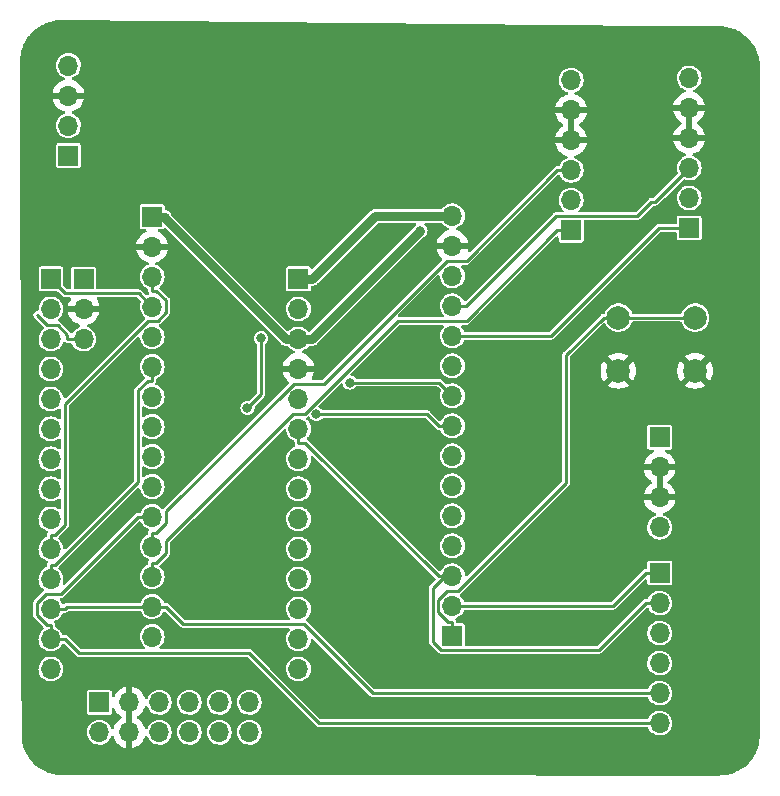
<source format=gtl>
G04 #@! TF.GenerationSoftware,KiCad,Pcbnew,(6.0.10)*
G04 #@! TF.CreationDate,2023-06-06T06:07:38+02:00*
G04 #@! TF.ProjectId,RECOLOCADOR_ESP32_DEV_KIT_V1_VERSIONFINAL,5245434f-4c4f-4434-9144-4f525f455350,FINAL*
G04 #@! TF.SameCoordinates,Original*
G04 #@! TF.FileFunction,Copper,L1,Top*
G04 #@! TF.FilePolarity,Positive*
%FSLAX46Y46*%
G04 Gerber Fmt 4.6, Leading zero omitted, Abs format (unit mm)*
G04 Created by KiCad (PCBNEW (6.0.10)) date 2023-06-06 06:07:38*
%MOMM*%
%LPD*%
G01*
G04 APERTURE LIST*
G04 #@! TA.AperFunction,ComponentPad*
%ADD10R,1.700000X1.700000*%
G04 #@! TD*
G04 #@! TA.AperFunction,ComponentPad*
%ADD11O,1.700000X1.700000*%
G04 #@! TD*
G04 #@! TA.AperFunction,ComponentPad*
%ADD12C,2.000000*%
G04 #@! TD*
G04 #@! TA.AperFunction,ViaPad*
%ADD13C,0.800000*%
G04 #@! TD*
G04 #@! TA.AperFunction,Conductor*
%ADD14C,0.250000*%
G04 #@! TD*
G04 #@! TA.AperFunction,Conductor*
%ADD15C,0.750000*%
G04 #@! TD*
G04 APERTURE END LIST*
D10*
X189000000Y-87160000D03*
D11*
X189000000Y-84620000D03*
X189000000Y-82080000D03*
X189000000Y-79540000D03*
X189000000Y-77000000D03*
X189000000Y-74460000D03*
D10*
X136430000Y-81030000D03*
D11*
X136430000Y-78490000D03*
X136430000Y-75950000D03*
X136430000Y-73410000D03*
D10*
X186500000Y-116380000D03*
D11*
X186500000Y-118920000D03*
X186500000Y-121460000D03*
X186500000Y-124000000D03*
X186500000Y-126540000D03*
X186500000Y-129080000D03*
D10*
X168950000Y-121700000D03*
D11*
X168950000Y-119160000D03*
X168950000Y-116620000D03*
X168950000Y-114080000D03*
X168950000Y-111540000D03*
X168950000Y-109000000D03*
X168950000Y-106460000D03*
X168950000Y-103920000D03*
X168950000Y-101380000D03*
X168950000Y-98840000D03*
X168950000Y-96300000D03*
X168950000Y-93760000D03*
X168950000Y-91220000D03*
X168950000Y-88680000D03*
X168950000Y-86140000D03*
D10*
X143525000Y-86210000D03*
D11*
X143525000Y-88750000D03*
X143525000Y-91290000D03*
X143525000Y-93830000D03*
X143525000Y-96370000D03*
X143525000Y-98910000D03*
X143525000Y-101450000D03*
X143525000Y-103990000D03*
X143525000Y-106530000D03*
X143525000Y-109070000D03*
X143525000Y-111610000D03*
X143525000Y-114150000D03*
X143525000Y-116690000D03*
X143525000Y-119230000D03*
X143525000Y-121770000D03*
D12*
X189500000Y-94750000D03*
X183000000Y-94750000D03*
X183000000Y-99250000D03*
X189500000Y-99250000D03*
D10*
X186500000Y-104880000D03*
D11*
X186500000Y-107420000D03*
X186500000Y-109960000D03*
X186500000Y-112500000D03*
D10*
X179000000Y-87350000D03*
D11*
X179000000Y-84810000D03*
X179000000Y-82270000D03*
X179000000Y-79730000D03*
X179000000Y-77190000D03*
X179000000Y-74650000D03*
D10*
X134960000Y-91475000D03*
D11*
X134960000Y-94015000D03*
X134960000Y-96555000D03*
X134960000Y-99095000D03*
X134960000Y-101635000D03*
X134960000Y-104175000D03*
X134960000Y-106715000D03*
X134960000Y-109255000D03*
X134960000Y-111795000D03*
X134960000Y-114335000D03*
X134960000Y-116875000D03*
X134960000Y-119415000D03*
X134960000Y-121955000D03*
X134960000Y-124495000D03*
D10*
X155915000Y-91475000D03*
D11*
X155915000Y-94015000D03*
X155915000Y-96555000D03*
X155915000Y-99095000D03*
X155915000Y-101635000D03*
X155915000Y-104175000D03*
X155915000Y-106715000D03*
X155915000Y-109255000D03*
X155915000Y-111795000D03*
X155915000Y-114335000D03*
X155915000Y-116875000D03*
X155915000Y-119415000D03*
X155915000Y-121955000D03*
X155915000Y-124495000D03*
D10*
X137720000Y-91480000D03*
D11*
X137720000Y-94020000D03*
X137720000Y-96560000D03*
D10*
X139050000Y-127325000D03*
D11*
X139050000Y-129865000D03*
X141590000Y-127325000D03*
X141590000Y-129865000D03*
X144130000Y-127325000D03*
X144130000Y-129865000D03*
X146670000Y-127325000D03*
X146670000Y-129865000D03*
X149210000Y-127325000D03*
X149210000Y-129865000D03*
X151750000Y-127325000D03*
X151750000Y-129865000D03*
D13*
X166235300Y-87410000D03*
X152750000Y-96500000D03*
X151600000Y-102400000D03*
X157437700Y-102937000D03*
X160250000Y-100250000D03*
D14*
X143525000Y-92465300D02*
X143892300Y-92465300D01*
X144001700Y-95015800D02*
X143188200Y-95015800D01*
X144726300Y-93299300D02*
X144726300Y-94291200D01*
X136135300Y-112351800D02*
X135327400Y-113159700D01*
X143188200Y-95015800D02*
X136135300Y-102068700D01*
X135327400Y-113159700D02*
X134960000Y-113159700D01*
X143525000Y-91290000D02*
X143525000Y-92465300D01*
X144726300Y-94291200D02*
X144001700Y-95015800D01*
X143892300Y-92465300D02*
X144726300Y-93299300D01*
X136135300Y-102068700D02*
X136135300Y-112351800D01*
X134960000Y-114335000D02*
X134960000Y-113159700D01*
X142349700Y-108677300D02*
X135327300Y-115699700D01*
X134960000Y-116875000D02*
X134960000Y-115699700D01*
X143525000Y-100085300D02*
X143157600Y-100085300D01*
X142349700Y-100893200D02*
X142349700Y-108677300D01*
X143525000Y-98910000D02*
X143525000Y-100085300D01*
X135327300Y-115699700D02*
X134960000Y-115699700D01*
X143157600Y-100085300D02*
X142349700Y-100893200D01*
X136135300Y-119415000D02*
X136320300Y-119230000D01*
X162206800Y-126540000D02*
X186500000Y-126540000D01*
X143525000Y-119230000D02*
X144700300Y-119230000D01*
X134960000Y-119415000D02*
X136135300Y-119415000D01*
X146155300Y-120685000D02*
X156351800Y-120685000D01*
X144700300Y-119230000D02*
X146155300Y-120685000D01*
X136320300Y-119230000D02*
X143525000Y-119230000D01*
X156351800Y-120685000D02*
X162206800Y-126540000D01*
X133784700Y-118927100D02*
X133784700Y-119971800D01*
X134566800Y-118145000D02*
X133784700Y-118927100D01*
X134960000Y-121955000D02*
X134960000Y-120779700D01*
X134960000Y-121955000D02*
X136135300Y-121955000D01*
X186500000Y-129080000D02*
X157670000Y-129080000D01*
X157670000Y-129080000D02*
X151720300Y-123130300D01*
X134592600Y-120779700D02*
X134960000Y-120779700D01*
X143525000Y-111610000D02*
X142349700Y-111610000D01*
X142349700Y-111610000D02*
X135814700Y-118145000D01*
X135814700Y-118145000D02*
X134566800Y-118145000D01*
X133784700Y-119971800D02*
X134592600Y-120779700D01*
X151720300Y-123130300D02*
X137310600Y-123130300D01*
X137310600Y-123130300D02*
X136135300Y-121955000D01*
X186500000Y-116380000D02*
X185324700Y-116380000D01*
X182544700Y-119160000D02*
X185324700Y-116380000D01*
X168950000Y-119160000D02*
X182544700Y-119160000D01*
D15*
X168950000Y-86140000D02*
X162425300Y-86140000D01*
X155915000Y-91475000D02*
X157090300Y-91475000D01*
X162425300Y-86140000D02*
X157090300Y-91475000D01*
X166235300Y-87410000D02*
X157090300Y-96555000D01*
D14*
X144587700Y-86290400D02*
X144587700Y-86210000D01*
D15*
X154852300Y-96555000D02*
X144587700Y-86290400D01*
X155915000Y-96555000D02*
X154852300Y-96555000D01*
X155915000Y-96555000D02*
X157090300Y-96555000D01*
X143525000Y-86210000D02*
X144587700Y-86210000D01*
D14*
X168312700Y-116620000D02*
X167774700Y-116620000D01*
X155915000Y-104175000D02*
X155915000Y-105350300D01*
X167308800Y-117623900D02*
X167308800Y-122231200D01*
X186500000Y-118920000D02*
X185324700Y-118920000D01*
X168312700Y-116620000D02*
X167308800Y-117623900D01*
X167953000Y-122875400D02*
X181369300Y-122875400D01*
X167308800Y-122231200D02*
X167953000Y-122875400D01*
X181369300Y-122875400D02*
X185324700Y-118920000D01*
X167774700Y-116620000D02*
X156505000Y-105350300D01*
X168362400Y-116620000D02*
X168312700Y-116620000D01*
X168950000Y-116620000D02*
X168362400Y-116620000D01*
X156505000Y-105350300D02*
X155915000Y-105350300D01*
X186135300Y-84944700D02*
X189000000Y-82080000D01*
X177710700Y-86174600D02*
X184570100Y-86174600D01*
X170125300Y-93760000D02*
X177710700Y-86174600D01*
X185800000Y-84944700D02*
X186135300Y-84944700D01*
X184570100Y-86174600D02*
X185800000Y-84944700D01*
X168950000Y-93760000D02*
X170125300Y-93760000D01*
X186440000Y-87160000D02*
X189000000Y-87160000D01*
X177300000Y-96300000D02*
X182550000Y-91050000D01*
X168950000Y-96300000D02*
X177300000Y-96300000D01*
X182550000Y-91050000D02*
X186440000Y-87160000D01*
X144700300Y-114706800D02*
X143892400Y-115514700D01*
X170144700Y-95030000D02*
X164319000Y-95030000D01*
X179000000Y-87350000D02*
X177824700Y-87350000D01*
X155462700Y-102905000D02*
X144700300Y-113667400D01*
X177824700Y-87350000D02*
X170144700Y-95030000D01*
X156444000Y-102905000D02*
X155462700Y-102905000D01*
X143525000Y-116690000D02*
X143525000Y-115514700D01*
X143892400Y-115514700D02*
X143525000Y-115514700D01*
X164319000Y-95030000D02*
X156444000Y-102905000D01*
X144700300Y-113667400D02*
X144700300Y-114706800D01*
X144700300Y-112166800D02*
X143892400Y-112974700D01*
X177824700Y-82270000D02*
X170144700Y-89950000D01*
X143892400Y-112974700D02*
X143525000Y-112974700D01*
X144700300Y-111167700D02*
X144700300Y-112166800D01*
X179000000Y-82270000D02*
X177824700Y-82270000D01*
X158037700Y-100365000D02*
X155503000Y-100365000D01*
X168452700Y-89950000D02*
X158037700Y-100365000D01*
X155503000Y-100365000D02*
X144700300Y-111167700D01*
X143525000Y-114150000D02*
X143525000Y-112974700D01*
X170144700Y-89950000D02*
X168452700Y-89950000D01*
X178575400Y-108734000D02*
X178575400Y-97924600D01*
X178575400Y-97924600D02*
X181750000Y-94750000D01*
X167759300Y-119701300D02*
X167759300Y-118642200D01*
X168582700Y-120524700D02*
X167759300Y-119701300D01*
X181750000Y-94750000D02*
X189500000Y-94750000D01*
X168950000Y-121700000D02*
X168950000Y-120524700D01*
X168950000Y-120524700D02*
X168582700Y-120524700D01*
X169419300Y-117890100D02*
X178575400Y-108734000D01*
X168511400Y-117890100D02*
X169419300Y-117890100D01*
X167759300Y-118642200D02*
X168511400Y-117890100D01*
X134960000Y-91475000D02*
X136185000Y-92700000D01*
X142395000Y-92700000D02*
X143525000Y-93830000D01*
X136185000Y-92700000D02*
X142395000Y-92700000D01*
X168950000Y-103920000D02*
X167774700Y-103920000D01*
X152750000Y-101250000D02*
X151600000Y-102400000D01*
X152750000Y-96500000D02*
X152750000Y-101250000D01*
X166791700Y-102937000D02*
X167774700Y-103920000D01*
X157437700Y-102937000D02*
X166791700Y-102937000D01*
X167820000Y-100250000D02*
X168950000Y-101380000D01*
X160250000Y-100250000D02*
X167820000Y-100250000D01*
X136324700Y-96555000D02*
X136324700Y-96187600D01*
X137500000Y-96555000D02*
X136324700Y-96555000D01*
X136324700Y-96187600D02*
X135516800Y-95379700D01*
X135516800Y-95379700D02*
X134643400Y-95379700D01*
X134643400Y-95379700D02*
X133784600Y-94520900D01*
G04 #@! TA.AperFunction,Conductor*
G36*
X185954349Y-70034566D02*
G01*
X191498399Y-70085985D01*
X191499854Y-70086017D01*
X191500016Y-70086082D01*
X191500151Y-70086024D01*
X191501645Y-70086057D01*
X191802124Y-70096593D01*
X191836746Y-70097921D01*
X191848743Y-70098958D01*
X192068663Y-70128634D01*
X192069810Y-70128795D01*
X192133216Y-70137991D01*
X192186516Y-70145722D01*
X192197549Y-70147828D01*
X192253513Y-70161121D01*
X192397361Y-70195289D01*
X192399356Y-70195781D01*
X192529494Y-70228973D01*
X192539456Y-70231956D01*
X192615898Y-70258335D01*
X192727206Y-70296745D01*
X192729815Y-70297680D01*
X192862086Y-70346776D01*
X192870920Y-70350442D01*
X193047958Y-70431930D01*
X193051335Y-70433545D01*
X193125200Y-70470241D01*
X193180806Y-70497867D01*
X193188460Y-70502006D01*
X193354842Y-70599593D01*
X193358738Y-70601974D01*
X193445057Y-70656910D01*
X193482286Y-70680604D01*
X193488819Y-70685056D01*
X193643818Y-70797957D01*
X193648088Y-70801210D01*
X193763438Y-70893060D01*
X193768816Y-70897596D01*
X193885469Y-71001699D01*
X193911504Y-71024934D01*
X193916056Y-71029203D01*
X194021231Y-71132864D01*
X194025567Y-71137354D01*
X194154980Y-71278204D01*
X194159618Y-71283546D01*
X194253065Y-71397474D01*
X194256404Y-71401728D01*
X194371563Y-71555106D01*
X194376109Y-71561574D01*
X194456488Y-71683919D01*
X194458932Y-71687790D01*
X194558923Y-71852746D01*
X194563190Y-71860369D01*
X194629394Y-71988916D01*
X194631016Y-71992186D01*
X194661676Y-72056332D01*
X194715078Y-72168061D01*
X194718874Y-72176844D01*
X194769887Y-72308407D01*
X194770908Y-72311135D01*
X194838358Y-72497778D01*
X194841482Y-72507682D01*
X194876577Y-72637409D01*
X194877103Y-72639420D01*
X194882445Y-72660543D01*
X194925627Y-72831290D01*
X194927431Y-72838425D01*
X194929695Y-72849418D01*
X194948336Y-72966013D01*
X194948484Y-72966970D01*
X194963726Y-73068769D01*
X194981350Y-73186484D01*
X194982563Y-73198486D01*
X194984386Y-73232953D01*
X194996699Y-73481280D01*
X194999207Y-73531870D01*
X194999284Y-73534990D01*
X194999280Y-73535000D01*
X194999285Y-73535012D01*
X194999362Y-73538111D01*
X194994895Y-106094779D01*
X194991611Y-130025750D01*
X194991574Y-130027871D01*
X194991529Y-130027984D01*
X194991570Y-130028080D01*
X194991534Y-130030147D01*
X194981380Y-130319815D01*
X194981364Y-130320245D01*
X194979637Y-130365135D01*
X194978598Y-130377134D01*
X194949543Y-130592470D01*
X194949416Y-130593376D01*
X194937767Y-130673699D01*
X194931783Y-130714960D01*
X194929679Y-130725984D01*
X194926431Y-130739658D01*
X194882944Y-130922741D01*
X194882447Y-130924760D01*
X194848474Y-131057972D01*
X194845490Y-131067936D01*
X194781516Y-131253326D01*
X194780548Y-131256029D01*
X194776300Y-131267475D01*
X194730611Y-131390572D01*
X194726943Y-131399410D01*
X194646284Y-131574653D01*
X194644668Y-131578031D01*
X194579447Y-131709312D01*
X194575302Y-131716977D01*
X194478592Y-131881867D01*
X194476244Y-131885708D01*
X194471808Y-131892678D01*
X194396625Y-132010811D01*
X194392174Y-132017344D01*
X194280260Y-132170990D01*
X194276982Y-132175293D01*
X194184072Y-132291975D01*
X194179512Y-132297383D01*
X194053264Y-132438851D01*
X194048994Y-132443403D01*
X193944095Y-132549835D01*
X193939605Y-132554170D01*
X193799991Y-132682448D01*
X193794671Y-132687069D01*
X193685053Y-132776982D01*
X193679322Y-132781683D01*
X193675075Y-132785017D01*
X193523074Y-132899143D01*
X193516623Y-132903677D01*
X193392678Y-132985108D01*
X193388820Y-132987544D01*
X193237209Y-133079447D01*
X193225396Y-133086608D01*
X193217771Y-133090875D01*
X193087472Y-133157981D01*
X193084119Y-133159646D01*
X192910059Y-133242842D01*
X192901274Y-133246638D01*
X192767475Y-133298519D01*
X192764748Y-133299540D01*
X192580328Y-133366188D01*
X192570420Y-133369312D01*
X192437719Y-133405214D01*
X192435772Y-133405724D01*
X192239645Y-133455324D01*
X192228666Y-133457585D01*
X192107330Y-133476983D01*
X192106329Y-133477138D01*
X191967625Y-133497906D01*
X191891572Y-133509293D01*
X191879570Y-133510506D01*
X191831753Y-133513035D01*
X191831339Y-133513056D01*
X191706080Y-133519267D01*
X191546624Y-133527174D01*
X191542667Y-133527271D01*
X191542611Y-133527248D01*
X191542548Y-133527274D01*
X191540332Y-133527329D01*
X160798232Y-133507568D01*
X135974215Y-133491612D01*
X135972132Y-133491575D01*
X135972016Y-133491529D01*
X135971918Y-133491571D01*
X135969882Y-133491535D01*
X135680185Y-133481380D01*
X135679755Y-133481364D01*
X135654244Y-133480383D01*
X135634862Y-133479637D01*
X135622866Y-133478598D01*
X135407530Y-133449543D01*
X135406624Y-133449416D01*
X135285031Y-133431781D01*
X135274016Y-133429679D01*
X135209912Y-133414453D01*
X135077259Y-133382944D01*
X135075240Y-133382447D01*
X134942028Y-133348474D01*
X134932064Y-133345490D01*
X134746674Y-133281516D01*
X134743971Y-133280548D01*
X134652608Y-133246638D01*
X134609428Y-133230611D01*
X134600590Y-133226943D01*
X134425347Y-133146284D01*
X134421969Y-133144668D01*
X134290688Y-133079447D01*
X134283023Y-133075302D01*
X134118134Y-132978592D01*
X134114280Y-132976236D01*
X133993127Y-132899131D01*
X133989181Y-132896619D01*
X133982664Y-132892179D01*
X133829007Y-132780258D01*
X133824707Y-132776982D01*
X133708025Y-132684072D01*
X133702617Y-132679512D01*
X133561149Y-132553264D01*
X133556597Y-132548994D01*
X133450165Y-132444095D01*
X133445830Y-132439605D01*
X133317560Y-132300001D01*
X133312931Y-132294671D01*
X133218311Y-132179314D01*
X133214977Y-132175067D01*
X133211916Y-132170990D01*
X133100857Y-132023074D01*
X133096323Y-132016623D01*
X133014892Y-131892678D01*
X133012448Y-131888808D01*
X133008209Y-131881814D01*
X132913389Y-131725391D01*
X132909125Y-131717771D01*
X132842019Y-131587472D01*
X132840354Y-131584119D01*
X132757158Y-131410059D01*
X132753362Y-131401274D01*
X132701481Y-131267475D01*
X132700460Y-131264748D01*
X132675473Y-131195606D01*
X132633812Y-131080328D01*
X132630686Y-131070414D01*
X132607262Y-130983831D01*
X132594786Y-130937719D01*
X132594264Y-130935724D01*
X132544676Y-130739645D01*
X132542413Y-130728657D01*
X132542276Y-130727798D01*
X132523017Y-130607330D01*
X132522862Y-130606329D01*
X132490707Y-130391572D01*
X132489494Y-130379571D01*
X132486958Y-130331629D01*
X132486937Y-130331213D01*
X132486394Y-130320245D01*
X132476442Y-130119546D01*
X132472820Y-130046506D01*
X132472721Y-130042686D01*
X132472752Y-130042611D01*
X132472716Y-130042525D01*
X132472665Y-130040551D01*
X132472234Y-129850262D01*
X137994520Y-129850262D01*
X137995036Y-129856406D01*
X138011226Y-130049201D01*
X138011759Y-130055553D01*
X138013458Y-130061478D01*
X138059395Y-130221678D01*
X138068544Y-130253586D01*
X138071359Y-130259063D01*
X138071360Y-130259066D01*
X138139459Y-130391572D01*
X138162712Y-130436818D01*
X138290677Y-130598270D01*
X138295370Y-130602264D01*
X138295371Y-130602265D01*
X138435684Y-130721680D01*
X138447564Y-130731791D01*
X138452942Y-130734797D01*
X138452944Y-130734798D01*
X138483387Y-130751812D01*
X138627398Y-130832297D01*
X138722238Y-130863113D01*
X138817471Y-130894056D01*
X138817475Y-130894057D01*
X138823329Y-130895959D01*
X139027894Y-130920351D01*
X139034029Y-130919879D01*
X139034031Y-130919879D01*
X139090039Y-130915569D01*
X139233300Y-130904546D01*
X139239230Y-130902890D01*
X139239232Y-130902890D01*
X139425797Y-130850800D01*
X139425796Y-130850800D01*
X139431725Y-130849145D01*
X139437214Y-130846372D01*
X139437220Y-130846370D01*
X139610116Y-130759033D01*
X139615610Y-130756258D01*
X139631345Y-130743965D01*
X139773101Y-130633213D01*
X139777951Y-130629424D01*
X139835992Y-130562183D01*
X139908540Y-130478134D01*
X139908540Y-130478133D01*
X139912564Y-130473472D01*
X139933387Y-130436818D01*
X139967289Y-130377139D01*
X140014323Y-130294344D01*
X140023271Y-130267444D01*
X140038496Y-130221678D01*
X140078978Y-130163354D01*
X140144566Y-130136175D01*
X140214437Y-130148770D01*
X140266406Y-130197141D01*
X140280971Y-130233751D01*
X140288564Y-130267444D01*
X140291645Y-130277275D01*
X140371770Y-130474603D01*
X140376413Y-130483794D01*
X140487694Y-130665388D01*
X140493777Y-130673699D01*
X140633213Y-130834667D01*
X140640580Y-130841883D01*
X140804434Y-130977916D01*
X140812881Y-130983831D01*
X140996756Y-131091279D01*
X141006042Y-131095729D01*
X141205001Y-131171703D01*
X141214899Y-131174579D01*
X141318250Y-131195606D01*
X141332299Y-131194410D01*
X141336000Y-131184065D01*
X141336000Y-131183517D01*
X141844000Y-131183517D01*
X141848064Y-131197359D01*
X141861478Y-131199393D01*
X141868184Y-131198534D01*
X141878262Y-131196392D01*
X142082255Y-131135191D01*
X142091842Y-131131433D01*
X142283095Y-131037739D01*
X142291945Y-131032464D01*
X142465328Y-130908792D01*
X142473200Y-130902139D01*
X142624052Y-130751812D01*
X142630730Y-130743965D01*
X142755003Y-130571020D01*
X142760313Y-130562183D01*
X142854670Y-130371267D01*
X142858469Y-130361672D01*
X142899593Y-130226319D01*
X142938534Y-130166955D01*
X143003388Y-130138068D01*
X143073564Y-130148830D01*
X143126782Y-130195823D01*
X143141270Y-130228217D01*
X143148544Y-130253586D01*
X143151359Y-130259063D01*
X143151360Y-130259066D01*
X143219459Y-130391572D01*
X143242712Y-130436818D01*
X143370677Y-130598270D01*
X143375370Y-130602264D01*
X143375371Y-130602265D01*
X143515684Y-130721680D01*
X143527564Y-130731791D01*
X143532942Y-130734797D01*
X143532944Y-130734798D01*
X143563387Y-130751812D01*
X143707398Y-130832297D01*
X143802238Y-130863113D01*
X143897471Y-130894056D01*
X143897475Y-130894057D01*
X143903329Y-130895959D01*
X144107894Y-130920351D01*
X144114029Y-130919879D01*
X144114031Y-130919879D01*
X144170039Y-130915569D01*
X144313300Y-130904546D01*
X144319230Y-130902890D01*
X144319232Y-130902890D01*
X144505797Y-130850800D01*
X144505796Y-130850800D01*
X144511725Y-130849145D01*
X144517214Y-130846372D01*
X144517220Y-130846370D01*
X144690116Y-130759033D01*
X144695610Y-130756258D01*
X144711345Y-130743965D01*
X144853101Y-130633213D01*
X144857951Y-130629424D01*
X144915992Y-130562183D01*
X144988540Y-130478134D01*
X144988540Y-130478133D01*
X144992564Y-130473472D01*
X145013387Y-130436818D01*
X145047289Y-130377139D01*
X145094323Y-130294344D01*
X145159351Y-130098863D01*
X145185171Y-129894474D01*
X145185583Y-129865000D01*
X145184138Y-129850262D01*
X145614520Y-129850262D01*
X145615036Y-129856406D01*
X145631226Y-130049201D01*
X145631759Y-130055553D01*
X145633458Y-130061478D01*
X145679395Y-130221678D01*
X145688544Y-130253586D01*
X145691359Y-130259063D01*
X145691360Y-130259066D01*
X145759459Y-130391572D01*
X145782712Y-130436818D01*
X145910677Y-130598270D01*
X145915370Y-130602264D01*
X145915371Y-130602265D01*
X146055684Y-130721680D01*
X146067564Y-130731791D01*
X146072942Y-130734797D01*
X146072944Y-130734798D01*
X146103387Y-130751812D01*
X146247398Y-130832297D01*
X146342238Y-130863113D01*
X146437471Y-130894056D01*
X146437475Y-130894057D01*
X146443329Y-130895959D01*
X146647894Y-130920351D01*
X146654029Y-130919879D01*
X146654031Y-130919879D01*
X146710039Y-130915569D01*
X146853300Y-130904546D01*
X146859230Y-130902890D01*
X146859232Y-130902890D01*
X147045797Y-130850800D01*
X147045796Y-130850800D01*
X147051725Y-130849145D01*
X147057214Y-130846372D01*
X147057220Y-130846370D01*
X147230116Y-130759033D01*
X147235610Y-130756258D01*
X147251345Y-130743965D01*
X147393101Y-130633213D01*
X147397951Y-130629424D01*
X147455992Y-130562183D01*
X147528540Y-130478134D01*
X147528540Y-130478133D01*
X147532564Y-130473472D01*
X147553387Y-130436818D01*
X147587289Y-130377139D01*
X147634323Y-130294344D01*
X147699351Y-130098863D01*
X147725171Y-129894474D01*
X147725583Y-129865000D01*
X147724138Y-129850262D01*
X148154520Y-129850262D01*
X148155036Y-129856406D01*
X148171226Y-130049201D01*
X148171759Y-130055553D01*
X148173458Y-130061478D01*
X148219395Y-130221678D01*
X148228544Y-130253586D01*
X148231359Y-130259063D01*
X148231360Y-130259066D01*
X148299459Y-130391572D01*
X148322712Y-130436818D01*
X148450677Y-130598270D01*
X148455370Y-130602264D01*
X148455371Y-130602265D01*
X148595684Y-130721680D01*
X148607564Y-130731791D01*
X148612942Y-130734797D01*
X148612944Y-130734798D01*
X148643387Y-130751812D01*
X148787398Y-130832297D01*
X148882238Y-130863113D01*
X148977471Y-130894056D01*
X148977475Y-130894057D01*
X148983329Y-130895959D01*
X149187894Y-130920351D01*
X149194029Y-130919879D01*
X149194031Y-130919879D01*
X149250039Y-130915569D01*
X149393300Y-130904546D01*
X149399230Y-130902890D01*
X149399232Y-130902890D01*
X149585797Y-130850800D01*
X149585796Y-130850800D01*
X149591725Y-130849145D01*
X149597214Y-130846372D01*
X149597220Y-130846370D01*
X149770116Y-130759033D01*
X149775610Y-130756258D01*
X149791345Y-130743965D01*
X149933101Y-130633213D01*
X149937951Y-130629424D01*
X149995992Y-130562183D01*
X150068540Y-130478134D01*
X150068540Y-130478133D01*
X150072564Y-130473472D01*
X150093387Y-130436818D01*
X150127289Y-130377139D01*
X150174323Y-130294344D01*
X150239351Y-130098863D01*
X150265171Y-129894474D01*
X150265583Y-129865000D01*
X150264138Y-129850262D01*
X150694520Y-129850262D01*
X150695036Y-129856406D01*
X150711226Y-130049201D01*
X150711759Y-130055553D01*
X150713458Y-130061478D01*
X150759395Y-130221678D01*
X150768544Y-130253586D01*
X150771359Y-130259063D01*
X150771360Y-130259066D01*
X150839459Y-130391572D01*
X150862712Y-130436818D01*
X150990677Y-130598270D01*
X150995370Y-130602264D01*
X150995371Y-130602265D01*
X151135684Y-130721680D01*
X151147564Y-130731791D01*
X151152942Y-130734797D01*
X151152944Y-130734798D01*
X151183387Y-130751812D01*
X151327398Y-130832297D01*
X151422238Y-130863113D01*
X151517471Y-130894056D01*
X151517475Y-130894057D01*
X151523329Y-130895959D01*
X151727894Y-130920351D01*
X151734029Y-130919879D01*
X151734031Y-130919879D01*
X151790039Y-130915569D01*
X151933300Y-130904546D01*
X151939230Y-130902890D01*
X151939232Y-130902890D01*
X152125797Y-130850800D01*
X152125796Y-130850800D01*
X152131725Y-130849145D01*
X152137214Y-130846372D01*
X152137220Y-130846370D01*
X152310116Y-130759033D01*
X152315610Y-130756258D01*
X152331345Y-130743965D01*
X152473101Y-130633213D01*
X152477951Y-130629424D01*
X152535992Y-130562183D01*
X152608540Y-130478134D01*
X152608540Y-130478133D01*
X152612564Y-130473472D01*
X152633387Y-130436818D01*
X152667289Y-130377139D01*
X152714323Y-130294344D01*
X152779351Y-130098863D01*
X152805171Y-129894474D01*
X152805583Y-129865000D01*
X152785480Y-129659970D01*
X152725935Y-129462749D01*
X152629218Y-129280849D01*
X152553206Y-129187649D01*
X152502906Y-129125975D01*
X152502903Y-129125972D01*
X152499011Y-129121200D01*
X152492173Y-129115543D01*
X152345025Y-128993811D01*
X152345021Y-128993809D01*
X152340275Y-128989882D01*
X152159055Y-128891897D01*
X151962254Y-128830977D01*
X151956129Y-128830333D01*
X151956128Y-128830333D01*
X151763498Y-128810087D01*
X151763496Y-128810087D01*
X151757369Y-128809443D01*
X151670529Y-128817346D01*
X151558342Y-128827555D01*
X151558339Y-128827556D01*
X151552203Y-128828114D01*
X151354572Y-128886280D01*
X151172002Y-128981726D01*
X151167201Y-128985586D01*
X151167198Y-128985588D01*
X151134688Y-129011727D01*
X151011447Y-129110815D01*
X150879024Y-129268630D01*
X150876056Y-129274028D01*
X150876053Y-129274033D01*
X150795190Y-129421124D01*
X150779776Y-129449162D01*
X150717484Y-129645532D01*
X150716798Y-129651649D01*
X150716797Y-129651653D01*
X150699211Y-129808439D01*
X150694520Y-129850262D01*
X150264138Y-129850262D01*
X150245480Y-129659970D01*
X150185935Y-129462749D01*
X150089218Y-129280849D01*
X150013206Y-129187649D01*
X149962906Y-129125975D01*
X149962903Y-129125972D01*
X149959011Y-129121200D01*
X149952173Y-129115543D01*
X149805025Y-128993811D01*
X149805021Y-128993809D01*
X149800275Y-128989882D01*
X149619055Y-128891897D01*
X149422254Y-128830977D01*
X149416129Y-128830333D01*
X149416128Y-128830333D01*
X149223498Y-128810087D01*
X149223496Y-128810087D01*
X149217369Y-128809443D01*
X149130529Y-128817346D01*
X149018342Y-128827555D01*
X149018339Y-128827556D01*
X149012203Y-128828114D01*
X148814572Y-128886280D01*
X148632002Y-128981726D01*
X148627201Y-128985586D01*
X148627198Y-128985588D01*
X148594688Y-129011727D01*
X148471447Y-129110815D01*
X148339024Y-129268630D01*
X148336056Y-129274028D01*
X148336053Y-129274033D01*
X148255190Y-129421124D01*
X148239776Y-129449162D01*
X148177484Y-129645532D01*
X148176798Y-129651649D01*
X148176797Y-129651653D01*
X148159211Y-129808439D01*
X148154520Y-129850262D01*
X147724138Y-129850262D01*
X147705480Y-129659970D01*
X147645935Y-129462749D01*
X147549218Y-129280849D01*
X147473206Y-129187649D01*
X147422906Y-129125975D01*
X147422903Y-129125972D01*
X147419011Y-129121200D01*
X147412173Y-129115543D01*
X147265025Y-128993811D01*
X147265021Y-128993809D01*
X147260275Y-128989882D01*
X147079055Y-128891897D01*
X146882254Y-128830977D01*
X146876129Y-128830333D01*
X146876128Y-128830333D01*
X146683498Y-128810087D01*
X146683496Y-128810087D01*
X146677369Y-128809443D01*
X146590529Y-128817346D01*
X146478342Y-128827555D01*
X146478339Y-128827556D01*
X146472203Y-128828114D01*
X146274572Y-128886280D01*
X146092002Y-128981726D01*
X146087201Y-128985586D01*
X146087198Y-128985588D01*
X146054688Y-129011727D01*
X145931447Y-129110815D01*
X145799024Y-129268630D01*
X145796056Y-129274028D01*
X145796053Y-129274033D01*
X145715190Y-129421124D01*
X145699776Y-129449162D01*
X145637484Y-129645532D01*
X145636798Y-129651649D01*
X145636797Y-129651653D01*
X145619211Y-129808439D01*
X145614520Y-129850262D01*
X145184138Y-129850262D01*
X145165480Y-129659970D01*
X145105935Y-129462749D01*
X145009218Y-129280849D01*
X144933206Y-129187649D01*
X144882906Y-129125975D01*
X144882903Y-129125972D01*
X144879011Y-129121200D01*
X144872173Y-129115543D01*
X144725025Y-128993811D01*
X144725021Y-128993809D01*
X144720275Y-128989882D01*
X144539055Y-128891897D01*
X144342254Y-128830977D01*
X144336129Y-128830333D01*
X144336128Y-128830333D01*
X144143498Y-128810087D01*
X144143496Y-128810087D01*
X144137369Y-128809443D01*
X144050529Y-128817346D01*
X143938342Y-128827555D01*
X143938339Y-128827556D01*
X143932203Y-128828114D01*
X143734572Y-128886280D01*
X143552002Y-128981726D01*
X143547201Y-128985586D01*
X143547198Y-128985588D01*
X143514688Y-129011727D01*
X143391447Y-129110815D01*
X143259024Y-129268630D01*
X143256056Y-129274028D01*
X143256053Y-129274033D01*
X143175190Y-129421124D01*
X143159776Y-129449162D01*
X143157914Y-129455032D01*
X143141068Y-129508138D01*
X143101405Y-129567022D01*
X143036202Y-129595114D01*
X142966163Y-129583497D01*
X142913523Y-129535857D01*
X142898762Y-129500735D01*
X142881214Y-129430875D01*
X142877894Y-129421124D01*
X142792972Y-129225814D01*
X142788105Y-129216739D01*
X142672426Y-129037926D01*
X142666136Y-129029757D01*
X142522806Y-128872240D01*
X142515273Y-128865215D01*
X142348139Y-128733222D01*
X142339552Y-128727517D01*
X142302116Y-128706851D01*
X142252146Y-128656419D01*
X142237374Y-128586976D01*
X142262490Y-128520571D01*
X142289842Y-128493964D01*
X142465327Y-128368792D01*
X142473200Y-128362139D01*
X142624052Y-128211812D01*
X142630731Y-128203963D01*
X142755003Y-128031020D01*
X142760313Y-128022183D01*
X142854670Y-127831267D01*
X142858469Y-127821672D01*
X142899593Y-127686319D01*
X142938534Y-127626955D01*
X143003388Y-127598068D01*
X143073564Y-127608830D01*
X143126782Y-127655823D01*
X143141270Y-127688217D01*
X143148544Y-127713586D01*
X143151359Y-127719063D01*
X143151360Y-127719066D01*
X143226025Y-127864348D01*
X143242712Y-127896818D01*
X143370677Y-128058270D01*
X143375370Y-128062264D01*
X143375371Y-128062265D01*
X143449541Y-128125388D01*
X143527564Y-128191791D01*
X143532942Y-128194797D01*
X143532944Y-128194798D01*
X143563387Y-128211812D01*
X143707398Y-128292297D01*
X143791280Y-128319552D01*
X143897471Y-128354056D01*
X143897475Y-128354057D01*
X143903329Y-128355959D01*
X144107894Y-128380351D01*
X144114029Y-128379879D01*
X144114031Y-128379879D01*
X144186625Y-128374293D01*
X144313300Y-128364546D01*
X144319230Y-128362890D01*
X144319232Y-128362890D01*
X144505797Y-128310800D01*
X144505796Y-128310800D01*
X144511725Y-128309145D01*
X144517214Y-128306372D01*
X144517220Y-128306370D01*
X144690116Y-128219033D01*
X144695610Y-128216258D01*
X144857951Y-128089424D01*
X144893881Y-128047799D01*
X144988540Y-127938134D01*
X144988540Y-127938133D01*
X144992564Y-127933472D01*
X145013387Y-127896818D01*
X145043601Y-127843631D01*
X145094323Y-127754344D01*
X145159351Y-127558863D01*
X145185171Y-127354474D01*
X145185583Y-127325000D01*
X145184138Y-127310262D01*
X145614520Y-127310262D01*
X145615036Y-127316406D01*
X145631226Y-127509201D01*
X145631759Y-127515553D01*
X145688544Y-127713586D01*
X145691359Y-127719063D01*
X145691360Y-127719066D01*
X145766025Y-127864348D01*
X145782712Y-127896818D01*
X145910677Y-128058270D01*
X145915370Y-128062264D01*
X145915371Y-128062265D01*
X145989541Y-128125388D01*
X146067564Y-128191791D01*
X146072942Y-128194797D01*
X146072944Y-128194798D01*
X146103387Y-128211812D01*
X146247398Y-128292297D01*
X146331280Y-128319552D01*
X146437471Y-128354056D01*
X146437475Y-128354057D01*
X146443329Y-128355959D01*
X146647894Y-128380351D01*
X146654029Y-128379879D01*
X146654031Y-128379879D01*
X146726625Y-128374293D01*
X146853300Y-128364546D01*
X146859230Y-128362890D01*
X146859232Y-128362890D01*
X147045797Y-128310800D01*
X147045796Y-128310800D01*
X147051725Y-128309145D01*
X147057214Y-128306372D01*
X147057220Y-128306370D01*
X147230116Y-128219033D01*
X147235610Y-128216258D01*
X147397951Y-128089424D01*
X147433881Y-128047799D01*
X147528540Y-127938134D01*
X147528540Y-127938133D01*
X147532564Y-127933472D01*
X147553387Y-127896818D01*
X147583601Y-127843631D01*
X147634323Y-127754344D01*
X147699351Y-127558863D01*
X147725171Y-127354474D01*
X147725583Y-127325000D01*
X147724138Y-127310262D01*
X148154520Y-127310262D01*
X148155036Y-127316406D01*
X148171226Y-127509201D01*
X148171759Y-127515553D01*
X148228544Y-127713586D01*
X148231359Y-127719063D01*
X148231360Y-127719066D01*
X148306025Y-127864348D01*
X148322712Y-127896818D01*
X148450677Y-128058270D01*
X148455370Y-128062264D01*
X148455371Y-128062265D01*
X148529541Y-128125388D01*
X148607564Y-128191791D01*
X148612942Y-128194797D01*
X148612944Y-128194798D01*
X148643387Y-128211812D01*
X148787398Y-128292297D01*
X148871280Y-128319552D01*
X148977471Y-128354056D01*
X148977475Y-128354057D01*
X148983329Y-128355959D01*
X149187894Y-128380351D01*
X149194029Y-128379879D01*
X149194031Y-128379879D01*
X149266625Y-128374293D01*
X149393300Y-128364546D01*
X149399230Y-128362890D01*
X149399232Y-128362890D01*
X149585797Y-128310800D01*
X149585796Y-128310800D01*
X149591725Y-128309145D01*
X149597214Y-128306372D01*
X149597220Y-128306370D01*
X149770116Y-128219033D01*
X149775610Y-128216258D01*
X149937951Y-128089424D01*
X149973881Y-128047799D01*
X150068540Y-127938134D01*
X150068540Y-127938133D01*
X150072564Y-127933472D01*
X150093387Y-127896818D01*
X150123601Y-127843631D01*
X150174323Y-127754344D01*
X150239351Y-127558863D01*
X150265171Y-127354474D01*
X150265583Y-127325000D01*
X150264138Y-127310262D01*
X150694520Y-127310262D01*
X150695036Y-127316406D01*
X150711226Y-127509201D01*
X150711759Y-127515553D01*
X150768544Y-127713586D01*
X150771359Y-127719063D01*
X150771360Y-127719066D01*
X150846025Y-127864348D01*
X150862712Y-127896818D01*
X150990677Y-128058270D01*
X150995370Y-128062264D01*
X150995371Y-128062265D01*
X151069541Y-128125388D01*
X151147564Y-128191791D01*
X151152942Y-128194797D01*
X151152944Y-128194798D01*
X151183387Y-128211812D01*
X151327398Y-128292297D01*
X151411280Y-128319552D01*
X151517471Y-128354056D01*
X151517475Y-128354057D01*
X151523329Y-128355959D01*
X151727894Y-128380351D01*
X151734029Y-128379879D01*
X151734031Y-128379879D01*
X151806625Y-128374293D01*
X151933300Y-128364546D01*
X151939230Y-128362890D01*
X151939232Y-128362890D01*
X152125797Y-128310800D01*
X152125796Y-128310800D01*
X152131725Y-128309145D01*
X152137214Y-128306372D01*
X152137220Y-128306370D01*
X152310116Y-128219033D01*
X152315610Y-128216258D01*
X152477951Y-128089424D01*
X152513881Y-128047799D01*
X152608540Y-127938134D01*
X152608540Y-127938133D01*
X152612564Y-127933472D01*
X152633387Y-127896818D01*
X152663601Y-127843631D01*
X152714323Y-127754344D01*
X152779351Y-127558863D01*
X152805171Y-127354474D01*
X152805583Y-127325000D01*
X152785480Y-127119970D01*
X152725935Y-126922749D01*
X152629218Y-126740849D01*
X152553206Y-126647649D01*
X152502906Y-126585975D01*
X152502903Y-126585972D01*
X152499011Y-126581200D01*
X152492173Y-126575543D01*
X152345025Y-126453811D01*
X152345021Y-126453809D01*
X152340275Y-126449882D01*
X152159055Y-126351897D01*
X151962254Y-126290977D01*
X151956129Y-126290333D01*
X151956128Y-126290333D01*
X151763498Y-126270087D01*
X151763496Y-126270087D01*
X151757369Y-126269443D01*
X151670529Y-126277346D01*
X151558342Y-126287555D01*
X151558339Y-126287556D01*
X151552203Y-126288114D01*
X151354572Y-126346280D01*
X151172002Y-126441726D01*
X151167201Y-126445586D01*
X151167198Y-126445588D01*
X151134688Y-126471727D01*
X151011447Y-126570815D01*
X150879024Y-126728630D01*
X150876056Y-126734028D01*
X150876053Y-126734033D01*
X150795190Y-126881124D01*
X150779776Y-126909162D01*
X150717484Y-127105532D01*
X150716798Y-127111649D01*
X150716797Y-127111653D01*
X150699211Y-127268439D01*
X150694520Y-127310262D01*
X150264138Y-127310262D01*
X150245480Y-127119970D01*
X150185935Y-126922749D01*
X150089218Y-126740849D01*
X150013206Y-126647649D01*
X149962906Y-126585975D01*
X149962903Y-126585972D01*
X149959011Y-126581200D01*
X149952173Y-126575543D01*
X149805025Y-126453811D01*
X149805021Y-126453809D01*
X149800275Y-126449882D01*
X149619055Y-126351897D01*
X149422254Y-126290977D01*
X149416129Y-126290333D01*
X149416128Y-126290333D01*
X149223498Y-126270087D01*
X149223496Y-126270087D01*
X149217369Y-126269443D01*
X149130529Y-126277346D01*
X149018342Y-126287555D01*
X149018339Y-126287556D01*
X149012203Y-126288114D01*
X148814572Y-126346280D01*
X148632002Y-126441726D01*
X148627201Y-126445586D01*
X148627198Y-126445588D01*
X148594688Y-126471727D01*
X148471447Y-126570815D01*
X148339024Y-126728630D01*
X148336056Y-126734028D01*
X148336053Y-126734033D01*
X148255190Y-126881124D01*
X148239776Y-126909162D01*
X148177484Y-127105532D01*
X148176798Y-127111649D01*
X148176797Y-127111653D01*
X148159211Y-127268439D01*
X148154520Y-127310262D01*
X147724138Y-127310262D01*
X147705480Y-127119970D01*
X147645935Y-126922749D01*
X147549218Y-126740849D01*
X147473206Y-126647649D01*
X147422906Y-126585975D01*
X147422903Y-126585972D01*
X147419011Y-126581200D01*
X147412173Y-126575543D01*
X147265025Y-126453811D01*
X147265021Y-126453809D01*
X147260275Y-126449882D01*
X147079055Y-126351897D01*
X146882254Y-126290977D01*
X146876129Y-126290333D01*
X146876128Y-126290333D01*
X146683498Y-126270087D01*
X146683496Y-126270087D01*
X146677369Y-126269443D01*
X146590529Y-126277346D01*
X146478342Y-126287555D01*
X146478339Y-126287556D01*
X146472203Y-126288114D01*
X146274572Y-126346280D01*
X146092002Y-126441726D01*
X146087201Y-126445586D01*
X146087198Y-126445588D01*
X146054688Y-126471727D01*
X145931447Y-126570815D01*
X145799024Y-126728630D01*
X145796056Y-126734028D01*
X145796053Y-126734033D01*
X145715190Y-126881124D01*
X145699776Y-126909162D01*
X145637484Y-127105532D01*
X145636798Y-127111649D01*
X145636797Y-127111653D01*
X145619211Y-127268439D01*
X145614520Y-127310262D01*
X145184138Y-127310262D01*
X145165480Y-127119970D01*
X145105935Y-126922749D01*
X145009218Y-126740849D01*
X144933206Y-126647649D01*
X144882906Y-126585975D01*
X144882903Y-126585972D01*
X144879011Y-126581200D01*
X144872173Y-126575543D01*
X144725025Y-126453811D01*
X144725021Y-126453809D01*
X144720275Y-126449882D01*
X144539055Y-126351897D01*
X144342254Y-126290977D01*
X144336129Y-126290333D01*
X144336128Y-126290333D01*
X144143498Y-126270087D01*
X144143496Y-126270087D01*
X144137369Y-126269443D01*
X144050529Y-126277346D01*
X143938342Y-126287555D01*
X143938339Y-126287556D01*
X143932203Y-126288114D01*
X143734572Y-126346280D01*
X143552002Y-126441726D01*
X143547201Y-126445586D01*
X143547198Y-126445588D01*
X143514688Y-126471727D01*
X143391447Y-126570815D01*
X143259024Y-126728630D01*
X143256056Y-126734028D01*
X143256053Y-126734033D01*
X143175190Y-126881124D01*
X143159776Y-126909162D01*
X143157914Y-126915032D01*
X143141068Y-126968138D01*
X143101405Y-127027022D01*
X143036202Y-127055114D01*
X142966163Y-127043497D01*
X142913523Y-126995857D01*
X142898762Y-126960735D01*
X142881214Y-126890875D01*
X142877894Y-126881124D01*
X142792972Y-126685814D01*
X142788105Y-126676739D01*
X142672426Y-126497926D01*
X142666136Y-126489757D01*
X142522806Y-126332240D01*
X142515273Y-126325215D01*
X142348139Y-126193222D01*
X142339552Y-126187517D01*
X142153117Y-126084599D01*
X142143705Y-126080369D01*
X141942959Y-126009280D01*
X141932988Y-126006646D01*
X141861837Y-125993972D01*
X141848540Y-125995432D01*
X141844000Y-126009989D01*
X141844000Y-131183517D01*
X141336000Y-131183517D01*
X141336000Y-126008102D01*
X141332082Y-125994758D01*
X141317806Y-125992771D01*
X141279324Y-125998660D01*
X141269288Y-126001051D01*
X141066868Y-126067212D01*
X141057359Y-126071209D01*
X140868463Y-126169542D01*
X140859738Y-126175036D01*
X140689433Y-126302905D01*
X140681726Y-126309748D01*
X140534590Y-126463717D01*
X140528104Y-126471727D01*
X140408098Y-126647649D01*
X140403000Y-126656623D01*
X140340788Y-126790647D01*
X140293964Y-126844014D01*
X140225720Y-126863595D01*
X140157725Y-126843171D01*
X140111565Y-126789229D01*
X140100500Y-126737597D01*
X140100500Y-126455252D01*
X140088867Y-126396769D01*
X140044552Y-126330448D01*
X139978231Y-126286133D01*
X139966062Y-126283712D01*
X139966061Y-126283712D01*
X139925816Y-126275707D01*
X139919748Y-126274500D01*
X138180252Y-126274500D01*
X138174184Y-126275707D01*
X138133939Y-126283712D01*
X138133938Y-126283712D01*
X138121769Y-126286133D01*
X138055448Y-126330448D01*
X138011133Y-126396769D01*
X137999500Y-126455252D01*
X137999500Y-128194748D01*
X138000707Y-128200816D01*
X138004331Y-128219033D01*
X138011133Y-128253231D01*
X138055448Y-128319552D01*
X138121769Y-128363867D01*
X138133938Y-128366288D01*
X138133939Y-128366288D01*
X138174184Y-128374293D01*
X138180252Y-128375500D01*
X139919748Y-128375500D01*
X139925816Y-128374293D01*
X139966061Y-128366288D01*
X139966062Y-128366288D01*
X139978231Y-128363867D01*
X140044552Y-128319552D01*
X140088867Y-128253231D01*
X140095670Y-128219033D01*
X140099293Y-128200816D01*
X140100500Y-128194748D01*
X140100500Y-127911752D01*
X140120502Y-127843631D01*
X140174158Y-127797138D01*
X140244432Y-127787034D01*
X140309012Y-127816528D01*
X140343243Y-127864348D01*
X140371770Y-127934603D01*
X140376413Y-127943794D01*
X140487694Y-128125388D01*
X140493777Y-128133699D01*
X140633213Y-128294667D01*
X140640580Y-128301883D01*
X140804434Y-128437916D01*
X140812881Y-128443831D01*
X140882479Y-128484501D01*
X140931203Y-128536140D01*
X140944274Y-128605923D01*
X140917543Y-128671694D01*
X140877087Y-128705053D01*
X140868462Y-128709542D01*
X140859738Y-128715036D01*
X140689433Y-128842905D01*
X140681726Y-128849748D01*
X140534590Y-129003717D01*
X140528104Y-129011727D01*
X140408098Y-129187649D01*
X140403000Y-129196623D01*
X140313338Y-129389783D01*
X140309775Y-129399470D01*
X140281012Y-129503185D01*
X140243533Y-129563483D01*
X140179405Y-129593946D01*
X140108986Y-129584903D01*
X140054636Y-129539224D01*
X140038973Y-129505933D01*
X140038143Y-129503185D01*
X140025935Y-129462749D01*
X139929218Y-129280849D01*
X139853206Y-129187649D01*
X139802906Y-129125975D01*
X139802903Y-129125972D01*
X139799011Y-129121200D01*
X139792173Y-129115543D01*
X139645025Y-128993811D01*
X139645021Y-128993809D01*
X139640275Y-128989882D01*
X139459055Y-128891897D01*
X139262254Y-128830977D01*
X139256129Y-128830333D01*
X139256128Y-128830333D01*
X139063498Y-128810087D01*
X139063496Y-128810087D01*
X139057369Y-128809443D01*
X138970529Y-128817346D01*
X138858342Y-128827555D01*
X138858339Y-128827556D01*
X138852203Y-128828114D01*
X138654572Y-128886280D01*
X138472002Y-128981726D01*
X138467201Y-128985586D01*
X138467198Y-128985588D01*
X138434688Y-129011727D01*
X138311447Y-129110815D01*
X138179024Y-129268630D01*
X138176056Y-129274028D01*
X138176053Y-129274033D01*
X138095190Y-129421124D01*
X138079776Y-129449162D01*
X138017484Y-129645532D01*
X138016798Y-129651649D01*
X138016797Y-129651653D01*
X137999211Y-129808439D01*
X137994520Y-129850262D01*
X132472234Y-129850262D01*
X132460070Y-124480262D01*
X133904520Y-124480262D01*
X133921759Y-124685553D01*
X133978544Y-124883586D01*
X133981359Y-124889063D01*
X133981360Y-124889066D01*
X134057845Y-125037890D01*
X134072712Y-125066818D01*
X134200677Y-125228270D01*
X134357564Y-125361791D01*
X134537398Y-125462297D01*
X134632238Y-125493113D01*
X134727471Y-125524056D01*
X134727475Y-125524057D01*
X134733329Y-125525959D01*
X134937894Y-125550351D01*
X134944029Y-125549879D01*
X134944031Y-125549879D01*
X135000039Y-125545569D01*
X135143300Y-125534546D01*
X135149230Y-125532890D01*
X135149232Y-125532890D01*
X135320747Y-125485002D01*
X135341725Y-125479145D01*
X135347214Y-125476372D01*
X135347220Y-125476370D01*
X135520116Y-125389033D01*
X135525610Y-125386258D01*
X135687951Y-125259424D01*
X135822564Y-125103472D01*
X135843387Y-125066818D01*
X135890351Y-124984145D01*
X135924323Y-124924344D01*
X135989351Y-124728863D01*
X136015171Y-124524474D01*
X136015583Y-124495000D01*
X135995480Y-124289970D01*
X135935935Y-124092749D01*
X135839218Y-123910849D01*
X135744709Y-123794970D01*
X135712906Y-123755975D01*
X135712903Y-123755972D01*
X135709011Y-123751200D01*
X135691786Y-123736950D01*
X135555025Y-123623811D01*
X135555021Y-123623809D01*
X135550275Y-123619882D01*
X135369055Y-123521897D01*
X135172254Y-123460977D01*
X135166129Y-123460333D01*
X135166128Y-123460333D01*
X134973498Y-123440087D01*
X134973496Y-123440087D01*
X134967369Y-123439443D01*
X134880529Y-123447346D01*
X134768342Y-123457555D01*
X134768339Y-123457556D01*
X134762203Y-123458114D01*
X134564572Y-123516280D01*
X134382002Y-123611726D01*
X134377201Y-123615586D01*
X134377198Y-123615588D01*
X134366971Y-123623811D01*
X134221447Y-123740815D01*
X134089024Y-123898630D01*
X134086056Y-123904028D01*
X134086053Y-123904033D01*
X134031359Y-124003522D01*
X133989776Y-124079162D01*
X133927484Y-124275532D01*
X133926798Y-124281649D01*
X133926797Y-124281653D01*
X133914803Y-124388586D01*
X133904520Y-124480262D01*
X132460070Y-124480262D01*
X132449922Y-120000607D01*
X133455436Y-120000607D01*
X133465088Y-120036626D01*
X133465191Y-120037010D01*
X133467570Y-120047742D01*
X133474112Y-120084845D01*
X133479623Y-120094390D01*
X133480815Y-120097666D01*
X133482292Y-120100834D01*
X133485146Y-120111484D01*
X133491470Y-120120515D01*
X133506755Y-120142344D01*
X133512661Y-120151615D01*
X133522304Y-120168317D01*
X133531506Y-120184255D01*
X133539951Y-120191341D01*
X133560382Y-120208485D01*
X133568485Y-120215911D01*
X134306150Y-120953576D01*
X134340176Y-121015888D01*
X134335111Y-121086703D01*
X134296006Y-121140868D01*
X134226258Y-121196946D01*
X134226253Y-121196951D01*
X134221447Y-121200815D01*
X134089024Y-121358630D01*
X134086056Y-121364028D01*
X134086053Y-121364033D01*
X134031359Y-121463522D01*
X133989776Y-121539162D01*
X133927484Y-121735532D01*
X133926798Y-121741649D01*
X133926797Y-121741653D01*
X133914803Y-121848586D01*
X133904520Y-121940262D01*
X133921759Y-122145553D01*
X133925496Y-122158586D01*
X133976467Y-122336341D01*
X133978544Y-122343586D01*
X133981359Y-122349063D01*
X133981360Y-122349066D01*
X134057845Y-122497890D01*
X134072712Y-122526818D01*
X134200677Y-122688270D01*
X134205370Y-122692264D01*
X134205371Y-122692265D01*
X134337600Y-122804800D01*
X134357564Y-122821791D01*
X134362942Y-122824797D01*
X134362944Y-122824798D01*
X134394563Y-122842469D01*
X134537398Y-122922297D01*
X134632238Y-122953113D01*
X134727471Y-122984056D01*
X134727475Y-122984057D01*
X134733329Y-122985959D01*
X134937894Y-123010351D01*
X134944029Y-123009879D01*
X134944031Y-123009879D01*
X135000039Y-123005569D01*
X135143300Y-122994546D01*
X135149230Y-122992890D01*
X135149232Y-122992890D01*
X135320747Y-122945002D01*
X135341725Y-122939145D01*
X135347214Y-122936372D01*
X135347220Y-122936370D01*
X135520116Y-122849033D01*
X135525610Y-122846258D01*
X135579289Y-122804320D01*
X135665074Y-122737297D01*
X135687951Y-122719424D01*
X135693305Y-122713222D01*
X135818540Y-122568134D01*
X135818540Y-122568133D01*
X135822564Y-122563472D01*
X135899922Y-122427297D01*
X135907834Y-122413370D01*
X135958873Y-122364019D01*
X136028491Y-122350096D01*
X136094585Y-122376022D01*
X136106477Y-122386503D01*
X137066507Y-123346534D01*
X137073921Y-123354625D01*
X137098145Y-123383494D01*
X137107688Y-123389004D01*
X137107692Y-123389007D01*
X137130779Y-123402336D01*
X137140048Y-123408240D01*
X137170916Y-123429854D01*
X137181564Y-123432707D01*
X137184735Y-123434186D01*
X137188011Y-123435378D01*
X137197555Y-123440888D01*
X137234676Y-123447434D01*
X137245383Y-123449808D01*
X137281793Y-123459563D01*
X137292768Y-123458603D01*
X137292770Y-123458603D01*
X137319331Y-123456279D01*
X137330312Y-123455800D01*
X151533284Y-123455800D01*
X151601405Y-123475802D01*
X151622379Y-123492705D01*
X154526442Y-126396769D01*
X157425895Y-129296222D01*
X157433322Y-129304326D01*
X157457545Y-129333194D01*
X157490184Y-129352038D01*
X157499452Y-129357942D01*
X157530316Y-129379553D01*
X157540962Y-129382406D01*
X157544130Y-129383883D01*
X157547407Y-129385076D01*
X157556955Y-129390588D01*
X157586508Y-129395799D01*
X157594069Y-129397132D01*
X157604803Y-129399512D01*
X157641193Y-129409263D01*
X157652169Y-129408303D01*
X157652172Y-129408303D01*
X157678731Y-129405979D01*
X157689712Y-129405500D01*
X185409211Y-129405500D01*
X185477332Y-129425502D01*
X185521278Y-129473906D01*
X185578323Y-129584903D01*
X185612712Y-129651818D01*
X185740677Y-129813270D01*
X185745370Y-129817264D01*
X185745371Y-129817265D01*
X185836092Y-129894474D01*
X185897564Y-129946791D01*
X186077398Y-130047297D01*
X186172238Y-130078113D01*
X186267471Y-130109056D01*
X186267475Y-130109057D01*
X186273329Y-130110959D01*
X186477894Y-130135351D01*
X186484029Y-130134879D01*
X186484031Y-130134879D01*
X186540039Y-130130569D01*
X186683300Y-130119546D01*
X186689230Y-130117890D01*
X186689232Y-130117890D01*
X186875797Y-130065800D01*
X186875796Y-130065800D01*
X186881725Y-130064145D01*
X186887214Y-130061372D01*
X186887220Y-130061370D01*
X187060116Y-129974033D01*
X187065610Y-129971258D01*
X187227951Y-129844424D01*
X187362564Y-129688472D01*
X187375272Y-129666103D01*
X187433568Y-129563483D01*
X187464323Y-129509344D01*
X187529351Y-129313863D01*
X187555171Y-129109474D01*
X187555583Y-129080000D01*
X187535480Y-128874970D01*
X187475935Y-128677749D01*
X187379218Y-128495849D01*
X187284425Y-128379622D01*
X187252906Y-128340975D01*
X187252903Y-128340972D01*
X187249011Y-128336200D01*
X187216421Y-128309239D01*
X187095025Y-128208811D01*
X187095021Y-128208809D01*
X187090275Y-128204882D01*
X186953091Y-128130707D01*
X186914474Y-128109827D01*
X186909055Y-128106897D01*
X186712254Y-128045977D01*
X186706129Y-128045333D01*
X186706128Y-128045333D01*
X186513498Y-128025087D01*
X186513496Y-128025087D01*
X186507369Y-128024443D01*
X186435098Y-128031020D01*
X186308342Y-128042555D01*
X186308339Y-128042556D01*
X186302203Y-128043114D01*
X186104572Y-128101280D01*
X185922002Y-128196726D01*
X185917201Y-128200586D01*
X185917198Y-128200588D01*
X185785632Y-128306370D01*
X185761447Y-128325815D01*
X185629024Y-128483630D01*
X185626056Y-128489028D01*
X185626053Y-128489033D01*
X185600156Y-128536140D01*
X185529776Y-128664162D01*
X185527914Y-128670031D01*
X185525485Y-128675699D01*
X185523458Y-128674830D01*
X185489342Y-128725481D01*
X185424140Y-128753575D01*
X185408901Y-128754500D01*
X157857017Y-128754500D01*
X157788896Y-128734498D01*
X157767922Y-128717595D01*
X153530588Y-124480262D01*
X154859520Y-124480262D01*
X154876759Y-124685553D01*
X154933544Y-124883586D01*
X154936359Y-124889063D01*
X154936360Y-124889066D01*
X155012845Y-125037890D01*
X155027712Y-125066818D01*
X155155677Y-125228270D01*
X155312564Y-125361791D01*
X155492398Y-125462297D01*
X155587238Y-125493113D01*
X155682471Y-125524056D01*
X155682475Y-125524057D01*
X155688329Y-125525959D01*
X155892894Y-125550351D01*
X155899029Y-125549879D01*
X155899031Y-125549879D01*
X155955039Y-125545569D01*
X156098300Y-125534546D01*
X156104230Y-125532890D01*
X156104232Y-125532890D01*
X156275747Y-125485002D01*
X156296725Y-125479145D01*
X156302214Y-125476372D01*
X156302220Y-125476370D01*
X156475116Y-125389033D01*
X156480610Y-125386258D01*
X156642951Y-125259424D01*
X156777564Y-125103472D01*
X156798387Y-125066818D01*
X156845351Y-124984145D01*
X156879323Y-124924344D01*
X156944351Y-124728863D01*
X156970171Y-124524474D01*
X156970583Y-124495000D01*
X156950480Y-124289970D01*
X156890935Y-124092749D01*
X156794218Y-123910849D01*
X156699709Y-123794970D01*
X156667906Y-123755975D01*
X156667903Y-123755972D01*
X156664011Y-123751200D01*
X156646786Y-123736950D01*
X156510025Y-123623811D01*
X156510021Y-123623809D01*
X156505275Y-123619882D01*
X156324055Y-123521897D01*
X156127254Y-123460977D01*
X156121129Y-123460333D01*
X156121128Y-123460333D01*
X155928498Y-123440087D01*
X155928496Y-123440087D01*
X155922369Y-123439443D01*
X155835529Y-123447346D01*
X155723342Y-123457555D01*
X155723339Y-123457556D01*
X155717203Y-123458114D01*
X155519572Y-123516280D01*
X155337002Y-123611726D01*
X155332201Y-123615586D01*
X155332198Y-123615588D01*
X155321971Y-123623811D01*
X155176447Y-123740815D01*
X155044024Y-123898630D01*
X155041056Y-123904028D01*
X155041053Y-123904033D01*
X154986359Y-124003522D01*
X154944776Y-124079162D01*
X154882484Y-124275532D01*
X154881798Y-124281649D01*
X154881797Y-124281653D01*
X154869803Y-124388586D01*
X154859520Y-124480262D01*
X153530588Y-124480262D01*
X151964410Y-122914084D01*
X151956983Y-122905980D01*
X151939841Y-122885551D01*
X151939842Y-122885551D01*
X151932755Y-122877106D01*
X151923206Y-122871593D01*
X151900115Y-122858261D01*
X151890844Y-122852355D01*
X151882137Y-122846258D01*
X151859984Y-122830746D01*
X151849334Y-122827892D01*
X151846166Y-122826415D01*
X151842890Y-122825223D01*
X151833345Y-122819712D01*
X151799601Y-122813762D01*
X151796242Y-122813170D01*
X151785515Y-122810792D01*
X151749107Y-122801036D01*
X151738122Y-122801997D01*
X151738120Y-122801997D01*
X151711572Y-122804320D01*
X151700590Y-122804800D01*
X144272816Y-122804800D01*
X144204695Y-122784798D01*
X144158202Y-122731142D01*
X144148098Y-122660868D01*
X144177592Y-122596288D01*
X144195243Y-122579510D01*
X144222634Y-122558110D01*
X144252951Y-122534424D01*
X144259517Y-122526818D01*
X144383540Y-122383134D01*
X144383540Y-122383133D01*
X144387564Y-122378472D01*
X144395775Y-122364019D01*
X144448812Y-122270656D01*
X144489323Y-122199344D01*
X144554351Y-122003863D01*
X144580171Y-121799474D01*
X144580583Y-121770000D01*
X144560480Y-121564970D01*
X144500935Y-121367749D01*
X144404218Y-121185849D01*
X144299742Y-121057749D01*
X144277906Y-121030975D01*
X144277903Y-121030972D01*
X144274011Y-121026200D01*
X144259583Y-121014264D01*
X144120025Y-120898811D01*
X144120021Y-120898809D01*
X144115275Y-120894882D01*
X143934055Y-120796897D01*
X143737254Y-120735977D01*
X143731129Y-120735333D01*
X143731128Y-120735333D01*
X143538498Y-120715087D01*
X143538496Y-120715087D01*
X143532369Y-120714443D01*
X143445967Y-120722306D01*
X143333342Y-120732555D01*
X143333339Y-120732556D01*
X143327203Y-120733114D01*
X143129572Y-120791280D01*
X142947002Y-120886726D01*
X142942201Y-120890586D01*
X142942198Y-120890588D01*
X142792462Y-121010979D01*
X142786447Y-121015815D01*
X142654024Y-121173630D01*
X142651056Y-121179028D01*
X142651053Y-121179033D01*
X142609307Y-121254970D01*
X142554776Y-121354162D01*
X142492484Y-121550532D01*
X142491798Y-121556649D01*
X142491797Y-121556653D01*
X142475516Y-121701806D01*
X142469520Y-121755262D01*
X142470036Y-121761406D01*
X142484860Y-121937933D01*
X142486759Y-121960553D01*
X142488458Y-121966478D01*
X142541830Y-122152607D01*
X142543544Y-122158586D01*
X142546359Y-122164063D01*
X142546360Y-122164066D01*
X142633381Y-122333391D01*
X142637712Y-122341818D01*
X142765677Y-122503270D01*
X142770370Y-122507264D01*
X142770371Y-122507265D01*
X142859179Y-122582846D01*
X142898092Y-122642229D01*
X142898723Y-122713222D01*
X142860872Y-122773287D01*
X142796555Y-122803353D01*
X142777516Y-122804800D01*
X137497617Y-122804800D01*
X137429496Y-122784798D01*
X137408522Y-122767895D01*
X136379410Y-121738784D01*
X136371983Y-121730680D01*
X136354841Y-121710251D01*
X136354842Y-121710251D01*
X136347755Y-121701806D01*
X136333997Y-121693863D01*
X136315115Y-121682961D01*
X136305844Y-121677055D01*
X136284015Y-121661770D01*
X136274984Y-121655446D01*
X136264334Y-121652592D01*
X136261166Y-121651115D01*
X136257890Y-121649923D01*
X136248345Y-121644412D01*
X136214601Y-121638462D01*
X136211242Y-121637870D01*
X136200515Y-121635492D01*
X136164107Y-121625736D01*
X136153122Y-121626697D01*
X136153120Y-121626697D01*
X136126572Y-121629020D01*
X136115590Y-121629500D01*
X136051269Y-121629500D01*
X135983148Y-121609498D01*
X135936008Y-121552991D01*
X135935935Y-121552749D01*
X135839218Y-121370849D01*
X135744709Y-121254970D01*
X135712906Y-121215975D01*
X135712903Y-121215972D01*
X135709011Y-121211200D01*
X135657883Y-121168903D01*
X135555025Y-121083811D01*
X135555021Y-121083809D01*
X135550275Y-121079882D01*
X135369055Y-120981897D01*
X135363167Y-120980074D01*
X135362676Y-120979868D01*
X135307628Y-120935033D01*
X135285500Y-120863712D01*
X135285500Y-120722306D01*
X135279378Y-120705486D01*
X135273695Y-120684276D01*
X135272502Y-120677510D01*
X135270588Y-120666655D01*
X135261640Y-120651156D01*
X135252361Y-120631257D01*
X135246240Y-120614440D01*
X135239153Y-120605994D01*
X135233643Y-120596450D01*
X135236432Y-120594840D01*
X135215208Y-120546326D01*
X135226434Y-120476223D01*
X135273779Y-120423317D01*
X135306314Y-120409032D01*
X135335793Y-120400802D01*
X135335800Y-120400799D01*
X135341725Y-120399145D01*
X135347214Y-120396372D01*
X135347220Y-120396370D01*
X135493268Y-120322595D01*
X135525610Y-120306258D01*
X135572600Y-120269546D01*
X135641009Y-120216099D01*
X135687951Y-120179424D01*
X135692024Y-120174706D01*
X135818540Y-120028134D01*
X135818540Y-120028133D01*
X135822564Y-120023472D01*
X135843387Y-119986818D01*
X135921275Y-119849709D01*
X135921276Y-119849707D01*
X135924323Y-119844344D01*
X135930184Y-119826726D01*
X135970666Y-119768403D01*
X136036254Y-119741224D01*
X136049741Y-119740500D01*
X136115590Y-119740500D01*
X136126572Y-119740980D01*
X136153120Y-119743303D01*
X136153122Y-119743303D01*
X136164107Y-119744264D01*
X136200515Y-119734508D01*
X136211242Y-119732130D01*
X136214601Y-119731538D01*
X136248345Y-119725588D01*
X136257890Y-119720077D01*
X136261166Y-119718885D01*
X136264334Y-119717408D01*
X136274984Y-119714554D01*
X136305844Y-119692945D01*
X136315115Y-119687039D01*
X136338206Y-119673707D01*
X136347755Y-119668194D01*
X136371985Y-119639317D01*
X136379411Y-119631215D01*
X136418221Y-119592405D01*
X136480533Y-119558379D01*
X136507316Y-119555500D01*
X142434211Y-119555500D01*
X142502332Y-119575502D01*
X142546278Y-119623906D01*
X142631535Y-119789798D01*
X142637712Y-119801818D01*
X142765677Y-119963270D01*
X142770370Y-119967264D01*
X142770371Y-119967265D01*
X142858567Y-120042325D01*
X142922564Y-120096791D01*
X143102398Y-120197297D01*
X143191361Y-120226203D01*
X143292471Y-120259056D01*
X143292475Y-120259057D01*
X143298329Y-120260959D01*
X143502894Y-120285351D01*
X143509029Y-120284879D01*
X143509031Y-120284879D01*
X143577817Y-120279586D01*
X143708300Y-120269546D01*
X143714230Y-120267890D01*
X143714232Y-120267890D01*
X143881374Y-120221223D01*
X143906725Y-120214145D01*
X143912214Y-120211372D01*
X143912220Y-120211370D01*
X144085116Y-120124033D01*
X144090610Y-120121258D01*
X144252951Y-119994424D01*
X144259517Y-119986818D01*
X144383540Y-119843134D01*
X144383540Y-119843133D01*
X144387564Y-119838472D01*
X144472834Y-119688370D01*
X144523873Y-119639019D01*
X144593491Y-119625096D01*
X144659585Y-119651022D01*
X144671485Y-119661511D01*
X145911189Y-120901215D01*
X145918616Y-120909319D01*
X145942845Y-120938194D01*
X145952394Y-120943707D01*
X145975485Y-120957039D01*
X145984756Y-120962945D01*
X146015616Y-120984554D01*
X146026266Y-120987408D01*
X146029434Y-120988885D01*
X146032710Y-120990077D01*
X146042255Y-120995588D01*
X146075999Y-121001538D01*
X146079358Y-121002130D01*
X146090085Y-121004508D01*
X146126493Y-121014264D01*
X146137469Y-121013304D01*
X146137472Y-121013304D01*
X146164043Y-121010979D01*
X146175024Y-121010500D01*
X155065933Y-121010500D01*
X155134054Y-121030502D01*
X155180547Y-121084158D01*
X155190651Y-121154432D01*
X155162454Y-121217491D01*
X155044024Y-121358630D01*
X155041056Y-121364028D01*
X155041053Y-121364033D01*
X154986359Y-121463522D01*
X154944776Y-121539162D01*
X154882484Y-121735532D01*
X154881798Y-121741649D01*
X154881797Y-121741653D01*
X154869803Y-121848586D01*
X154859520Y-121940262D01*
X154876759Y-122145553D01*
X154880496Y-122158586D01*
X154931467Y-122336341D01*
X154933544Y-122343586D01*
X154936359Y-122349063D01*
X154936360Y-122349066D01*
X155012845Y-122497890D01*
X155027712Y-122526818D01*
X155155677Y-122688270D01*
X155160370Y-122692264D01*
X155160371Y-122692265D01*
X155292600Y-122804800D01*
X155312564Y-122821791D01*
X155317942Y-122824797D01*
X155317944Y-122824798D01*
X155349563Y-122842469D01*
X155492398Y-122922297D01*
X155587238Y-122953113D01*
X155682471Y-122984056D01*
X155682475Y-122984057D01*
X155688329Y-122985959D01*
X155892894Y-123010351D01*
X155899029Y-123009879D01*
X155899031Y-123009879D01*
X155955039Y-123005569D01*
X156098300Y-122994546D01*
X156104230Y-122992890D01*
X156104232Y-122992890D01*
X156275747Y-122945002D01*
X156296725Y-122939145D01*
X156302214Y-122936372D01*
X156302220Y-122936370D01*
X156475116Y-122849033D01*
X156480610Y-122846258D01*
X156534289Y-122804320D01*
X156620074Y-122737297D01*
X156642951Y-122719424D01*
X156648305Y-122713222D01*
X156773540Y-122568134D01*
X156773540Y-122568133D01*
X156777564Y-122563472D01*
X156786910Y-122547021D01*
X156845351Y-122444145D01*
X156879323Y-122384344D01*
X156944351Y-122188863D01*
X156962699Y-122043624D01*
X156991079Y-121978552D01*
X157050139Y-121939150D01*
X157121125Y-121937933D01*
X157176799Y-121970325D01*
X159589135Y-124382662D01*
X161962695Y-126756222D01*
X161970122Y-126764326D01*
X161994345Y-126793194D01*
X162026984Y-126812038D01*
X162036252Y-126817942D01*
X162067116Y-126839553D01*
X162077762Y-126842406D01*
X162080930Y-126843883D01*
X162084207Y-126845076D01*
X162093755Y-126850588D01*
X162123308Y-126855799D01*
X162130869Y-126857132D01*
X162141603Y-126859512D01*
X162177993Y-126869263D01*
X162188969Y-126868303D01*
X162188972Y-126868303D01*
X162215531Y-126865979D01*
X162226512Y-126865500D01*
X185409211Y-126865500D01*
X185477332Y-126885502D01*
X185521278Y-126933906D01*
X185612712Y-127111818D01*
X185740677Y-127273270D01*
X185745370Y-127277264D01*
X185745371Y-127277265D01*
X185836092Y-127354474D01*
X185897564Y-127406791D01*
X186077398Y-127507297D01*
X186172238Y-127538113D01*
X186267471Y-127569056D01*
X186267475Y-127569057D01*
X186273329Y-127570959D01*
X186477894Y-127595351D01*
X186484029Y-127594879D01*
X186484031Y-127594879D01*
X186540039Y-127590569D01*
X186683300Y-127579546D01*
X186689230Y-127577890D01*
X186689232Y-127577890D01*
X186875797Y-127525800D01*
X186875796Y-127525800D01*
X186881725Y-127524145D01*
X186887214Y-127521372D01*
X186887220Y-127521370D01*
X187060116Y-127434033D01*
X187065610Y-127431258D01*
X187227951Y-127304424D01*
X187362564Y-127148472D01*
X187375272Y-127126103D01*
X187431557Y-127027022D01*
X187464323Y-126969344D01*
X187529351Y-126773863D01*
X187555171Y-126569474D01*
X187555583Y-126540000D01*
X187535480Y-126334970D01*
X187475935Y-126137749D01*
X187379218Y-125955849D01*
X187305859Y-125865902D01*
X187252906Y-125800975D01*
X187252903Y-125800972D01*
X187249011Y-125796200D01*
X187231786Y-125781950D01*
X187095025Y-125668811D01*
X187095021Y-125668809D01*
X187090275Y-125664882D01*
X186909055Y-125566897D01*
X186712254Y-125505977D01*
X186706129Y-125505333D01*
X186706128Y-125505333D01*
X186513498Y-125485087D01*
X186513496Y-125485087D01*
X186507369Y-125484443D01*
X186420529Y-125492346D01*
X186308342Y-125502555D01*
X186308339Y-125502556D01*
X186302203Y-125503114D01*
X186104572Y-125561280D01*
X185922002Y-125656726D01*
X185917201Y-125660586D01*
X185917198Y-125660588D01*
X185906971Y-125668811D01*
X185761447Y-125785815D01*
X185629024Y-125943630D01*
X185626056Y-125949028D01*
X185626053Y-125949033D01*
X185592543Y-126009989D01*
X185529776Y-126124162D01*
X185527914Y-126130031D01*
X185525485Y-126135699D01*
X185523458Y-126134830D01*
X185489342Y-126185481D01*
X185424140Y-126213575D01*
X185408901Y-126214500D01*
X162393817Y-126214500D01*
X162325696Y-126194498D01*
X162304722Y-126177595D01*
X160112389Y-123985262D01*
X185444520Y-123985262D01*
X185445036Y-123991406D01*
X185454042Y-124098649D01*
X185461759Y-124190553D01*
X185518544Y-124388586D01*
X185521359Y-124394063D01*
X185521360Y-124394066D01*
X185590181Y-124527978D01*
X185612712Y-124571818D01*
X185740677Y-124733270D01*
X185897564Y-124866791D01*
X186077398Y-124967297D01*
X186172238Y-124998113D01*
X186267471Y-125029056D01*
X186267475Y-125029057D01*
X186273329Y-125030959D01*
X186477894Y-125055351D01*
X186484029Y-125054879D01*
X186484031Y-125054879D01*
X186540039Y-125050569D01*
X186683300Y-125039546D01*
X186689230Y-125037890D01*
X186689232Y-125037890D01*
X186875797Y-124985800D01*
X186875796Y-124985800D01*
X186881725Y-124984145D01*
X186887214Y-124981372D01*
X186887220Y-124981370D01*
X187060116Y-124894033D01*
X187065610Y-124891258D01*
X187227951Y-124764424D01*
X187362564Y-124608472D01*
X187383387Y-124571818D01*
X187431907Y-124486406D01*
X187464323Y-124429344D01*
X187529351Y-124233863D01*
X187555171Y-124029474D01*
X187555583Y-124000000D01*
X187535480Y-123794970D01*
X187475935Y-123597749D01*
X187379218Y-123415849D01*
X187305859Y-123325902D01*
X187252906Y-123260975D01*
X187252903Y-123260972D01*
X187249011Y-123256200D01*
X187186714Y-123204663D01*
X187095025Y-123128811D01*
X187095021Y-123128809D01*
X187090275Y-123124882D01*
X186909055Y-123026897D01*
X186712254Y-122965977D01*
X186706129Y-122965333D01*
X186706128Y-122965333D01*
X186513498Y-122945087D01*
X186513496Y-122945087D01*
X186507369Y-122944443D01*
X186420529Y-122952346D01*
X186308342Y-122962555D01*
X186308339Y-122962556D01*
X186302203Y-122963114D01*
X186104572Y-123021280D01*
X185922002Y-123116726D01*
X185917201Y-123120586D01*
X185917198Y-123120588D01*
X185766254Y-123241950D01*
X185761447Y-123245815D01*
X185629024Y-123403630D01*
X185626056Y-123409028D01*
X185626053Y-123409033D01*
X185532743Y-123578765D01*
X185529776Y-123584162D01*
X185467484Y-123780532D01*
X185466798Y-123786649D01*
X185466797Y-123786653D01*
X185454767Y-123893903D01*
X185444520Y-123985262D01*
X160112389Y-123985262D01*
X156595910Y-120468784D01*
X156588483Y-120460680D01*
X156571343Y-120440253D01*
X156571342Y-120440253D01*
X156564255Y-120431806D01*
X156561442Y-120430182D01*
X156524771Y-120375066D01*
X156523643Y-120304078D01*
X156561073Y-120243750D01*
X156567515Y-120238362D01*
X156638095Y-120183219D01*
X156638101Y-120183213D01*
X156642951Y-120179424D01*
X156647024Y-120174706D01*
X156773540Y-120028134D01*
X156773540Y-120028133D01*
X156777564Y-120023472D01*
X156798387Y-119986818D01*
X156845351Y-119904145D01*
X156879323Y-119844344D01*
X156944351Y-119648863D01*
X156970171Y-119444474D01*
X156970583Y-119415000D01*
X156950480Y-119209970D01*
X156890935Y-119012749D01*
X156794218Y-118830849D01*
X156699444Y-118714645D01*
X156667906Y-118675975D01*
X156667903Y-118675972D01*
X156664011Y-118671200D01*
X156633367Y-118645849D01*
X156510025Y-118543811D01*
X156510021Y-118543809D01*
X156505275Y-118539882D01*
X156324055Y-118441897D01*
X156127254Y-118380977D01*
X156121129Y-118380333D01*
X156121128Y-118380333D01*
X155928498Y-118360087D01*
X155928496Y-118360087D01*
X155922369Y-118359443D01*
X155835529Y-118367346D01*
X155723342Y-118377555D01*
X155723339Y-118377556D01*
X155717203Y-118378114D01*
X155519572Y-118436280D01*
X155337002Y-118531726D01*
X155332201Y-118535586D01*
X155332198Y-118535588D01*
X155210258Y-118633630D01*
X155176447Y-118660815D01*
X155044024Y-118818630D01*
X155041056Y-118824028D01*
X155041053Y-118824033D01*
X154972092Y-118949474D01*
X154944776Y-118999162D01*
X154882484Y-119195532D01*
X154881798Y-119201649D01*
X154881797Y-119201653D01*
X154868393Y-119321153D01*
X154859520Y-119400262D01*
X154860036Y-119406406D01*
X154874236Y-119575502D01*
X154876759Y-119605553D01*
X154878458Y-119611478D01*
X154931467Y-119796341D01*
X154933544Y-119803586D01*
X154936359Y-119809063D01*
X154936360Y-119809066D01*
X155009864Y-119952090D01*
X155027712Y-119986818D01*
X155155677Y-120148270D01*
X155155550Y-120148370D01*
X155187227Y-120208870D01*
X155180927Y-120279586D01*
X155137395Y-120335671D01*
X155063658Y-120359500D01*
X146342316Y-120359500D01*
X146274195Y-120339498D01*
X146253221Y-120322595D01*
X144944411Y-119013785D01*
X144936984Y-119005681D01*
X144919841Y-118985251D01*
X144919842Y-118985251D01*
X144912755Y-118976806D01*
X144903206Y-118971293D01*
X144880115Y-118957961D01*
X144870844Y-118952055D01*
X144867158Y-118949474D01*
X144839984Y-118930446D01*
X144829334Y-118927592D01*
X144826166Y-118926115D01*
X144822890Y-118924923D01*
X144813345Y-118919412D01*
X144779601Y-118913462D01*
X144776242Y-118912870D01*
X144765515Y-118910492D01*
X144729107Y-118900736D01*
X144718122Y-118901697D01*
X144718120Y-118901697D01*
X144691572Y-118904020D01*
X144680590Y-118904500D01*
X144616269Y-118904500D01*
X144548148Y-118884498D01*
X144501008Y-118827991D01*
X144500935Y-118827749D01*
X144404218Y-118645849D01*
X144298070Y-118515699D01*
X144277906Y-118490975D01*
X144277903Y-118490972D01*
X144274011Y-118486200D01*
X144259583Y-118474264D01*
X144120025Y-118358811D01*
X144120021Y-118358809D01*
X144115275Y-118354882D01*
X143934055Y-118256897D01*
X143737254Y-118195977D01*
X143731129Y-118195333D01*
X143731128Y-118195333D01*
X143538498Y-118175087D01*
X143538496Y-118175087D01*
X143532369Y-118174443D01*
X143445529Y-118182346D01*
X143333342Y-118192555D01*
X143333339Y-118192556D01*
X143327203Y-118193114D01*
X143129572Y-118251280D01*
X142947002Y-118346726D01*
X142942201Y-118350586D01*
X142942198Y-118350588D01*
X142791926Y-118471410D01*
X142786447Y-118475815D01*
X142654024Y-118633630D01*
X142651056Y-118639028D01*
X142651053Y-118639033D01*
X142569480Y-118787416D01*
X142554776Y-118814162D01*
X142552914Y-118820031D01*
X142550485Y-118825699D01*
X142548458Y-118824830D01*
X142514342Y-118875481D01*
X142449140Y-118903575D01*
X142433901Y-118904500D01*
X136340011Y-118904500D01*
X136329029Y-118904020D01*
X136302479Y-118901697D01*
X136302478Y-118901697D01*
X136291494Y-118900736D01*
X136280843Y-118903590D01*
X136280842Y-118903590D01*
X136255092Y-118910489D01*
X136244365Y-118912867D01*
X136218115Y-118917496D01*
X136218110Y-118917498D01*
X136207255Y-118919412D01*
X136197707Y-118924925D01*
X136194431Y-118926117D01*
X136191269Y-118927591D01*
X136180616Y-118930446D01*
X136153442Y-118949474D01*
X136149756Y-118952055D01*
X136140485Y-118957961D01*
X136117394Y-118971293D01*
X136107845Y-118976806D01*
X136100759Y-118985251D01*
X136095869Y-118989354D01*
X136030828Y-119017818D01*
X135960724Y-119006601D01*
X135907812Y-118959262D01*
X135903633Y-118951997D01*
X135839218Y-118830849D01*
X135834374Y-118824909D01*
X135721805Y-118686887D01*
X135714242Y-118677614D01*
X135686688Y-118612182D01*
X135698883Y-118542241D01*
X135746956Y-118489996D01*
X135815643Y-118472034D01*
X135822859Y-118472457D01*
X135828362Y-118472939D01*
X135832521Y-118473303D01*
X135832522Y-118473303D01*
X135843507Y-118474264D01*
X135879915Y-118464508D01*
X135890642Y-118462130D01*
X135894001Y-118461538D01*
X135927745Y-118455588D01*
X135937290Y-118450077D01*
X135940566Y-118448885D01*
X135943734Y-118447408D01*
X135954384Y-118444554D01*
X135985244Y-118422945D01*
X135994515Y-118417039D01*
X136017606Y-118403707D01*
X136027155Y-118398194D01*
X136051385Y-118369317D01*
X136058811Y-118361215D01*
X142379913Y-112040113D01*
X142442225Y-112006087D01*
X142513040Y-112011152D01*
X142569876Y-112053699D01*
X142581075Y-112071614D01*
X142620575Y-112148472D01*
X142637712Y-112181818D01*
X142765677Y-112343270D01*
X142770370Y-112347264D01*
X142770371Y-112347265D01*
X142895778Y-112453994D01*
X142922564Y-112476791D01*
X142927942Y-112479797D01*
X142927944Y-112479798D01*
X142977148Y-112507297D01*
X143102398Y-112577297D01*
X143136828Y-112588484D01*
X143184947Y-112604119D01*
X143243553Y-112644193D01*
X143271190Y-112709589D01*
X143259083Y-112779546D01*
X143251335Y-112791435D01*
X143251357Y-112791448D01*
X143245843Y-112800998D01*
X143238760Y-112809439D01*
X143234992Y-112819792D01*
X143234989Y-112819797D01*
X143232637Y-112826260D01*
X143223357Y-112846162D01*
X143214412Y-112861655D01*
X143212498Y-112872509D01*
X143212496Y-112872515D01*
X143211304Y-112879276D01*
X143205622Y-112900484D01*
X143203612Y-112906008D01*
X143199500Y-112917306D01*
X143199500Y-113058688D01*
X143179498Y-113126809D01*
X143128436Y-113169107D01*
X143129572Y-113171280D01*
X142947002Y-113266726D01*
X142942201Y-113270586D01*
X142942198Y-113270588D01*
X142827513Y-113362797D01*
X142786447Y-113395815D01*
X142654024Y-113553630D01*
X142651056Y-113559028D01*
X142651053Y-113559033D01*
X142557743Y-113728765D01*
X142554776Y-113734162D01*
X142492484Y-113930532D01*
X142491798Y-113936649D01*
X142491797Y-113936653D01*
X142471733Y-114115532D01*
X142469520Y-114135262D01*
X142470036Y-114141406D01*
X142480542Y-114266512D01*
X142486759Y-114340553D01*
X142488458Y-114346478D01*
X142541506Y-114531478D01*
X142543544Y-114538586D01*
X142546359Y-114544063D01*
X142546360Y-114544066D01*
X142622693Y-114692594D01*
X142637712Y-114721818D01*
X142765677Y-114883270D01*
X142770370Y-114887264D01*
X142770371Y-114887265D01*
X142830119Y-114938114D01*
X142922564Y-115016791D01*
X142927942Y-115019797D01*
X142927944Y-115019798D01*
X142977148Y-115047297D01*
X143102398Y-115117297D01*
X143155719Y-115134622D01*
X143184947Y-115144119D01*
X143243553Y-115184193D01*
X143271190Y-115249589D01*
X143259083Y-115319546D01*
X143251335Y-115331435D01*
X143251357Y-115331448D01*
X143245843Y-115340998D01*
X143238760Y-115349439D01*
X143234992Y-115359792D01*
X143234989Y-115359797D01*
X143232637Y-115366260D01*
X143223357Y-115386162D01*
X143214412Y-115401655D01*
X143212498Y-115412509D01*
X143212496Y-115412515D01*
X143211304Y-115419276D01*
X143205622Y-115440484D01*
X143203612Y-115446008D01*
X143199500Y-115457306D01*
X143199500Y-115598688D01*
X143179498Y-115666809D01*
X143128436Y-115709107D01*
X143129572Y-115711280D01*
X142947002Y-115806726D01*
X142942201Y-115810586D01*
X142942198Y-115810588D01*
X142824988Y-115904827D01*
X142786447Y-115935815D01*
X142654024Y-116093630D01*
X142651056Y-116099028D01*
X142651053Y-116099033D01*
X142581431Y-116225677D01*
X142554776Y-116274162D01*
X142492484Y-116470532D01*
X142491798Y-116476649D01*
X142491797Y-116476653D01*
X142475554Y-116621465D01*
X142469520Y-116675262D01*
X142486759Y-116880553D01*
X142488458Y-116886478D01*
X142541506Y-117071478D01*
X142543544Y-117078586D01*
X142546359Y-117084063D01*
X142546360Y-117084066D01*
X142634627Y-117255816D01*
X142637712Y-117261818D01*
X142765677Y-117423270D01*
X142770370Y-117427264D01*
X142770371Y-117427265D01*
X142881343Y-117521709D01*
X142922564Y-117556791D01*
X142927942Y-117559797D01*
X142927944Y-117559798D01*
X142949804Y-117572015D01*
X143102398Y-117657297D01*
X143197238Y-117688113D01*
X143292471Y-117719056D01*
X143292475Y-117719057D01*
X143298329Y-117720959D01*
X143502894Y-117745351D01*
X143509029Y-117744879D01*
X143509031Y-117744879D01*
X143565039Y-117740569D01*
X143708300Y-117729546D01*
X143714230Y-117727890D01*
X143714232Y-117727890D01*
X143900797Y-117675800D01*
X143900796Y-117675800D01*
X143906725Y-117674145D01*
X143912214Y-117671372D01*
X143912220Y-117671370D01*
X144079674Y-117586782D01*
X144090610Y-117581258D01*
X144116161Y-117561296D01*
X144248101Y-117458213D01*
X144252951Y-117454424D01*
X144259517Y-117446818D01*
X144383540Y-117303134D01*
X144383540Y-117303133D01*
X144387564Y-117298472D01*
X144408387Y-117261818D01*
X144486276Y-117124707D01*
X144489323Y-117119344D01*
X144554351Y-116923863D01*
X144562386Y-116860262D01*
X154859520Y-116860262D01*
X154876759Y-117065553D01*
X154880496Y-117078586D01*
X154931467Y-117256341D01*
X154933544Y-117263586D01*
X154936359Y-117269063D01*
X154936360Y-117269066D01*
X155013127Y-117418439D01*
X155027712Y-117446818D01*
X155155677Y-117608270D01*
X155160370Y-117612264D01*
X155160371Y-117612265D01*
X155235025Y-117675800D01*
X155312564Y-117741791D01*
X155317942Y-117744797D01*
X155317944Y-117744798D01*
X155402481Y-117792044D01*
X155492398Y-117842297D01*
X155578311Y-117870212D01*
X155682471Y-117904056D01*
X155682475Y-117904057D01*
X155688329Y-117905959D01*
X155892894Y-117930351D01*
X155899029Y-117929879D01*
X155899031Y-117929879D01*
X155955039Y-117925569D01*
X156098300Y-117914546D01*
X156104230Y-117912890D01*
X156104232Y-117912890D01*
X156275747Y-117865002D01*
X156296725Y-117859145D01*
X156302214Y-117856372D01*
X156302220Y-117856370D01*
X156475116Y-117769033D01*
X156480610Y-117766258D01*
X156510642Y-117742795D01*
X156561780Y-117702841D01*
X156642951Y-117639424D01*
X156701137Y-117572015D01*
X156773540Y-117488134D01*
X156773540Y-117488133D01*
X156777564Y-117483472D01*
X156798387Y-117446818D01*
X156834250Y-117383686D01*
X156879323Y-117304344D01*
X156944351Y-117108863D01*
X156970171Y-116904474D01*
X156970423Y-116886478D01*
X156970534Y-116878522D01*
X156970534Y-116878518D01*
X156970583Y-116875000D01*
X156950480Y-116669970D01*
X156890935Y-116472749D01*
X156794218Y-116290849D01*
X156687410Y-116159890D01*
X156667906Y-116135975D01*
X156667903Y-116135972D01*
X156664011Y-116131200D01*
X156633367Y-116105849D01*
X156510025Y-116003811D01*
X156510021Y-116003809D01*
X156505275Y-115999882D01*
X156368091Y-115925707D01*
X156329474Y-115904827D01*
X156324055Y-115901897D01*
X156127254Y-115840977D01*
X156121129Y-115840333D01*
X156121128Y-115840333D01*
X155928498Y-115820087D01*
X155928496Y-115820087D01*
X155922369Y-115819443D01*
X155835529Y-115827346D01*
X155723342Y-115837555D01*
X155723339Y-115837556D01*
X155717203Y-115838114D01*
X155519572Y-115896280D01*
X155337002Y-115991726D01*
X155332201Y-115995586D01*
X155332198Y-115995588D01*
X155210258Y-116093630D01*
X155176447Y-116120815D01*
X155044024Y-116278630D01*
X155041056Y-116284028D01*
X155041053Y-116284033D01*
X154947743Y-116453765D01*
X154944776Y-116459162D01*
X154882484Y-116655532D01*
X154881798Y-116661649D01*
X154881797Y-116661653D01*
X154866290Y-116799905D01*
X154859520Y-116860262D01*
X144562386Y-116860262D01*
X144580171Y-116719474D01*
X144580583Y-116690000D01*
X144560480Y-116484970D01*
X144500935Y-116287749D01*
X144404218Y-116105849D01*
X144308811Y-115988869D01*
X144277906Y-115950975D01*
X144277903Y-115950972D01*
X144274011Y-115946200D01*
X144187639Y-115874747D01*
X144147900Y-115815913D01*
X144146278Y-115744935D01*
X144178859Y-115688567D01*
X144916515Y-114950911D01*
X144924619Y-114943484D01*
X144945049Y-114926341D01*
X144953494Y-114919255D01*
X144960674Y-114906818D01*
X144972339Y-114886615D01*
X144978245Y-114877344D01*
X144999854Y-114846484D01*
X145002708Y-114835833D01*
X145004188Y-114832660D01*
X145005379Y-114829388D01*
X145010888Y-114819845D01*
X145017434Y-114782724D01*
X145019808Y-114772017D01*
X145029563Y-114735607D01*
X145028512Y-114723586D01*
X145026279Y-114698069D01*
X145025800Y-114687088D01*
X145025800Y-114320262D01*
X154859520Y-114320262D01*
X154876759Y-114525553D01*
X154880496Y-114538586D01*
X154931467Y-114716341D01*
X154933544Y-114723586D01*
X154936359Y-114729063D01*
X154936360Y-114729066D01*
X154997593Y-114848213D01*
X155027712Y-114906818D01*
X155155677Y-115068270D01*
X155160370Y-115072264D01*
X155160371Y-115072265D01*
X155297770Y-115189200D01*
X155312564Y-115201791D01*
X155492398Y-115302297D01*
X155576120Y-115329500D01*
X155682471Y-115364056D01*
X155682475Y-115364057D01*
X155688329Y-115365959D01*
X155892894Y-115390351D01*
X155899029Y-115389879D01*
X155899031Y-115389879D01*
X155956615Y-115385448D01*
X156098300Y-115374546D01*
X156104230Y-115372890D01*
X156104232Y-115372890D01*
X156290797Y-115320800D01*
X156290796Y-115320800D01*
X156296725Y-115319145D01*
X156302214Y-115316372D01*
X156302220Y-115316370D01*
X156475116Y-115229033D01*
X156480610Y-115226258D01*
X156490451Y-115218570D01*
X156623923Y-115114290D01*
X156642951Y-115099424D01*
X156671975Y-115065800D01*
X156773540Y-114948134D01*
X156773540Y-114948133D01*
X156777564Y-114943472D01*
X156798387Y-114906818D01*
X156847794Y-114819845D01*
X156879323Y-114764344D01*
X156944351Y-114568863D01*
X156970171Y-114364474D01*
X156970467Y-114343312D01*
X156970534Y-114338522D01*
X156970534Y-114338518D01*
X156970583Y-114335000D01*
X156950480Y-114129970D01*
X156890935Y-113932749D01*
X156794218Y-113750849D01*
X156719116Y-113658765D01*
X156667906Y-113595975D01*
X156667903Y-113595972D01*
X156664011Y-113591200D01*
X156602143Y-113540018D01*
X156510025Y-113463811D01*
X156510021Y-113463809D01*
X156505275Y-113459882D01*
X156368091Y-113385707D01*
X156329474Y-113364827D01*
X156324055Y-113361897D01*
X156127254Y-113300977D01*
X156121129Y-113300333D01*
X156121128Y-113300333D01*
X155928498Y-113280087D01*
X155928496Y-113280087D01*
X155922369Y-113279443D01*
X155835529Y-113287346D01*
X155723342Y-113297555D01*
X155723339Y-113297556D01*
X155717203Y-113298114D01*
X155519572Y-113356280D01*
X155337002Y-113451726D01*
X155332201Y-113455586D01*
X155332198Y-113455588D01*
X155208705Y-113554879D01*
X155176447Y-113580815D01*
X155044024Y-113738630D01*
X155041056Y-113744028D01*
X155041053Y-113744033D01*
X154977008Y-113860532D01*
X154944776Y-113919162D01*
X154882484Y-114115532D01*
X154881798Y-114121649D01*
X154881797Y-114121653D01*
X154865785Y-114264411D01*
X154859520Y-114320262D01*
X145025800Y-114320262D01*
X145025800Y-113854416D01*
X145045802Y-113786295D01*
X145062705Y-113765321D01*
X147047764Y-111780262D01*
X154859520Y-111780262D01*
X154860036Y-111786406D01*
X154871363Y-111921290D01*
X154876759Y-111985553D01*
X154878458Y-111991478D01*
X154931467Y-112176341D01*
X154933544Y-112183586D01*
X154936359Y-112189063D01*
X154936360Y-112189066D01*
X154997593Y-112308213D01*
X155027712Y-112366818D01*
X155155677Y-112528270D01*
X155160370Y-112532264D01*
X155160371Y-112532265D01*
X155297770Y-112649200D01*
X155312564Y-112661791D01*
X155317942Y-112664797D01*
X155317944Y-112664798D01*
X155356342Y-112686258D01*
X155492398Y-112762297D01*
X155582075Y-112791435D01*
X155682471Y-112824056D01*
X155682475Y-112824057D01*
X155688329Y-112825959D01*
X155892894Y-112850351D01*
X155899029Y-112849879D01*
X155899031Y-112849879D01*
X155955039Y-112845569D01*
X156098300Y-112834546D01*
X156104230Y-112832890D01*
X156104232Y-112832890D01*
X156290797Y-112780800D01*
X156290796Y-112780800D01*
X156296725Y-112779145D01*
X156302214Y-112776372D01*
X156302220Y-112776370D01*
X156475116Y-112689033D01*
X156480610Y-112686258D01*
X156490451Y-112678570D01*
X156585744Y-112604119D01*
X156642951Y-112559424D01*
X156647024Y-112554706D01*
X156773540Y-112408134D01*
X156773540Y-112408133D01*
X156777564Y-112403472D01*
X156798387Y-112366818D01*
X156840640Y-112292438D01*
X156879323Y-112224344D01*
X156944351Y-112028863D01*
X156970171Y-111824474D01*
X156970583Y-111795000D01*
X156950480Y-111589970D01*
X156890935Y-111392749D01*
X156794218Y-111210849D01*
X156719116Y-111118765D01*
X156667906Y-111055975D01*
X156667903Y-111055972D01*
X156664011Y-111051200D01*
X156598663Y-110997139D01*
X156510025Y-110923811D01*
X156510021Y-110923809D01*
X156505275Y-110919882D01*
X156324055Y-110821897D01*
X156127254Y-110760977D01*
X156121129Y-110760333D01*
X156121128Y-110760333D01*
X155928498Y-110740087D01*
X155928496Y-110740087D01*
X155922369Y-110739443D01*
X155835529Y-110747346D01*
X155723342Y-110757555D01*
X155723339Y-110757556D01*
X155717203Y-110758114D01*
X155519572Y-110816280D01*
X155337002Y-110911726D01*
X155332201Y-110915586D01*
X155332198Y-110915588D01*
X155210258Y-111013630D01*
X155176447Y-111040815D01*
X155044024Y-111198630D01*
X155041056Y-111204028D01*
X155041053Y-111204033D01*
X154952424Y-111365251D01*
X154944776Y-111379162D01*
X154882484Y-111575532D01*
X154881798Y-111581649D01*
X154881797Y-111581653D01*
X154876508Y-111628811D01*
X154859520Y-111780262D01*
X147047764Y-111780262D01*
X149587764Y-109240262D01*
X154859520Y-109240262D01*
X154876759Y-109445553D01*
X154880496Y-109458586D01*
X154931467Y-109636341D01*
X154933544Y-109643586D01*
X154936359Y-109649063D01*
X154936360Y-109649066D01*
X154965620Y-109706000D01*
X155027712Y-109826818D01*
X155155677Y-109988270D01*
X155160370Y-109992264D01*
X155160371Y-109992265D01*
X155267307Y-110083274D01*
X155312564Y-110121791D01*
X155317942Y-110124797D01*
X155317944Y-110124798D01*
X155349554Y-110142464D01*
X155492398Y-110222297D01*
X155586615Y-110252910D01*
X155682471Y-110284056D01*
X155682475Y-110284057D01*
X155688329Y-110285959D01*
X155892894Y-110310351D01*
X155899029Y-110309879D01*
X155899031Y-110309879D01*
X155955039Y-110305569D01*
X156098300Y-110294546D01*
X156104230Y-110292890D01*
X156104232Y-110292890D01*
X156247424Y-110252910D01*
X156296725Y-110239145D01*
X156302214Y-110236372D01*
X156302220Y-110236370D01*
X156475116Y-110149033D01*
X156480610Y-110146258D01*
X156527600Y-110109546D01*
X156561781Y-110082841D01*
X156642951Y-110019424D01*
X156671975Y-109985800D01*
X156773540Y-109868134D01*
X156773540Y-109868133D01*
X156777564Y-109863472D01*
X156798387Y-109826818D01*
X156836477Y-109759766D01*
X156879323Y-109684344D01*
X156944351Y-109488863D01*
X156970171Y-109284474D01*
X156970390Y-109268806D01*
X156970534Y-109258522D01*
X156970534Y-109258518D01*
X156970583Y-109255000D01*
X156950480Y-109049970D01*
X156890935Y-108852749D01*
X156794218Y-108670849D01*
X156689517Y-108542473D01*
X156667906Y-108515975D01*
X156667903Y-108515972D01*
X156664011Y-108511200D01*
X156598663Y-108457139D01*
X156510025Y-108383811D01*
X156510021Y-108383809D01*
X156505275Y-108379882D01*
X156324055Y-108281897D01*
X156127254Y-108220977D01*
X156121129Y-108220333D01*
X156121128Y-108220333D01*
X155928498Y-108200087D01*
X155928496Y-108200087D01*
X155922369Y-108199443D01*
X155845351Y-108206452D01*
X155723342Y-108217555D01*
X155723339Y-108217556D01*
X155717203Y-108218114D01*
X155519572Y-108276280D01*
X155337002Y-108371726D01*
X155332201Y-108375586D01*
X155332198Y-108375588D01*
X155201001Y-108481073D01*
X155176447Y-108500815D01*
X155044024Y-108658630D01*
X155041056Y-108664028D01*
X155041053Y-108664033D01*
X154977008Y-108780532D01*
X154944776Y-108839162D01*
X154882484Y-109035532D01*
X154881798Y-109041649D01*
X154881797Y-109041653D01*
X154861418Y-109223344D01*
X154859520Y-109240262D01*
X149587764Y-109240262D01*
X154652726Y-104175300D01*
X154715038Y-104141274D01*
X154785853Y-104146339D01*
X154842689Y-104188886D01*
X154867379Y-104253851D01*
X154876759Y-104365553D01*
X154933544Y-104563586D01*
X154936359Y-104569063D01*
X154936360Y-104569066D01*
X154956943Y-104609116D01*
X155027712Y-104746818D01*
X155155677Y-104908270D01*
X155160370Y-104912264D01*
X155160371Y-104912265D01*
X155289276Y-105021971D01*
X155312564Y-105041791D01*
X155317942Y-105044797D01*
X155317944Y-105044798D01*
X155321852Y-105046982D01*
X155492398Y-105142297D01*
X155498255Y-105144200D01*
X155502441Y-105145560D01*
X155561045Y-105185636D01*
X155588679Y-105251034D01*
X155589500Y-105265392D01*
X155589500Y-105407694D01*
X155595621Y-105424510D01*
X155601305Y-105445724D01*
X155604412Y-105463345D01*
X155613360Y-105478844D01*
X155622639Y-105498743D01*
X155628760Y-105515560D01*
X155635847Y-105524006D01*
X155641357Y-105533550D01*
X155638783Y-105535036D01*
X155660358Y-105584332D01*
X155649142Y-105654437D01*
X155601804Y-105707349D01*
X155570948Y-105721158D01*
X155525491Y-105734537D01*
X155525482Y-105734540D01*
X155519572Y-105736280D01*
X155337002Y-105831726D01*
X155332201Y-105835586D01*
X155332198Y-105835588D01*
X155189274Y-105950502D01*
X155176447Y-105960815D01*
X155044024Y-106118630D01*
X155041056Y-106124028D01*
X155041053Y-106124033D01*
X154977008Y-106240532D01*
X154944776Y-106299162D01*
X154882484Y-106495532D01*
X154881798Y-106501649D01*
X154881797Y-106501653D01*
X154865785Y-106644411D01*
X154859520Y-106700262D01*
X154876759Y-106905553D01*
X154933544Y-107103586D01*
X154936359Y-107109063D01*
X154936360Y-107109066D01*
X154965620Y-107166000D01*
X155027712Y-107286818D01*
X155155677Y-107448270D01*
X155160370Y-107452264D01*
X155160371Y-107452265D01*
X155267307Y-107543274D01*
X155312564Y-107581791D01*
X155317942Y-107584797D01*
X155317944Y-107584798D01*
X155349554Y-107602464D01*
X155492398Y-107682297D01*
X155586615Y-107712910D01*
X155682471Y-107744056D01*
X155682475Y-107744057D01*
X155688329Y-107745959D01*
X155892894Y-107770351D01*
X155899029Y-107769879D01*
X155899031Y-107769879D01*
X155955039Y-107765569D01*
X156098300Y-107754546D01*
X156104230Y-107752890D01*
X156104232Y-107752890D01*
X156247424Y-107712910D01*
X156296725Y-107699145D01*
X156302214Y-107696372D01*
X156302220Y-107696370D01*
X156475116Y-107609033D01*
X156480610Y-107606258D01*
X156527600Y-107569546D01*
X156561781Y-107542841D01*
X156642951Y-107479424D01*
X156660618Y-107458957D01*
X156773540Y-107328134D01*
X156773540Y-107328133D01*
X156777564Y-107323472D01*
X156798387Y-107286818D01*
X156836477Y-107219766D01*
X156879323Y-107144344D01*
X156944351Y-106948863D01*
X156970171Y-106744474D01*
X156970583Y-106715000D01*
X156957222Y-106578732D01*
X156970482Y-106508985D01*
X157019344Y-106457478D01*
X157088297Y-106440565D01*
X157155448Y-106463615D01*
X157171716Y-106477342D01*
X167494279Y-116799905D01*
X167528305Y-116862217D01*
X167523240Y-116933032D01*
X167494279Y-116978095D01*
X167092585Y-117379789D01*
X167084481Y-117387216D01*
X167055606Y-117411445D01*
X167050093Y-117420994D01*
X167036761Y-117444085D01*
X167030855Y-117453356D01*
X167009246Y-117484216D01*
X167006392Y-117494866D01*
X167004915Y-117498034D01*
X167003723Y-117501310D01*
X166998212Y-117510855D01*
X166992262Y-117544599D01*
X166991670Y-117547958D01*
X166989292Y-117558685D01*
X166979536Y-117595093D01*
X166980497Y-117606078D01*
X166980497Y-117606080D01*
X166982820Y-117632628D01*
X166983300Y-117643610D01*
X166983300Y-122211490D01*
X166982820Y-122222472D01*
X166979536Y-122260007D01*
X166989291Y-122296410D01*
X166991670Y-122307142D01*
X166998212Y-122344245D01*
X167003723Y-122353790D01*
X167004915Y-122357066D01*
X167006392Y-122360234D01*
X167009246Y-122370884D01*
X167030855Y-122401744D01*
X167036761Y-122411015D01*
X167044426Y-122424290D01*
X167055606Y-122443655D01*
X167064051Y-122450741D01*
X167084475Y-122467879D01*
X167092580Y-122475306D01*
X167708901Y-123091628D01*
X167716327Y-123099731D01*
X167740545Y-123128594D01*
X167750088Y-123134104D01*
X167750092Y-123134107D01*
X167773179Y-123147436D01*
X167782448Y-123153340D01*
X167813316Y-123174954D01*
X167823964Y-123177807D01*
X167827135Y-123179286D01*
X167830411Y-123180478D01*
X167839955Y-123185988D01*
X167877076Y-123192534D01*
X167887783Y-123194908D01*
X167924193Y-123204663D01*
X167935168Y-123203703D01*
X167935170Y-123203703D01*
X167961731Y-123201379D01*
X167972712Y-123200900D01*
X181349590Y-123200900D01*
X181360572Y-123201380D01*
X181387120Y-123203703D01*
X181387122Y-123203703D01*
X181398107Y-123204664D01*
X181434515Y-123194908D01*
X181445242Y-123192530D01*
X181448601Y-123191938D01*
X181482345Y-123185988D01*
X181491890Y-123180477D01*
X181495166Y-123179285D01*
X181498334Y-123177808D01*
X181508984Y-123174954D01*
X181539850Y-123153341D01*
X181549115Y-123147439D01*
X181572206Y-123134107D01*
X181581755Y-123128594D01*
X181605985Y-123099717D01*
X181613411Y-123091615D01*
X183259764Y-121445262D01*
X185444520Y-121445262D01*
X185445036Y-121451406D01*
X185461083Y-121642499D01*
X185461759Y-121650553D01*
X185463458Y-121656478D01*
X185503451Y-121795949D01*
X185518544Y-121848586D01*
X185521359Y-121854063D01*
X185521360Y-121854066D01*
X185609897Y-122026341D01*
X185612712Y-122031818D01*
X185740677Y-122193270D01*
X185897564Y-122326791D01*
X185902942Y-122329797D01*
X185902944Y-122329798D01*
X185976459Y-122370884D01*
X186077398Y-122427297D01*
X186149551Y-122450741D01*
X186267471Y-122489056D01*
X186267475Y-122489057D01*
X186273329Y-122490959D01*
X186477894Y-122515351D01*
X186484029Y-122514879D01*
X186484031Y-122514879D01*
X186540039Y-122510569D01*
X186683300Y-122499546D01*
X186689230Y-122497890D01*
X186689232Y-122497890D01*
X186813104Y-122463304D01*
X186881725Y-122444145D01*
X186887214Y-122441372D01*
X186887220Y-122441370D01*
X187026757Y-122370884D01*
X187065610Y-122351258D01*
X187074587Y-122344245D01*
X187168776Y-122270656D01*
X187227951Y-122224424D01*
X187234372Y-122216986D01*
X187358540Y-122073134D01*
X187358540Y-122073133D01*
X187362564Y-122068472D01*
X187368864Y-122057383D01*
X187420505Y-121966478D01*
X187464323Y-121889344D01*
X187529351Y-121693863D01*
X187555171Y-121489474D01*
X187555583Y-121460000D01*
X187535480Y-121254970D01*
X187475935Y-121057749D01*
X187379218Y-120875849D01*
X187264616Y-120735333D01*
X187252906Y-120720975D01*
X187252903Y-120720972D01*
X187249011Y-120716200D01*
X187244262Y-120712271D01*
X187095025Y-120588811D01*
X187095021Y-120588809D01*
X187090275Y-120584882D01*
X186909055Y-120486897D01*
X186712254Y-120425977D01*
X186706129Y-120425333D01*
X186706128Y-120425333D01*
X186513498Y-120405087D01*
X186513496Y-120405087D01*
X186507369Y-120404443D01*
X186428120Y-120411655D01*
X186308342Y-120422555D01*
X186308339Y-120422556D01*
X186302203Y-120423114D01*
X186104572Y-120481280D01*
X185922002Y-120576726D01*
X185917201Y-120580586D01*
X185917198Y-120580588D01*
X185810152Y-120666655D01*
X185761447Y-120705815D01*
X185629024Y-120863630D01*
X185626056Y-120869028D01*
X185626053Y-120869033D01*
X185545360Y-121015815D01*
X185529776Y-121044162D01*
X185467484Y-121240532D01*
X185466798Y-121246649D01*
X185466797Y-121246653D01*
X185452256Y-121376290D01*
X185444520Y-121445262D01*
X183259764Y-121445262D01*
X185354913Y-119350114D01*
X185417225Y-119316088D01*
X185488041Y-119321153D01*
X185544876Y-119363700D01*
X185556074Y-119381614D01*
X185609894Y-119486337D01*
X185609900Y-119486346D01*
X185612712Y-119491818D01*
X185740677Y-119653270D01*
X185745370Y-119657264D01*
X185745371Y-119657265D01*
X185869744Y-119763114D01*
X185897564Y-119786791D01*
X185902942Y-119789797D01*
X185902944Y-119789798D01*
X185927615Y-119803586D01*
X186077398Y-119887297D01*
X186172238Y-119918113D01*
X186267471Y-119949056D01*
X186267475Y-119949057D01*
X186273329Y-119950959D01*
X186477894Y-119975351D01*
X186484029Y-119974879D01*
X186484031Y-119974879D01*
X186540039Y-119970569D01*
X186683300Y-119959546D01*
X186689230Y-119957890D01*
X186689232Y-119957890D01*
X186875797Y-119905800D01*
X186875796Y-119905800D01*
X186881725Y-119904145D01*
X186887214Y-119901372D01*
X186887220Y-119901370D01*
X187022350Y-119833110D01*
X187065610Y-119811258D01*
X187227951Y-119684424D01*
X187241961Y-119668194D01*
X187358540Y-119533134D01*
X187358540Y-119533133D01*
X187362564Y-119528472D01*
X187371125Y-119513403D01*
X187412284Y-119440949D01*
X187464323Y-119349344D01*
X187529351Y-119153863D01*
X187555171Y-118949474D01*
X187555490Y-118926682D01*
X187555534Y-118923522D01*
X187555534Y-118923518D01*
X187555583Y-118920000D01*
X187535480Y-118714970D01*
X187475935Y-118517749D01*
X187379218Y-118335849D01*
X187284215Y-118219364D01*
X187252906Y-118180975D01*
X187252903Y-118180972D01*
X187249011Y-118176200D01*
X187209235Y-118143294D01*
X187095025Y-118048811D01*
X187095021Y-118048809D01*
X187090275Y-118044882D01*
X186909055Y-117946897D01*
X186712254Y-117885977D01*
X186706129Y-117885333D01*
X186706128Y-117885333D01*
X186513498Y-117865087D01*
X186513496Y-117865087D01*
X186507369Y-117864443D01*
X186420529Y-117872346D01*
X186308342Y-117882555D01*
X186308339Y-117882556D01*
X186302203Y-117883114D01*
X186104572Y-117941280D01*
X185922002Y-118036726D01*
X185917201Y-118040586D01*
X185917198Y-118040588D01*
X185775832Y-118154249D01*
X185761447Y-118165815D01*
X185629024Y-118323630D01*
X185626056Y-118329028D01*
X185626053Y-118329033D01*
X185545360Y-118475815D01*
X185529776Y-118504162D01*
X185527914Y-118510031D01*
X185525485Y-118515699D01*
X185523458Y-118514830D01*
X185489342Y-118565481D01*
X185424140Y-118593575D01*
X185408901Y-118594500D01*
X185344410Y-118594500D01*
X185333428Y-118594020D01*
X185306875Y-118591697D01*
X185306870Y-118591697D01*
X185295893Y-118590737D01*
X185259483Y-118600492D01*
X185248776Y-118602866D01*
X185211655Y-118609412D01*
X185202111Y-118614922D01*
X185198835Y-118616114D01*
X185195664Y-118617593D01*
X185185016Y-118620446D01*
X185175987Y-118626768D01*
X185154149Y-118642059D01*
X185144879Y-118647964D01*
X185121796Y-118661291D01*
X185121793Y-118661293D01*
X185112245Y-118666806D01*
X185105157Y-118675253D01*
X185105156Y-118675254D01*
X185088026Y-118695669D01*
X185080600Y-118703773D01*
X183159575Y-120624799D01*
X181271379Y-122512995D01*
X181209067Y-122547021D01*
X181182284Y-122549900D01*
X170126500Y-122549900D01*
X170058379Y-122529898D01*
X170011886Y-122476242D01*
X170000500Y-122423900D01*
X170000500Y-120830252D01*
X169988867Y-120771769D01*
X169944552Y-120705448D01*
X169878231Y-120661133D01*
X169866062Y-120658712D01*
X169866061Y-120658712D01*
X169825816Y-120650707D01*
X169819748Y-120649500D01*
X169401500Y-120649500D01*
X169333379Y-120629498D01*
X169286886Y-120575842D01*
X169275500Y-120523500D01*
X169275500Y-120467306D01*
X169269378Y-120450486D01*
X169263695Y-120429276D01*
X169262502Y-120422510D01*
X169260588Y-120411655D01*
X169251640Y-120396156D01*
X169242361Y-120376257D01*
X169236240Y-120359440D01*
X169229153Y-120350994D01*
X169223643Y-120341450D01*
X169226432Y-120339840D01*
X169205208Y-120291326D01*
X169216434Y-120221223D01*
X169263779Y-120168317D01*
X169296314Y-120154032D01*
X169325793Y-120145802D01*
X169325800Y-120145799D01*
X169331725Y-120144145D01*
X169337214Y-120141372D01*
X169337220Y-120141370D01*
X169510116Y-120054033D01*
X169515610Y-120051258D01*
X169677951Y-119924424D01*
X169695456Y-119904145D01*
X169808540Y-119773134D01*
X169808540Y-119773133D01*
X169812564Y-119768472D01*
X169827938Y-119741410D01*
X169880752Y-119648439D01*
X169914323Y-119589344D01*
X169920184Y-119571726D01*
X169960666Y-119513403D01*
X170026254Y-119486224D01*
X170039741Y-119485500D01*
X182524990Y-119485500D01*
X182535972Y-119485980D01*
X182562520Y-119488303D01*
X182562522Y-119488303D01*
X182573507Y-119489264D01*
X182609915Y-119479508D01*
X182620642Y-119477130D01*
X182624001Y-119476538D01*
X182657745Y-119470588D01*
X182667290Y-119465077D01*
X182670566Y-119463885D01*
X182673734Y-119462408D01*
X182684384Y-119459554D01*
X182715244Y-119437945D01*
X182724515Y-119432039D01*
X182747606Y-119418707D01*
X182757155Y-119413194D01*
X182781385Y-119384317D01*
X182788811Y-119376215D01*
X185234405Y-116930621D01*
X185296717Y-116896595D01*
X185367532Y-116901660D01*
X185424368Y-116944207D01*
X185449179Y-117010727D01*
X185449500Y-117019716D01*
X185449500Y-117249748D01*
X185461133Y-117308231D01*
X185468026Y-117318547D01*
X185477062Y-117332070D01*
X185505448Y-117374552D01*
X185571769Y-117418867D01*
X185583938Y-117421288D01*
X185583939Y-117421288D01*
X185624184Y-117429293D01*
X185630252Y-117430500D01*
X187369748Y-117430500D01*
X187375816Y-117429293D01*
X187416061Y-117421288D01*
X187416062Y-117421288D01*
X187428231Y-117418867D01*
X187494552Y-117374552D01*
X187522938Y-117332070D01*
X187531974Y-117318547D01*
X187538867Y-117308231D01*
X187550500Y-117249748D01*
X187550500Y-115510252D01*
X187545924Y-115487245D01*
X187541288Y-115463939D01*
X187541288Y-115463938D01*
X187538867Y-115451769D01*
X187531327Y-115440484D01*
X187501443Y-115395761D01*
X187494552Y-115385448D01*
X187428231Y-115341133D01*
X187416062Y-115338712D01*
X187416061Y-115338712D01*
X187375816Y-115330707D01*
X187369748Y-115329500D01*
X185630252Y-115329500D01*
X185624184Y-115330707D01*
X185583939Y-115338712D01*
X185583938Y-115338712D01*
X185571769Y-115341133D01*
X185505448Y-115385448D01*
X185498557Y-115395761D01*
X185468674Y-115440484D01*
X185461133Y-115451769D01*
X185458712Y-115463938D01*
X185458712Y-115463939D01*
X185454076Y-115487245D01*
X185449500Y-115510252D01*
X185449500Y-115926671D01*
X185429498Y-115994792D01*
X185375842Y-116041285D01*
X185312518Y-116052191D01*
X185295893Y-116050736D01*
X185259485Y-116060492D01*
X185248758Y-116062870D01*
X185245399Y-116063462D01*
X185211655Y-116069412D01*
X185202110Y-116074923D01*
X185198834Y-116076115D01*
X185195666Y-116077592D01*
X185185016Y-116080446D01*
X185166188Y-116093630D01*
X185154156Y-116102055D01*
X185144885Y-116107961D01*
X185129316Y-116116950D01*
X185112245Y-116126806D01*
X185105159Y-116135251D01*
X185088015Y-116155682D01*
X185080589Y-116163785D01*
X182446779Y-118797595D01*
X182384467Y-118831621D01*
X182357684Y-118834500D01*
X170041269Y-118834500D01*
X169973148Y-118814498D01*
X169926008Y-118757991D01*
X169925935Y-118757749D01*
X169829218Y-118575849D01*
X169736471Y-118462130D01*
X169702906Y-118420975D01*
X169702903Y-118420972D01*
X169699011Y-118416200D01*
X169616396Y-118347855D01*
X169576658Y-118289022D01*
X169575036Y-118218044D01*
X169615721Y-118154249D01*
X169622208Y-118148806D01*
X169631755Y-118143294D01*
X169655985Y-118114417D01*
X169663411Y-118106315D01*
X177541760Y-110227966D01*
X185168257Y-110227966D01*
X185198565Y-110362446D01*
X185201645Y-110372275D01*
X185281770Y-110569603D01*
X185286413Y-110578794D01*
X185397694Y-110760388D01*
X185403777Y-110768699D01*
X185543213Y-110929667D01*
X185550580Y-110936883D01*
X185714434Y-111072916D01*
X185722881Y-111078831D01*
X185906756Y-111186279D01*
X185916042Y-111190729D01*
X186115001Y-111266703D01*
X186129866Y-111271022D01*
X186129289Y-111273008D01*
X186184260Y-111302082D01*
X186219110Y-111363936D01*
X186214988Y-111434813D01*
X186173201Y-111492209D01*
X186131930Y-111513228D01*
X186110489Y-111519538D01*
X186110484Y-111519540D01*
X186104572Y-111521280D01*
X186099107Y-111524137D01*
X186068764Y-111540000D01*
X185922002Y-111616726D01*
X185917201Y-111620586D01*
X185917198Y-111620588D01*
X185906971Y-111628811D01*
X185761447Y-111745815D01*
X185629024Y-111903630D01*
X185626056Y-111909028D01*
X185626053Y-111909033D01*
X185553992Y-112040113D01*
X185529776Y-112084162D01*
X185467484Y-112280532D01*
X185466798Y-112286649D01*
X185466797Y-112286653D01*
X185452860Y-112410911D01*
X185444520Y-112485262D01*
X185445463Y-112496494D01*
X185459539Y-112664112D01*
X185461759Y-112690553D01*
X185463458Y-112696478D01*
X185514207Y-112873460D01*
X185518544Y-112888586D01*
X185521359Y-112894063D01*
X185521360Y-112894066D01*
X185599780Y-113046655D01*
X185612712Y-113071818D01*
X185740677Y-113233270D01*
X185745370Y-113237264D01*
X185745371Y-113237265D01*
X185789571Y-113274882D01*
X185897564Y-113366791D01*
X185902942Y-113369797D01*
X185902944Y-113369798D01*
X185946308Y-113394033D01*
X186077398Y-113467297D01*
X186150573Y-113491073D01*
X186267471Y-113529056D01*
X186267475Y-113529057D01*
X186273329Y-113530959D01*
X186477894Y-113555351D01*
X186484029Y-113554879D01*
X186484031Y-113554879D01*
X186540039Y-113550569D01*
X186683300Y-113539546D01*
X186689230Y-113537890D01*
X186689232Y-113537890D01*
X186852352Y-113492346D01*
X186881725Y-113484145D01*
X186887214Y-113481372D01*
X186887220Y-113481370D01*
X187047229Y-113400543D01*
X187065610Y-113391258D01*
X187227951Y-113264424D01*
X187275955Y-113208811D01*
X187358540Y-113113134D01*
X187358540Y-113113133D01*
X187362564Y-113108472D01*
X187383387Y-113071818D01*
X187437564Y-112976448D01*
X187464323Y-112929344D01*
X187529351Y-112733863D01*
X187555171Y-112529474D01*
X187555583Y-112500000D01*
X187535480Y-112294970D01*
X187475935Y-112097749D01*
X187379218Y-111915849D01*
X187277796Y-111791494D01*
X187252906Y-111760975D01*
X187252903Y-111760972D01*
X187249011Y-111756200D01*
X187231786Y-111741950D01*
X187095025Y-111628811D01*
X187095021Y-111628809D01*
X187090275Y-111624882D01*
X186909055Y-111526897D01*
X186858183Y-111511150D01*
X186799025Y-111471899D01*
X186770477Y-111406895D01*
X186781605Y-111336776D01*
X186828876Y-111283804D01*
X186859235Y-111270099D01*
X186992255Y-111230191D01*
X187001842Y-111226433D01*
X187193095Y-111132739D01*
X187201945Y-111127464D01*
X187375328Y-111003792D01*
X187383200Y-110997139D01*
X187534052Y-110846812D01*
X187540730Y-110838965D01*
X187665003Y-110666020D01*
X187670313Y-110657183D01*
X187764670Y-110466267D01*
X187768469Y-110456672D01*
X187830377Y-110252910D01*
X187832555Y-110242837D01*
X187833986Y-110231962D01*
X187831775Y-110217778D01*
X187818617Y-110214000D01*
X185183225Y-110214000D01*
X185169694Y-110217973D01*
X185168257Y-110227966D01*
X177541760Y-110227966D01*
X178075543Y-109694183D01*
X185164389Y-109694183D01*
X185165912Y-109702607D01*
X185178292Y-109706000D01*
X186227885Y-109706000D01*
X186243124Y-109701525D01*
X186244329Y-109700135D01*
X186246000Y-109692452D01*
X186246000Y-109687885D01*
X186754000Y-109687885D01*
X186758475Y-109703124D01*
X186759865Y-109704329D01*
X186767548Y-109706000D01*
X187818344Y-109706000D01*
X187831875Y-109702027D01*
X187833180Y-109692947D01*
X187791214Y-109525875D01*
X187787894Y-109516124D01*
X187702972Y-109320814D01*
X187698105Y-109311739D01*
X187582426Y-109132926D01*
X187576136Y-109124757D01*
X187432806Y-108967240D01*
X187425273Y-108960215D01*
X187258139Y-108828222D01*
X187249552Y-108822517D01*
X187212116Y-108801851D01*
X187162146Y-108751419D01*
X187147374Y-108681976D01*
X187172490Y-108615571D01*
X187199842Y-108588964D01*
X187375327Y-108463792D01*
X187383200Y-108457139D01*
X187534052Y-108306812D01*
X187540730Y-108298965D01*
X187665003Y-108126020D01*
X187670313Y-108117183D01*
X187764670Y-107926267D01*
X187768469Y-107916672D01*
X187830377Y-107712910D01*
X187832555Y-107702837D01*
X187833986Y-107691962D01*
X187831775Y-107677778D01*
X187818617Y-107674000D01*
X186772115Y-107674000D01*
X186756876Y-107678475D01*
X186755671Y-107679865D01*
X186754000Y-107687548D01*
X186754000Y-109687885D01*
X186246000Y-109687885D01*
X186246000Y-107692115D01*
X186241525Y-107676876D01*
X186240135Y-107675671D01*
X186232452Y-107674000D01*
X185183225Y-107674000D01*
X185169694Y-107677973D01*
X185168257Y-107687966D01*
X185198565Y-107822446D01*
X185201645Y-107832275D01*
X185281770Y-108029603D01*
X185286413Y-108038794D01*
X185397694Y-108220388D01*
X185403777Y-108228699D01*
X185543213Y-108389667D01*
X185550580Y-108396883D01*
X185714434Y-108532916D01*
X185722881Y-108538831D01*
X185792479Y-108579501D01*
X185841203Y-108631140D01*
X185854274Y-108700923D01*
X185827543Y-108766694D01*
X185787087Y-108800053D01*
X185778462Y-108804542D01*
X185769738Y-108810036D01*
X185599433Y-108937905D01*
X185591726Y-108944748D01*
X185444590Y-109098717D01*
X185438104Y-109106727D01*
X185318098Y-109282649D01*
X185313000Y-109291623D01*
X185223338Y-109484783D01*
X185219775Y-109494470D01*
X185164389Y-109694183D01*
X178075543Y-109694183D01*
X178791615Y-108978111D01*
X178799719Y-108970684D01*
X178820149Y-108953541D01*
X178828594Y-108946455D01*
X178834107Y-108936906D01*
X178847439Y-108913815D01*
X178853345Y-108904544D01*
X178868630Y-108882715D01*
X178874954Y-108873684D01*
X178877808Y-108863034D01*
X178879285Y-108859866D01*
X178880477Y-108856590D01*
X178885988Y-108847045D01*
X178892530Y-108809942D01*
X178894909Y-108799210D01*
X178899914Y-108780532D01*
X178904664Y-108762807D01*
X178901379Y-108725257D01*
X178900900Y-108714276D01*
X178900900Y-107154183D01*
X185164389Y-107154183D01*
X185165912Y-107162607D01*
X185178292Y-107166000D01*
X187818344Y-107166000D01*
X187831875Y-107162027D01*
X187833180Y-107152947D01*
X187791214Y-106985875D01*
X187787894Y-106976124D01*
X187702972Y-106780814D01*
X187698105Y-106771739D01*
X187582426Y-106592926D01*
X187576136Y-106584757D01*
X187432806Y-106427240D01*
X187425273Y-106420215D01*
X187258139Y-106288222D01*
X187249552Y-106282517D01*
X187063117Y-106179599D01*
X187053705Y-106175369D01*
X187053435Y-106175273D01*
X187053341Y-106175205D01*
X187048989Y-106173249D01*
X187049393Y-106172351D01*
X186995899Y-106133679D01*
X186969983Y-106067581D01*
X186983917Y-105997965D01*
X187033276Y-105946934D01*
X187095495Y-105930500D01*
X187369748Y-105930500D01*
X187375816Y-105929293D01*
X187416061Y-105921288D01*
X187416062Y-105921288D01*
X187428231Y-105918867D01*
X187494552Y-105874552D01*
X187538867Y-105808231D01*
X187542300Y-105790975D01*
X187549293Y-105755816D01*
X187550500Y-105749748D01*
X187550500Y-104010252D01*
X187545774Y-103986494D01*
X187541288Y-103963939D01*
X187541288Y-103963938D01*
X187538867Y-103951769D01*
X187494552Y-103885448D01*
X187428231Y-103841133D01*
X187416062Y-103838712D01*
X187416061Y-103838712D01*
X187375816Y-103830707D01*
X187369748Y-103829500D01*
X185630252Y-103829500D01*
X185624184Y-103830707D01*
X185583939Y-103838712D01*
X185583938Y-103838712D01*
X185571769Y-103841133D01*
X185505448Y-103885448D01*
X185461133Y-103951769D01*
X185458712Y-103963938D01*
X185458712Y-103963939D01*
X185454226Y-103986494D01*
X185449500Y-104010252D01*
X185449500Y-105749748D01*
X185450707Y-105755816D01*
X185457701Y-105790975D01*
X185461133Y-105808231D01*
X185505448Y-105874552D01*
X185571769Y-105918867D01*
X185583938Y-105921288D01*
X185583939Y-105921288D01*
X185624184Y-105929293D01*
X185630252Y-105930500D01*
X185905233Y-105930500D01*
X185973354Y-105950502D01*
X186019847Y-106004158D01*
X186029951Y-106074432D01*
X186000457Y-106139012D01*
X185963413Y-106168263D01*
X185778463Y-106264542D01*
X185769738Y-106270036D01*
X185599433Y-106397905D01*
X185591726Y-106404748D01*
X185444590Y-106558717D01*
X185438104Y-106566727D01*
X185318098Y-106742649D01*
X185313000Y-106751623D01*
X185223338Y-106944783D01*
X185219775Y-106954470D01*
X185164389Y-107154183D01*
X178900900Y-107154183D01*
X178900900Y-100482670D01*
X182132160Y-100482670D01*
X182137887Y-100490320D01*
X182309042Y-100595205D01*
X182317837Y-100599687D01*
X182527988Y-100686734D01*
X182537373Y-100689783D01*
X182758554Y-100742885D01*
X182768301Y-100744428D01*
X182995070Y-100762275D01*
X183004930Y-100762275D01*
X183231699Y-100744428D01*
X183241446Y-100742885D01*
X183462627Y-100689783D01*
X183472012Y-100686734D01*
X183682163Y-100599687D01*
X183690958Y-100595205D01*
X183858445Y-100492568D01*
X183867400Y-100482670D01*
X188632160Y-100482670D01*
X188637887Y-100490320D01*
X188809042Y-100595205D01*
X188817837Y-100599687D01*
X189027988Y-100686734D01*
X189037373Y-100689783D01*
X189258554Y-100742885D01*
X189268301Y-100744428D01*
X189495070Y-100762275D01*
X189504930Y-100762275D01*
X189731699Y-100744428D01*
X189741446Y-100742885D01*
X189962627Y-100689783D01*
X189972012Y-100686734D01*
X190182163Y-100599687D01*
X190190958Y-100595205D01*
X190358445Y-100492568D01*
X190367907Y-100482110D01*
X190364124Y-100473334D01*
X189512812Y-99622022D01*
X189498868Y-99614408D01*
X189497035Y-99614539D01*
X189490420Y-99618790D01*
X188638920Y-100470290D01*
X188632160Y-100482670D01*
X183867400Y-100482670D01*
X183867907Y-100482110D01*
X183864124Y-100473334D01*
X183012812Y-99622022D01*
X182998868Y-99614408D01*
X182997035Y-99614539D01*
X182990420Y-99618790D01*
X182138920Y-100470290D01*
X182132160Y-100482670D01*
X178900900Y-100482670D01*
X178900900Y-99254930D01*
X181487725Y-99254930D01*
X181505572Y-99481699D01*
X181507115Y-99491446D01*
X181560217Y-99712627D01*
X181563266Y-99722012D01*
X181650313Y-99932163D01*
X181654795Y-99940958D01*
X181757432Y-100108445D01*
X181767890Y-100117907D01*
X181776666Y-100114124D01*
X182627978Y-99262812D01*
X182634356Y-99251132D01*
X183364408Y-99251132D01*
X183364539Y-99252965D01*
X183368790Y-99259580D01*
X184220290Y-100111080D01*
X184232670Y-100117840D01*
X184240320Y-100112113D01*
X184345205Y-99940958D01*
X184349687Y-99932163D01*
X184436734Y-99722012D01*
X184439783Y-99712627D01*
X184492885Y-99491446D01*
X184494428Y-99481699D01*
X184512275Y-99254930D01*
X187987725Y-99254930D01*
X188005572Y-99481699D01*
X188007115Y-99491446D01*
X188060217Y-99712627D01*
X188063266Y-99722012D01*
X188150313Y-99932163D01*
X188154795Y-99940958D01*
X188257432Y-100108445D01*
X188267890Y-100117907D01*
X188276666Y-100114124D01*
X189127978Y-99262812D01*
X189134356Y-99251132D01*
X189864408Y-99251132D01*
X189864539Y-99252965D01*
X189868790Y-99259580D01*
X190720290Y-100111080D01*
X190732670Y-100117840D01*
X190740320Y-100112113D01*
X190845205Y-99940958D01*
X190849687Y-99932163D01*
X190936734Y-99722012D01*
X190939783Y-99712627D01*
X190992885Y-99491446D01*
X190994428Y-99481699D01*
X191012275Y-99254930D01*
X191012275Y-99245070D01*
X190994428Y-99018301D01*
X190992885Y-99008554D01*
X190939783Y-98787373D01*
X190936734Y-98777988D01*
X190849687Y-98567837D01*
X190845205Y-98559042D01*
X190742568Y-98391555D01*
X190732110Y-98382093D01*
X190723334Y-98385876D01*
X189872022Y-99237188D01*
X189864408Y-99251132D01*
X189134356Y-99251132D01*
X189135592Y-99248868D01*
X189135461Y-99247035D01*
X189131210Y-99240420D01*
X188279710Y-98388920D01*
X188267330Y-98382160D01*
X188259680Y-98387887D01*
X188154795Y-98559042D01*
X188150313Y-98567837D01*
X188063266Y-98777988D01*
X188060217Y-98787373D01*
X188007115Y-99008554D01*
X188005572Y-99018301D01*
X187987725Y-99245070D01*
X187987725Y-99254930D01*
X184512275Y-99254930D01*
X184512275Y-99245070D01*
X184494428Y-99018301D01*
X184492885Y-99008554D01*
X184439783Y-98787373D01*
X184436734Y-98777988D01*
X184349687Y-98567837D01*
X184345205Y-98559042D01*
X184242568Y-98391555D01*
X184232110Y-98382093D01*
X184223334Y-98385876D01*
X183372022Y-99237188D01*
X183364408Y-99251132D01*
X182634356Y-99251132D01*
X182635592Y-99248868D01*
X182635461Y-99247035D01*
X182631210Y-99240420D01*
X181779710Y-98388920D01*
X181767330Y-98382160D01*
X181759680Y-98387887D01*
X181654795Y-98559042D01*
X181650313Y-98567837D01*
X181563266Y-98777988D01*
X181560217Y-98787373D01*
X181507115Y-99008554D01*
X181505572Y-99018301D01*
X181487725Y-99245070D01*
X181487725Y-99254930D01*
X178900900Y-99254930D01*
X178900900Y-98111616D01*
X178920902Y-98043495D01*
X178937805Y-98022521D01*
X178942436Y-98017890D01*
X182132093Y-98017890D01*
X182135876Y-98026666D01*
X182987188Y-98877978D01*
X183001132Y-98885592D01*
X183002965Y-98885461D01*
X183009580Y-98881210D01*
X183861080Y-98029710D01*
X183867534Y-98017890D01*
X188632093Y-98017890D01*
X188635876Y-98026666D01*
X189487188Y-98877978D01*
X189501132Y-98885592D01*
X189502965Y-98885461D01*
X189509580Y-98881210D01*
X190361080Y-98029710D01*
X190367840Y-98017330D01*
X190362113Y-98009680D01*
X190190958Y-97904795D01*
X190182163Y-97900313D01*
X189972012Y-97813266D01*
X189962627Y-97810217D01*
X189741446Y-97757115D01*
X189731699Y-97755572D01*
X189504930Y-97737725D01*
X189495070Y-97737725D01*
X189268301Y-97755572D01*
X189258554Y-97757115D01*
X189037373Y-97810217D01*
X189027988Y-97813266D01*
X188817837Y-97900313D01*
X188809042Y-97904795D01*
X188641555Y-98007432D01*
X188632093Y-98017890D01*
X183867534Y-98017890D01*
X183867840Y-98017330D01*
X183862113Y-98009680D01*
X183690958Y-97904795D01*
X183682163Y-97900313D01*
X183472012Y-97813266D01*
X183462627Y-97810217D01*
X183241446Y-97757115D01*
X183231699Y-97755572D01*
X183004930Y-97737725D01*
X182995070Y-97737725D01*
X182768301Y-97755572D01*
X182758554Y-97757115D01*
X182537373Y-97810217D01*
X182527988Y-97813266D01*
X182317837Y-97900313D01*
X182309042Y-97904795D01*
X182141555Y-98007432D01*
X182132093Y-98017890D01*
X178942436Y-98017890D01*
X181718122Y-95242205D01*
X181780434Y-95208179D01*
X181851250Y-95213244D01*
X181908085Y-95255791D01*
X181921643Y-95278548D01*
X181955883Y-95352821D01*
X182083222Y-95533002D01*
X182241264Y-95686961D01*
X182246060Y-95690166D01*
X182246063Y-95690168D01*
X182330261Y-95746427D01*
X182424717Y-95809540D01*
X182430020Y-95811818D01*
X182430023Y-95811820D01*
X182585463Y-95878602D01*
X182627436Y-95896635D01*
X182703639Y-95913878D01*
X182836995Y-95944054D01*
X182837001Y-95944055D01*
X182842632Y-95945329D01*
X182848403Y-95945556D01*
X182848405Y-95945556D01*
X182916211Y-95948220D01*
X183063098Y-95953991D01*
X183176179Y-95937595D01*
X183275738Y-95923160D01*
X183275743Y-95923159D01*
X183281452Y-95922331D01*
X183286916Y-95920476D01*
X183286921Y-95920475D01*
X183484907Y-95853268D01*
X183484912Y-95853266D01*
X183490379Y-95851410D01*
X183682884Y-95743602D01*
X183716254Y-95715849D01*
X183848086Y-95606204D01*
X183852518Y-95602518D01*
X183918820Y-95522799D01*
X183989908Y-95437326D01*
X183989910Y-95437323D01*
X183993602Y-95432884D01*
X184075619Y-95286433D01*
X184098586Y-95245422D01*
X184098587Y-95245420D01*
X184101410Y-95240379D01*
X184128357Y-95160997D01*
X184169193Y-95102922D01*
X184234946Y-95076144D01*
X184247669Y-95075500D01*
X188247774Y-95075500D01*
X188315895Y-95095502D01*
X188362388Y-95149158D01*
X188363158Y-95151060D01*
X188363511Y-95152452D01*
X188455883Y-95352821D01*
X188583222Y-95533002D01*
X188741264Y-95686961D01*
X188746060Y-95690166D01*
X188746063Y-95690168D01*
X188830261Y-95746427D01*
X188924717Y-95809540D01*
X188930020Y-95811818D01*
X188930023Y-95811820D01*
X189085463Y-95878602D01*
X189127436Y-95896635D01*
X189203639Y-95913878D01*
X189336995Y-95944054D01*
X189337001Y-95944055D01*
X189342632Y-95945329D01*
X189348403Y-95945556D01*
X189348405Y-95945556D01*
X189416211Y-95948220D01*
X189563098Y-95953991D01*
X189676179Y-95937595D01*
X189775738Y-95923160D01*
X189775743Y-95923159D01*
X189781452Y-95922331D01*
X189786916Y-95920476D01*
X189786921Y-95920475D01*
X189984907Y-95853268D01*
X189984912Y-95853266D01*
X189990379Y-95851410D01*
X190182884Y-95743602D01*
X190216254Y-95715849D01*
X190348086Y-95606204D01*
X190352518Y-95602518D01*
X190418820Y-95522799D01*
X190489908Y-95437326D01*
X190489910Y-95437323D01*
X190493602Y-95432884D01*
X190575619Y-95286433D01*
X190598586Y-95245422D01*
X190598587Y-95245420D01*
X190601410Y-95240379D01*
X190603266Y-95234912D01*
X190603268Y-95234907D01*
X190670475Y-95036921D01*
X190670476Y-95036916D01*
X190672331Y-95031452D01*
X190673159Y-95025743D01*
X190673160Y-95025738D01*
X190703458Y-94816772D01*
X190703991Y-94813098D01*
X190705643Y-94750000D01*
X190685454Y-94530289D01*
X190678394Y-94505254D01*
X190629480Y-94331818D01*
X190625565Y-94317936D01*
X190527980Y-94120053D01*
X190502858Y-94086410D01*
X190399420Y-93947891D01*
X190399420Y-93947890D01*
X190395967Y-93943267D01*
X190257492Y-93815262D01*
X190238189Y-93797418D01*
X190238186Y-93797416D01*
X190233949Y-93793499D01*
X190047350Y-93675764D01*
X189842421Y-93594006D01*
X189836761Y-93592880D01*
X189836757Y-93592879D01*
X189631691Y-93552089D01*
X189631688Y-93552089D01*
X189626024Y-93550962D01*
X189620249Y-93550886D01*
X189620245Y-93550886D01*
X189509504Y-93549437D01*
X189405406Y-93548074D01*
X189399709Y-93549053D01*
X189399708Y-93549053D01*
X189193654Y-93584459D01*
X189193653Y-93584459D01*
X189187957Y-93585438D01*
X188980957Y-93661804D01*
X188791341Y-93774614D01*
X188625457Y-93920090D01*
X188488863Y-94093360D01*
X188386131Y-94288620D01*
X188375294Y-94323522D01*
X188371461Y-94335865D01*
X188332158Y-94394990D01*
X188267128Y-94423480D01*
X188251129Y-94424500D01*
X184250998Y-94424500D01*
X184182877Y-94404498D01*
X184136384Y-94350842D01*
X184129732Y-94332710D01*
X184125565Y-94317936D01*
X184027980Y-94120053D01*
X184002858Y-94086410D01*
X183899420Y-93947891D01*
X183899420Y-93947890D01*
X183895967Y-93943267D01*
X183757492Y-93815262D01*
X183738189Y-93797418D01*
X183738186Y-93797416D01*
X183733949Y-93793499D01*
X183547350Y-93675764D01*
X183342421Y-93594006D01*
X183336761Y-93592880D01*
X183336757Y-93592879D01*
X183131691Y-93552089D01*
X183131688Y-93552089D01*
X183126024Y-93550962D01*
X183120249Y-93550886D01*
X183120245Y-93550886D01*
X183009504Y-93549437D01*
X182905406Y-93548074D01*
X182899709Y-93549053D01*
X182899708Y-93549053D01*
X182693654Y-93584459D01*
X182693653Y-93584459D01*
X182687957Y-93585438D01*
X182480957Y-93661804D01*
X182291341Y-93774614D01*
X182125457Y-93920090D01*
X181988863Y-94093360D01*
X181886131Y-94288620D01*
X181871952Y-94334284D01*
X181832651Y-94393406D01*
X181767622Y-94421897D01*
X181740641Y-94422438D01*
X181732172Y-94421697D01*
X181732169Y-94421697D01*
X181721193Y-94420737D01*
X181684783Y-94430492D01*
X181674076Y-94432866D01*
X181636955Y-94439412D01*
X181627411Y-94444922D01*
X181624135Y-94446114D01*
X181620964Y-94447593D01*
X181610316Y-94450446D01*
X181601287Y-94456768D01*
X181579449Y-94472059D01*
X181570179Y-94477964D01*
X181547096Y-94491291D01*
X181547093Y-94491293D01*
X181537545Y-94496806D01*
X181530457Y-94505253D01*
X181530456Y-94505254D01*
X181513326Y-94525669D01*
X181505900Y-94533773D01*
X178359184Y-97680490D01*
X178351081Y-97687916D01*
X178322206Y-97712145D01*
X178316693Y-97721694D01*
X178303361Y-97744785D01*
X178297455Y-97754056D01*
X178275846Y-97784916D01*
X178272992Y-97795566D01*
X178271515Y-97798734D01*
X178270323Y-97802010D01*
X178264812Y-97811555D01*
X178258862Y-97845299D01*
X178258270Y-97848658D01*
X178255892Y-97859385D01*
X178246136Y-97895793D01*
X178247097Y-97906778D01*
X178247097Y-97906780D01*
X178249420Y-97933328D01*
X178249900Y-97944310D01*
X178249900Y-108546984D01*
X178229898Y-108615105D01*
X178212995Y-108636079D01*
X170214023Y-116635051D01*
X170151711Y-116669077D01*
X170080896Y-116664012D01*
X170024060Y-116621465D01*
X169999529Y-116558252D01*
X169986081Y-116421102D01*
X169985480Y-116414970D01*
X169925935Y-116217749D01*
X169829218Y-116035849D01*
X169713616Y-115894107D01*
X169702906Y-115880975D01*
X169702903Y-115880972D01*
X169699011Y-115876200D01*
X169681786Y-115861950D01*
X169545025Y-115748811D01*
X169545021Y-115748809D01*
X169540275Y-115744882D01*
X169359055Y-115646897D01*
X169162254Y-115585977D01*
X169156129Y-115585333D01*
X169156128Y-115585333D01*
X168963498Y-115565087D01*
X168963496Y-115565087D01*
X168957369Y-115564443D01*
X168870529Y-115572346D01*
X168758342Y-115582555D01*
X168758339Y-115582556D01*
X168752203Y-115583114D01*
X168554572Y-115641280D01*
X168372002Y-115736726D01*
X168367201Y-115740586D01*
X168367198Y-115740588D01*
X168274795Y-115814882D01*
X168211447Y-115865815D01*
X168079024Y-116023630D01*
X168076054Y-116029033D01*
X168076053Y-116029034D01*
X168003655Y-116160725D01*
X167953309Y-116210784D01*
X167883892Y-116225677D01*
X167817443Y-116200676D01*
X167804145Y-116189119D01*
X165680288Y-114065262D01*
X167894520Y-114065262D01*
X167911759Y-114270553D01*
X167913458Y-114276478D01*
X167937680Y-114360949D01*
X167968544Y-114468586D01*
X167971359Y-114474063D01*
X167971360Y-114474066D01*
X168026594Y-114581540D01*
X168062712Y-114651818D01*
X168190677Y-114813270D01*
X168195370Y-114817264D01*
X168195371Y-114817265D01*
X168337369Y-114938114D01*
X168347564Y-114946791D01*
X168352942Y-114949797D01*
X168352944Y-114949798D01*
X168384563Y-114967469D01*
X168527398Y-115047297D01*
X168622238Y-115078113D01*
X168717471Y-115109056D01*
X168717475Y-115109057D01*
X168723329Y-115110959D01*
X168927894Y-115135351D01*
X168934029Y-115134879D01*
X168934031Y-115134879D01*
X168990039Y-115130569D01*
X169133300Y-115119546D01*
X169139230Y-115117890D01*
X169139232Y-115117890D01*
X169302642Y-115072265D01*
X169331725Y-115064145D01*
X169337214Y-115061372D01*
X169337220Y-115061370D01*
X169510116Y-114974033D01*
X169515610Y-114971258D01*
X169573102Y-114926341D01*
X169628230Y-114883270D01*
X169677951Y-114844424D01*
X169688106Y-114832660D01*
X169808540Y-114693134D01*
X169808540Y-114693133D01*
X169812564Y-114688472D01*
X169833387Y-114651818D01*
X169880511Y-114568863D01*
X169914323Y-114509344D01*
X169979351Y-114313863D01*
X170005171Y-114109474D01*
X170005583Y-114080000D01*
X169985480Y-113874970D01*
X169925935Y-113677749D01*
X169829218Y-113495849D01*
X169726413Y-113369798D01*
X169702906Y-113340975D01*
X169702903Y-113340972D01*
X169699011Y-113336200D01*
X169681786Y-113321950D01*
X169545025Y-113208811D01*
X169545021Y-113208809D01*
X169540275Y-113204882D01*
X169359055Y-113106897D01*
X169162254Y-113045977D01*
X169156129Y-113045333D01*
X169156128Y-113045333D01*
X168963498Y-113025087D01*
X168963496Y-113025087D01*
X168957369Y-113024443D01*
X168870529Y-113032346D01*
X168758342Y-113042555D01*
X168758339Y-113042556D01*
X168752203Y-113043114D01*
X168554572Y-113101280D01*
X168549107Y-113104137D01*
X168531526Y-113113328D01*
X168372002Y-113196726D01*
X168367201Y-113200586D01*
X168367198Y-113200588D01*
X168274795Y-113274882D01*
X168211447Y-113325815D01*
X168079024Y-113483630D01*
X168076056Y-113489028D01*
X168076053Y-113489033D01*
X168039595Y-113555351D01*
X167979776Y-113664162D01*
X167917484Y-113860532D01*
X167916798Y-113866649D01*
X167916797Y-113866653D01*
X167908722Y-113938649D01*
X167894520Y-114065262D01*
X165680288Y-114065262D01*
X163140288Y-111525262D01*
X167894520Y-111525262D01*
X167895036Y-111531406D01*
X167902201Y-111616726D01*
X167911759Y-111730553D01*
X167913458Y-111736478D01*
X167964892Y-111915849D01*
X167968544Y-111928586D01*
X167971359Y-111934063D01*
X167971360Y-111934066D01*
X168058514Y-112103649D01*
X168062712Y-112111818D01*
X168190677Y-112273270D01*
X168195370Y-112277264D01*
X168195371Y-112277265D01*
X168337369Y-112398114D01*
X168347564Y-112406791D01*
X168352942Y-112409797D01*
X168352944Y-112409798D01*
X168365825Y-112416997D01*
X168527398Y-112507297D01*
X168606436Y-112532978D01*
X168717471Y-112569056D01*
X168717475Y-112569057D01*
X168723329Y-112570959D01*
X168927894Y-112595351D01*
X168934029Y-112594879D01*
X168934031Y-112594879D01*
X168990039Y-112590569D01*
X169133300Y-112579546D01*
X169139230Y-112577890D01*
X169139232Y-112577890D01*
X169263104Y-112543304D01*
X169331725Y-112524145D01*
X169337214Y-112521372D01*
X169337220Y-112521370D01*
X169510116Y-112434033D01*
X169515610Y-112431258D01*
X169527052Y-112422319D01*
X169628487Y-112343069D01*
X169677951Y-112304424D01*
X169686112Y-112294970D01*
X169808540Y-112153134D01*
X169808540Y-112153133D01*
X169812564Y-112148472D01*
X169833387Y-112111818D01*
X169866403Y-112053699D01*
X169914323Y-111969344D01*
X169979351Y-111773863D01*
X170005171Y-111569474D01*
X170005583Y-111540000D01*
X169985480Y-111334970D01*
X169925935Y-111137749D01*
X169829218Y-110955849D01*
X169740289Y-110846812D01*
X169702906Y-110800975D01*
X169702903Y-110800972D01*
X169699011Y-110796200D01*
X169665768Y-110768699D01*
X169545025Y-110668811D01*
X169545021Y-110668809D01*
X169540275Y-110664882D01*
X169359055Y-110566897D01*
X169162254Y-110505977D01*
X169156129Y-110505333D01*
X169156128Y-110505333D01*
X168963498Y-110485087D01*
X168963496Y-110485087D01*
X168957369Y-110484443D01*
X168870529Y-110492346D01*
X168758342Y-110502555D01*
X168758339Y-110502556D01*
X168752203Y-110503114D01*
X168554572Y-110561280D01*
X168372002Y-110656726D01*
X168367201Y-110660586D01*
X168367198Y-110660588D01*
X168274795Y-110734882D01*
X168211447Y-110785815D01*
X168079024Y-110943630D01*
X168076056Y-110949028D01*
X168076053Y-110949033D01*
X168004697Y-111078831D01*
X167979776Y-111124162D01*
X167977913Y-111130035D01*
X167934560Y-111266703D01*
X167917484Y-111320532D01*
X167916798Y-111326649D01*
X167916797Y-111326653D01*
X167898227Y-111492209D01*
X167894520Y-111525262D01*
X163140288Y-111525262D01*
X160600288Y-108985262D01*
X167894520Y-108985262D01*
X167911759Y-109190553D01*
X167913458Y-109196478D01*
X167937680Y-109280949D01*
X167968544Y-109388586D01*
X167971359Y-109394063D01*
X167971360Y-109394066D01*
X168059897Y-109566341D01*
X168062712Y-109571818D01*
X168190677Y-109733270D01*
X168195370Y-109737264D01*
X168195371Y-109737265D01*
X168337369Y-109858114D01*
X168347564Y-109866791D01*
X168352942Y-109869797D01*
X168352944Y-109869798D01*
X168384563Y-109887469D01*
X168527398Y-109967297D01*
X168622238Y-109998113D01*
X168717471Y-110029056D01*
X168717475Y-110029057D01*
X168723329Y-110030959D01*
X168927894Y-110055351D01*
X168934029Y-110054879D01*
X168934031Y-110054879D01*
X168990039Y-110050569D01*
X169133300Y-110039546D01*
X169139230Y-110037890D01*
X169139232Y-110037890D01*
X169302642Y-109992265D01*
X169331725Y-109984145D01*
X169337214Y-109981372D01*
X169337220Y-109981370D01*
X169510116Y-109894033D01*
X169515610Y-109891258D01*
X169677951Y-109764424D01*
X169730864Y-109703124D01*
X169808540Y-109613134D01*
X169808540Y-109613133D01*
X169812564Y-109608472D01*
X169833387Y-109571818D01*
X169882829Y-109484783D01*
X169914323Y-109429344D01*
X169979351Y-109233863D01*
X170005171Y-109029474D01*
X170005583Y-109000000D01*
X169985480Y-108794970D01*
X169925935Y-108597749D01*
X169829218Y-108415849D01*
X169740289Y-108306812D01*
X169702906Y-108260975D01*
X169702903Y-108260972D01*
X169699011Y-108256200D01*
X169665768Y-108228699D01*
X169545025Y-108128811D01*
X169545021Y-108128809D01*
X169540275Y-108124882D01*
X169359055Y-108026897D01*
X169162254Y-107965977D01*
X169156129Y-107965333D01*
X169156128Y-107965333D01*
X168963498Y-107945087D01*
X168963496Y-107945087D01*
X168957369Y-107944443D01*
X168870529Y-107952346D01*
X168758342Y-107962555D01*
X168758339Y-107962556D01*
X168752203Y-107963114D01*
X168554572Y-108021280D01*
X168372002Y-108116726D01*
X168367201Y-108120586D01*
X168367198Y-108120588D01*
X168274795Y-108194882D01*
X168211447Y-108245815D01*
X168079024Y-108403630D01*
X168076056Y-108409028D01*
X168076053Y-108409033D01*
X167982743Y-108578765D01*
X167979776Y-108584162D01*
X167917484Y-108780532D01*
X167916798Y-108786649D01*
X167916797Y-108786653D01*
X167908722Y-108858649D01*
X167894520Y-108985262D01*
X160600288Y-108985262D01*
X158060288Y-106445262D01*
X167894520Y-106445262D01*
X167911759Y-106650553D01*
X167913458Y-106656478D01*
X167937680Y-106740949D01*
X167968544Y-106848586D01*
X167971359Y-106854063D01*
X167971360Y-106854066D01*
X168059897Y-107026341D01*
X168062712Y-107031818D01*
X168190677Y-107193270D01*
X168195370Y-107197264D01*
X168195371Y-107197265D01*
X168337369Y-107318114D01*
X168347564Y-107326791D01*
X168352942Y-107329797D01*
X168352944Y-107329798D01*
X168384563Y-107347469D01*
X168527398Y-107427297D01*
X168622238Y-107458113D01*
X168717471Y-107489056D01*
X168717475Y-107489057D01*
X168723329Y-107490959D01*
X168927894Y-107515351D01*
X168934029Y-107514879D01*
X168934031Y-107514879D01*
X168990039Y-107510569D01*
X169133300Y-107499546D01*
X169139230Y-107497890D01*
X169139232Y-107497890D01*
X169302642Y-107452265D01*
X169331725Y-107444145D01*
X169337214Y-107441372D01*
X169337220Y-107441370D01*
X169510116Y-107354033D01*
X169515610Y-107351258D01*
X169537394Y-107334239D01*
X169673101Y-107228213D01*
X169677951Y-107224424D01*
X169742445Y-107149707D01*
X169808540Y-107073134D01*
X169808540Y-107073133D01*
X169812564Y-107068472D01*
X169833387Y-107031818D01*
X169882829Y-106944783D01*
X169914323Y-106889344D01*
X169979351Y-106693863D01*
X170005171Y-106489474D01*
X170005390Y-106473806D01*
X170005534Y-106463522D01*
X170005534Y-106463518D01*
X170005583Y-106460000D01*
X169985480Y-106254970D01*
X169925935Y-106057749D01*
X169829218Y-105875849D01*
X169731321Y-105755816D01*
X169702906Y-105720975D01*
X169702903Y-105720972D01*
X169699011Y-105716200D01*
X169680002Y-105700474D01*
X169545025Y-105588811D01*
X169545021Y-105588809D01*
X169540275Y-105584882D01*
X169359055Y-105486897D01*
X169162254Y-105425977D01*
X169156129Y-105425333D01*
X169156128Y-105425333D01*
X168963498Y-105405087D01*
X168963496Y-105405087D01*
X168957369Y-105404443D01*
X168870529Y-105412346D01*
X168758342Y-105422555D01*
X168758339Y-105422556D01*
X168752203Y-105423114D01*
X168554572Y-105481280D01*
X168372002Y-105576726D01*
X168367201Y-105580586D01*
X168367198Y-105580588D01*
X168248778Y-105675800D01*
X168211447Y-105705815D01*
X168079024Y-105863630D01*
X168076056Y-105869028D01*
X168076053Y-105869033D01*
X168027721Y-105956950D01*
X167979776Y-106044162D01*
X167917484Y-106240532D01*
X167916798Y-106246649D01*
X167916797Y-106246653D01*
X167908675Y-106319068D01*
X167894520Y-106445262D01*
X158060288Y-106445262D01*
X156749111Y-105134085D01*
X156741684Y-105125981D01*
X156724541Y-105105551D01*
X156724542Y-105105551D01*
X156717455Y-105097106D01*
X156707908Y-105091594D01*
X156699463Y-105084508D01*
X156700440Y-105083344D01*
X156659801Y-105040721D01*
X156646367Y-104971007D01*
X156676414Y-104900656D01*
X156696429Y-104877469D01*
X156777564Y-104783472D01*
X156798387Y-104746818D01*
X156836477Y-104679766D01*
X156879323Y-104604344D01*
X156944351Y-104408863D01*
X156970171Y-104204474D01*
X156970583Y-104175000D01*
X156950480Y-103969970D01*
X156890935Y-103772749D01*
X156794218Y-103590849D01*
X156684653Y-103456509D01*
X156667906Y-103435975D01*
X156667903Y-103435972D01*
X156664011Y-103431200D01*
X156606251Y-103383416D01*
X156566513Y-103324583D01*
X156564890Y-103253605D01*
X156601899Y-103193018D01*
X156614385Y-103183056D01*
X156614648Y-103182872D01*
X156623815Y-103177039D01*
X156646906Y-103163707D01*
X156656455Y-103158194D01*
X156672211Y-103139416D01*
X156731322Y-103100090D01*
X156802310Y-103098964D01*
X156862637Y-103136396D01*
X156885142Y-103172190D01*
X156913164Y-103239841D01*
X157009418Y-103365282D01*
X157134859Y-103461536D01*
X157280938Y-103522044D01*
X157289126Y-103523122D01*
X157359319Y-103532363D01*
X157437700Y-103542682D01*
X157445888Y-103541604D01*
X157586274Y-103523122D01*
X157594462Y-103522044D01*
X157740541Y-103461536D01*
X157865982Y-103365282D01*
X157907023Y-103311796D01*
X157964361Y-103269929D01*
X158006986Y-103262500D01*
X166604684Y-103262500D01*
X166672805Y-103282502D01*
X166693779Y-103299405D01*
X167530589Y-104136215D01*
X167538016Y-104144319D01*
X167562245Y-104173194D01*
X167571794Y-104178707D01*
X167594885Y-104192039D01*
X167604156Y-104197945D01*
X167635016Y-104219554D01*
X167645666Y-104222408D01*
X167648834Y-104223885D01*
X167652110Y-104225077D01*
X167661655Y-104230588D01*
X167695399Y-104236538D01*
X167698758Y-104237130D01*
X167709485Y-104239508D01*
X167745893Y-104249264D01*
X167756878Y-104248303D01*
X167756880Y-104248303D01*
X167783428Y-104245980D01*
X167794410Y-104245500D01*
X167859211Y-104245500D01*
X167927332Y-104265502D01*
X167971278Y-104313906D01*
X168025466Y-104419344D01*
X168062712Y-104491818D01*
X168190677Y-104653270D01*
X168195370Y-104657264D01*
X168195371Y-104657265D01*
X168337369Y-104778114D01*
X168347564Y-104786791D01*
X168352942Y-104789797D01*
X168352944Y-104789798D01*
X168384563Y-104807469D01*
X168527398Y-104887297D01*
X168622238Y-104918113D01*
X168717471Y-104949056D01*
X168717475Y-104949057D01*
X168723329Y-104950959D01*
X168927894Y-104975351D01*
X168934029Y-104974879D01*
X168934031Y-104974879D01*
X168990039Y-104970569D01*
X169133300Y-104959546D01*
X169139230Y-104957890D01*
X169139232Y-104957890D01*
X169302642Y-104912265D01*
X169331725Y-104904145D01*
X169337214Y-104901372D01*
X169337220Y-104901370D01*
X169510116Y-104814033D01*
X169515610Y-104811258D01*
X169537394Y-104794239D01*
X169673101Y-104688213D01*
X169677951Y-104684424D01*
X169742445Y-104609707D01*
X169808540Y-104533134D01*
X169808540Y-104533133D01*
X169812564Y-104528472D01*
X169833387Y-104491818D01*
X169880511Y-104408863D01*
X169914323Y-104349344D01*
X169979351Y-104153863D01*
X170005171Y-103949474D01*
X170005583Y-103920000D01*
X169985480Y-103714970D01*
X169925935Y-103517749D01*
X169829218Y-103335849D01*
X169713969Y-103194540D01*
X169702906Y-103180975D01*
X169702903Y-103180972D01*
X169699011Y-103176200D01*
X169677246Y-103158194D01*
X169545025Y-103048811D01*
X169545021Y-103048809D01*
X169540275Y-103044882D01*
X169359055Y-102946897D01*
X169162254Y-102885977D01*
X169156129Y-102885333D01*
X169156128Y-102885333D01*
X168963498Y-102865087D01*
X168963496Y-102865087D01*
X168957369Y-102864443D01*
X168870529Y-102872346D01*
X168758342Y-102882555D01*
X168758339Y-102882556D01*
X168752203Y-102883114D01*
X168554572Y-102941280D01*
X168372002Y-103036726D01*
X168367201Y-103040586D01*
X168367198Y-103040588D01*
X168274795Y-103114882D01*
X168211447Y-103165815D01*
X168079024Y-103323630D01*
X168076054Y-103329033D01*
X168076053Y-103329034D01*
X168003655Y-103460725D01*
X167953309Y-103510784D01*
X167883892Y-103525677D01*
X167817443Y-103500676D01*
X167804145Y-103489119D01*
X167035811Y-102720785D01*
X167028384Y-102712681D01*
X167011241Y-102692251D01*
X167011242Y-102692251D01*
X167004155Y-102683806D01*
X166994606Y-102678293D01*
X166971515Y-102664961D01*
X166962244Y-102659055D01*
X166931384Y-102637446D01*
X166920734Y-102634592D01*
X166917566Y-102633115D01*
X166914290Y-102631923D01*
X166904745Y-102626412D01*
X166871001Y-102620462D01*
X166867642Y-102619870D01*
X166856915Y-102617492D01*
X166820507Y-102607736D01*
X166809522Y-102608697D01*
X166809520Y-102608697D01*
X166782972Y-102611020D01*
X166771990Y-102611500D01*
X158006986Y-102611500D01*
X157938865Y-102591498D01*
X157907023Y-102562204D01*
X157871005Y-102515264D01*
X157865982Y-102508718D01*
X157840997Y-102489546D01*
X157765180Y-102431370D01*
X157740541Y-102412464D01*
X157671741Y-102383966D01*
X157616460Y-102339418D01*
X157594039Y-102272054D01*
X157611597Y-102203263D01*
X157630864Y-102178462D01*
X159456069Y-100353257D01*
X159518381Y-100319231D01*
X159589196Y-100324296D01*
X159646032Y-100366843D01*
X159664783Y-100405446D01*
X159664956Y-100406762D01*
X159725464Y-100552841D01*
X159821718Y-100678282D01*
X159947159Y-100774536D01*
X160093238Y-100835044D01*
X160250000Y-100855682D01*
X160258188Y-100854604D01*
X160264721Y-100853744D01*
X160406762Y-100835044D01*
X160552841Y-100774536D01*
X160678282Y-100678282D01*
X160719323Y-100624796D01*
X160776661Y-100582929D01*
X160819286Y-100575500D01*
X167632983Y-100575500D01*
X167701104Y-100595502D01*
X167722078Y-100612405D01*
X167948257Y-100838584D01*
X167982283Y-100900896D01*
X167979264Y-100965776D01*
X167917484Y-101160532D01*
X167916798Y-101166649D01*
X167916797Y-101166653D01*
X167900134Y-101315210D01*
X167894520Y-101365262D01*
X167895463Y-101376494D01*
X167907322Y-101517709D01*
X167911759Y-101570553D01*
X167913458Y-101576478D01*
X167950119Y-101704329D01*
X167968544Y-101768586D01*
X167971359Y-101774063D01*
X167971360Y-101774066D01*
X168026055Y-101880491D01*
X168062712Y-101951818D01*
X168190677Y-102113270D01*
X168195370Y-102117264D01*
X168195371Y-102117265D01*
X168325035Y-102227617D01*
X168347564Y-102246791D01*
X168352942Y-102249797D01*
X168352944Y-102249798D01*
X168384563Y-102267469D01*
X168527398Y-102347297D01*
X168622238Y-102378113D01*
X168717471Y-102409056D01*
X168717475Y-102409057D01*
X168723329Y-102410959D01*
X168927894Y-102435351D01*
X168934029Y-102434879D01*
X168934031Y-102434879D01*
X168990039Y-102430569D01*
X169133300Y-102419546D01*
X169139230Y-102417890D01*
X169139232Y-102417890D01*
X169302642Y-102372265D01*
X169331725Y-102364145D01*
X169337214Y-102361372D01*
X169337220Y-102361370D01*
X169510116Y-102274033D01*
X169515610Y-102271258D01*
X169537394Y-102254239D01*
X169673101Y-102148213D01*
X169677951Y-102144424D01*
X169724404Y-102090608D01*
X169808540Y-101993134D01*
X169808540Y-101993133D01*
X169812564Y-101988472D01*
X169833387Y-101951818D01*
X169874557Y-101879344D01*
X169914323Y-101809344D01*
X169979351Y-101613863D01*
X170005171Y-101409474D01*
X170005583Y-101380000D01*
X169985480Y-101174970D01*
X169925935Y-100977749D01*
X169829218Y-100795849D01*
X169743129Y-100690294D01*
X169702906Y-100640975D01*
X169702903Y-100640972D01*
X169699011Y-100636200D01*
X169670248Y-100612405D01*
X169545025Y-100508811D01*
X169545021Y-100508809D01*
X169540275Y-100504882D01*
X169370080Y-100412858D01*
X169364474Y-100409827D01*
X169359055Y-100406897D01*
X169162254Y-100345977D01*
X169156129Y-100345333D01*
X169156128Y-100345333D01*
X168963498Y-100325087D01*
X168963496Y-100325087D01*
X168957369Y-100324443D01*
X168870529Y-100332346D01*
X168758342Y-100342555D01*
X168758339Y-100342556D01*
X168752203Y-100343114D01*
X168554572Y-100401280D01*
X168549112Y-100404134D01*
X168544779Y-100405885D01*
X168474126Y-100412858D01*
X168408483Y-100378156D01*
X168064105Y-100033779D01*
X168056678Y-100025674D01*
X168039541Y-100005251D01*
X168039542Y-100005251D01*
X168032455Y-99996806D01*
X168022906Y-99991293D01*
X167999815Y-99977961D01*
X167990544Y-99972055D01*
X167968715Y-99956770D01*
X167959684Y-99950446D01*
X167949034Y-99947592D01*
X167945866Y-99946115D01*
X167942590Y-99944923D01*
X167933045Y-99939412D01*
X167899301Y-99933462D01*
X167895942Y-99932870D01*
X167885215Y-99930492D01*
X167848807Y-99920736D01*
X167837822Y-99921697D01*
X167837820Y-99921697D01*
X167811272Y-99924020D01*
X167800290Y-99924500D01*
X160819286Y-99924500D01*
X160751165Y-99904498D01*
X160719323Y-99875204D01*
X160683305Y-99828264D01*
X160678282Y-99821718D01*
X160661970Y-99809201D01*
X160559392Y-99730491D01*
X160552841Y-99725464D01*
X160406762Y-99664956D01*
X160406559Y-99664929D01*
X160349122Y-99629924D01*
X160318098Y-99566065D01*
X160326523Y-99495570D01*
X160353257Y-99456069D01*
X160984064Y-98825262D01*
X167894520Y-98825262D01*
X167895036Y-98831406D01*
X167909912Y-99008554D01*
X167911759Y-99030553D01*
X167913458Y-99036478D01*
X167937680Y-99120949D01*
X167968544Y-99228586D01*
X167971359Y-99234063D01*
X167971360Y-99234066D01*
X168039659Y-99366962D01*
X168062712Y-99411818D01*
X168190677Y-99573270D01*
X168195370Y-99577264D01*
X168195371Y-99577265D01*
X168337369Y-99698114D01*
X168347564Y-99706791D01*
X168352942Y-99709797D01*
X168352944Y-99709798D01*
X168375321Y-99722304D01*
X168527398Y-99807297D01*
X168622238Y-99838113D01*
X168717471Y-99869056D01*
X168717475Y-99869057D01*
X168723329Y-99870959D01*
X168927894Y-99895351D01*
X168934029Y-99894879D01*
X168934031Y-99894879D01*
X168990039Y-99890569D01*
X169133300Y-99879546D01*
X169139230Y-99877890D01*
X169139232Y-99877890D01*
X169302642Y-99832265D01*
X169331725Y-99824145D01*
X169337214Y-99821372D01*
X169337220Y-99821370D01*
X169510116Y-99734033D01*
X169515610Y-99731258D01*
X169521629Y-99726556D01*
X169628230Y-99643270D01*
X169677951Y-99604424D01*
X169711062Y-99566065D01*
X169808540Y-99453134D01*
X169808540Y-99453133D01*
X169812564Y-99448472D01*
X169833387Y-99411818D01*
X169880511Y-99328863D01*
X169914323Y-99269344D01*
X169979351Y-99073863D01*
X170005171Y-98869474D01*
X170005583Y-98840000D01*
X169985480Y-98634970D01*
X169925935Y-98437749D01*
X169829218Y-98255849D01*
X169713969Y-98114540D01*
X169702906Y-98100975D01*
X169702903Y-98100972D01*
X169699011Y-98096200D01*
X169679124Y-98079748D01*
X169545025Y-97968811D01*
X169545021Y-97968809D01*
X169540275Y-97964882D01*
X169359055Y-97866897D01*
X169162254Y-97805977D01*
X169156129Y-97805333D01*
X169156128Y-97805333D01*
X168963498Y-97785087D01*
X168963496Y-97785087D01*
X168957369Y-97784443D01*
X168870529Y-97792346D01*
X168758342Y-97802555D01*
X168758339Y-97802556D01*
X168752203Y-97803114D01*
X168554572Y-97861280D01*
X168372002Y-97956726D01*
X168367201Y-97960586D01*
X168367198Y-97960588D01*
X168246595Y-98057555D01*
X168211447Y-98085815D01*
X168079024Y-98243630D01*
X168076056Y-98249028D01*
X168076053Y-98249033D01*
X168002867Y-98382160D01*
X167979776Y-98424162D01*
X167917484Y-98620532D01*
X167916798Y-98626649D01*
X167916797Y-98626653D01*
X167898770Y-98787373D01*
X167894520Y-98825262D01*
X160984064Y-98825262D01*
X164416921Y-95392405D01*
X164479233Y-95358379D01*
X164506016Y-95355500D01*
X168100933Y-95355500D01*
X168169054Y-95375502D01*
X168215547Y-95429158D01*
X168225651Y-95499432D01*
X168197454Y-95562491D01*
X168079024Y-95703630D01*
X168076056Y-95709028D01*
X168076053Y-95709033D01*
X167996760Y-95853268D01*
X167979776Y-95884162D01*
X167917484Y-96080532D01*
X167916798Y-96086649D01*
X167916797Y-96086653D01*
X167908675Y-96159068D01*
X167894520Y-96285262D01*
X167895036Y-96291406D01*
X167905227Y-96412761D01*
X167911759Y-96490553D01*
X167913458Y-96496478D01*
X167959419Y-96656762D01*
X167968544Y-96688586D01*
X167971359Y-96694063D01*
X167971360Y-96694066D01*
X168056677Y-96860076D01*
X168062712Y-96871818D01*
X168190677Y-97033270D01*
X168195370Y-97037264D01*
X168195371Y-97037265D01*
X168337369Y-97158114D01*
X168347564Y-97166791D01*
X168352942Y-97169797D01*
X168352944Y-97169798D01*
X168384563Y-97187469D01*
X168527398Y-97267297D01*
X168619630Y-97297265D01*
X168717471Y-97329056D01*
X168717475Y-97329057D01*
X168723329Y-97330959D01*
X168927894Y-97355351D01*
X168934029Y-97354879D01*
X168934031Y-97354879D01*
X168990039Y-97350569D01*
X169133300Y-97339546D01*
X169139230Y-97337890D01*
X169139232Y-97337890D01*
X169302642Y-97292265D01*
X169331725Y-97284145D01*
X169337214Y-97281372D01*
X169337220Y-97281370D01*
X169510116Y-97194033D01*
X169515610Y-97191258D01*
X169677951Y-97064424D01*
X169742445Y-96989707D01*
X169808540Y-96913134D01*
X169808540Y-96913133D01*
X169812564Y-96908472D01*
X169820696Y-96894158D01*
X169897711Y-96758586D01*
X169914323Y-96729344D01*
X169920184Y-96711726D01*
X169960666Y-96653403D01*
X170026254Y-96626224D01*
X170039741Y-96625500D01*
X177280290Y-96625500D01*
X177291272Y-96625980D01*
X177317820Y-96628303D01*
X177317822Y-96628303D01*
X177328807Y-96629264D01*
X177365215Y-96619508D01*
X177375942Y-96617130D01*
X177379301Y-96616538D01*
X177413045Y-96610588D01*
X177422590Y-96605077D01*
X177425866Y-96603885D01*
X177429034Y-96602408D01*
X177439684Y-96599554D01*
X177470544Y-96577945D01*
X177479815Y-96572039D01*
X177502906Y-96558707D01*
X177512455Y-96553194D01*
X177536685Y-96524317D01*
X177544111Y-96516215D01*
X182800298Y-91260029D01*
X182800300Y-91260026D01*
X186537921Y-87522405D01*
X186600233Y-87488379D01*
X186627016Y-87485500D01*
X187823500Y-87485500D01*
X187891621Y-87505502D01*
X187938114Y-87559158D01*
X187949500Y-87611500D01*
X187949500Y-88029748D01*
X187950707Y-88035816D01*
X187958034Y-88072649D01*
X187961133Y-88088231D01*
X188005448Y-88154552D01*
X188071769Y-88198867D01*
X188083938Y-88201288D01*
X188083939Y-88201288D01*
X188124184Y-88209293D01*
X188130252Y-88210500D01*
X189869748Y-88210500D01*
X189875816Y-88209293D01*
X189916061Y-88201288D01*
X189916062Y-88201288D01*
X189928231Y-88198867D01*
X189994552Y-88154552D01*
X190038867Y-88088231D01*
X190041967Y-88072649D01*
X190049293Y-88035816D01*
X190050500Y-88029748D01*
X190050500Y-86290252D01*
X190038867Y-86231769D01*
X189994552Y-86165448D01*
X189928231Y-86121133D01*
X189916062Y-86118712D01*
X189916061Y-86118712D01*
X189875816Y-86110707D01*
X189869748Y-86109500D01*
X188130252Y-86109500D01*
X188124184Y-86110707D01*
X188083939Y-86118712D01*
X188083938Y-86118712D01*
X188071769Y-86121133D01*
X188005448Y-86165448D01*
X187961133Y-86231769D01*
X187949500Y-86290252D01*
X187949500Y-86708500D01*
X187929498Y-86776621D01*
X187875842Y-86823114D01*
X187823500Y-86834500D01*
X186459710Y-86834500D01*
X186448728Y-86834020D01*
X186422180Y-86831697D01*
X186422178Y-86831697D01*
X186411193Y-86830736D01*
X186374785Y-86840492D01*
X186364058Y-86842870D01*
X186360699Y-86843462D01*
X186326955Y-86849412D01*
X186317410Y-86854923D01*
X186314134Y-86856115D01*
X186310966Y-86857592D01*
X186300316Y-86860446D01*
X186291285Y-86866770D01*
X186269456Y-86882055D01*
X186260185Y-86887961D01*
X186245101Y-86896670D01*
X186227545Y-86906806D01*
X186220459Y-86915251D01*
X186203315Y-86935682D01*
X186195889Y-86943785D01*
X182339974Y-90799700D01*
X182339971Y-90799702D01*
X179758860Y-93380814D01*
X177202079Y-95937595D01*
X177139767Y-95971621D01*
X177112984Y-95974500D01*
X170041269Y-95974500D01*
X169973148Y-95954498D01*
X169926008Y-95897991D01*
X169925935Y-95897749D01*
X169829218Y-95715849D01*
X169703037Y-95561136D01*
X169675483Y-95495704D01*
X169687678Y-95425763D01*
X169735751Y-95373518D01*
X169800680Y-95355500D01*
X170124990Y-95355500D01*
X170135972Y-95355980D01*
X170162520Y-95358303D01*
X170162522Y-95358303D01*
X170173507Y-95359264D01*
X170209915Y-95349508D01*
X170220642Y-95347130D01*
X170224001Y-95346538D01*
X170257745Y-95340588D01*
X170267290Y-95335077D01*
X170270566Y-95333885D01*
X170273734Y-95332408D01*
X170284384Y-95329554D01*
X170315244Y-95307945D01*
X170324515Y-95302039D01*
X170347606Y-95288707D01*
X170357155Y-95283194D01*
X170381385Y-95254317D01*
X170388811Y-95246215D01*
X177734405Y-87900622D01*
X177796717Y-87866596D01*
X177867532Y-87871661D01*
X177924368Y-87914208D01*
X177949179Y-87980728D01*
X177949500Y-87989717D01*
X177949500Y-88219748D01*
X177961133Y-88278231D01*
X178005448Y-88344552D01*
X178071769Y-88388867D01*
X178083938Y-88391288D01*
X178083939Y-88391288D01*
X178124184Y-88399293D01*
X178130252Y-88400500D01*
X179869748Y-88400500D01*
X179875816Y-88399293D01*
X179916061Y-88391288D01*
X179916062Y-88391288D01*
X179928231Y-88388867D01*
X179994552Y-88344552D01*
X180038867Y-88278231D01*
X180050500Y-88219748D01*
X180050500Y-86626100D01*
X180070502Y-86557979D01*
X180124158Y-86511486D01*
X180176500Y-86500100D01*
X184550390Y-86500100D01*
X184561372Y-86500580D01*
X184587920Y-86502903D01*
X184587922Y-86502903D01*
X184598907Y-86503864D01*
X184635315Y-86494108D01*
X184646042Y-86491730D01*
X184649401Y-86491138D01*
X184683145Y-86485188D01*
X184692690Y-86479677D01*
X184695966Y-86478485D01*
X184699134Y-86477008D01*
X184709784Y-86474154D01*
X184740644Y-86452545D01*
X184749915Y-86446639D01*
X184773010Y-86433305D01*
X184773011Y-86433304D01*
X184782555Y-86427794D01*
X184806785Y-86398919D01*
X184814210Y-86390817D01*
X185897922Y-85307105D01*
X185960234Y-85273079D01*
X185987017Y-85270200D01*
X186115590Y-85270200D01*
X186126572Y-85270680D01*
X186153120Y-85273003D01*
X186153122Y-85273003D01*
X186164107Y-85273964D01*
X186200515Y-85264208D01*
X186211242Y-85261830D01*
X186214601Y-85261238D01*
X186248345Y-85255288D01*
X186257890Y-85249777D01*
X186261166Y-85248585D01*
X186264334Y-85247108D01*
X186274984Y-85244254D01*
X186305844Y-85222645D01*
X186315115Y-85216739D01*
X186338206Y-85203407D01*
X186347755Y-85197894D01*
X186371985Y-85169017D01*
X186379411Y-85160915D01*
X186935064Y-84605262D01*
X187944520Y-84605262D01*
X187945036Y-84611406D01*
X187959961Y-84789137D01*
X187961759Y-84810553D01*
X187963458Y-84816478D01*
X188016241Y-85000553D01*
X188018544Y-85008586D01*
X188021359Y-85014063D01*
X188021360Y-85014066D01*
X188098486Y-85164137D01*
X188112712Y-85191818D01*
X188240677Y-85353270D01*
X188245370Y-85357264D01*
X188245371Y-85357265D01*
X188310994Y-85413114D01*
X188397564Y-85486791D01*
X188577398Y-85587297D01*
X188672238Y-85618113D01*
X188767471Y-85649056D01*
X188767475Y-85649057D01*
X188773329Y-85650959D01*
X188977894Y-85675351D01*
X188984029Y-85674879D01*
X188984031Y-85674879D01*
X189040039Y-85670569D01*
X189183300Y-85659546D01*
X189189230Y-85657890D01*
X189189232Y-85657890D01*
X189375797Y-85605800D01*
X189375796Y-85605800D01*
X189381725Y-85604145D01*
X189387214Y-85601372D01*
X189387220Y-85601370D01*
X189560116Y-85514033D01*
X189565610Y-85511258D01*
X189727951Y-85384424D01*
X189760739Y-85346439D01*
X189858540Y-85233134D01*
X189858540Y-85233133D01*
X189862564Y-85228472D01*
X189883387Y-85191818D01*
X189961276Y-85054707D01*
X189964323Y-85049344D01*
X190029351Y-84853863D01*
X190055171Y-84649474D01*
X190055390Y-84633806D01*
X190055534Y-84623522D01*
X190055534Y-84623518D01*
X190055583Y-84620000D01*
X190035480Y-84414970D01*
X189975935Y-84217749D01*
X189879218Y-84035849D01*
X189805859Y-83945902D01*
X189752906Y-83880975D01*
X189752903Y-83880972D01*
X189749011Y-83876200D01*
X189701502Y-83836897D01*
X189595025Y-83748811D01*
X189595021Y-83748809D01*
X189590275Y-83744882D01*
X189409055Y-83646897D01*
X189212254Y-83585977D01*
X189206129Y-83585333D01*
X189206128Y-83585333D01*
X189013498Y-83565087D01*
X189013496Y-83565087D01*
X189007369Y-83564443D01*
X188920529Y-83572346D01*
X188808342Y-83582555D01*
X188808339Y-83582556D01*
X188802203Y-83583114D01*
X188604572Y-83641280D01*
X188422002Y-83736726D01*
X188417201Y-83740586D01*
X188417198Y-83740588D01*
X188266254Y-83861950D01*
X188261447Y-83865815D01*
X188129024Y-84023630D01*
X188126056Y-84029028D01*
X188126053Y-84029033D01*
X188032743Y-84198765D01*
X188029776Y-84204162D01*
X187967484Y-84400532D01*
X187966798Y-84406649D01*
X187966797Y-84406653D01*
X187947096Y-84582295D01*
X187944520Y-84605262D01*
X186935064Y-84605262D01*
X188459122Y-83081204D01*
X188521434Y-83047178D01*
X188587151Y-83050466D01*
X188773329Y-83110959D01*
X188977894Y-83135351D01*
X188984029Y-83134879D01*
X188984031Y-83134879D01*
X189040039Y-83130569D01*
X189183300Y-83119546D01*
X189189230Y-83117890D01*
X189189232Y-83117890D01*
X189375797Y-83065800D01*
X189375796Y-83065800D01*
X189381725Y-83064145D01*
X189387214Y-83061372D01*
X189387220Y-83061370D01*
X189560116Y-82974033D01*
X189565610Y-82971258D01*
X189727951Y-82844424D01*
X189734932Y-82836337D01*
X189858540Y-82693134D01*
X189858540Y-82693133D01*
X189862564Y-82688472D01*
X189964323Y-82509344D01*
X190029351Y-82313863D01*
X190055171Y-82109474D01*
X190055583Y-82080000D01*
X190035480Y-81874970D01*
X189975935Y-81677749D01*
X189879218Y-81495849D01*
X189805859Y-81405902D01*
X189752906Y-81340975D01*
X189752903Y-81340972D01*
X189749011Y-81336200D01*
X189701502Y-81296897D01*
X189595025Y-81208811D01*
X189595021Y-81208809D01*
X189590275Y-81204882D01*
X189409055Y-81106897D01*
X189358183Y-81091150D01*
X189299025Y-81051899D01*
X189270477Y-80986895D01*
X189281605Y-80916776D01*
X189328876Y-80863804D01*
X189359235Y-80850099D01*
X189492255Y-80810191D01*
X189501842Y-80806433D01*
X189693095Y-80712739D01*
X189701945Y-80707464D01*
X189875328Y-80583792D01*
X189883200Y-80577139D01*
X190034052Y-80426812D01*
X190040730Y-80418965D01*
X190165003Y-80246020D01*
X190170313Y-80237183D01*
X190264670Y-80046267D01*
X190268469Y-80036672D01*
X190330377Y-79832910D01*
X190332555Y-79822837D01*
X190333986Y-79811962D01*
X190331775Y-79797778D01*
X190318617Y-79794000D01*
X187683225Y-79794000D01*
X187669694Y-79797973D01*
X187668257Y-79807966D01*
X187698565Y-79942446D01*
X187701645Y-79952275D01*
X187781770Y-80149603D01*
X187786413Y-80158794D01*
X187897694Y-80340388D01*
X187903777Y-80348699D01*
X188043213Y-80509667D01*
X188050580Y-80516883D01*
X188214434Y-80652916D01*
X188222881Y-80658831D01*
X188406756Y-80766279D01*
X188416042Y-80770729D01*
X188615001Y-80846703D01*
X188629866Y-80851022D01*
X188629289Y-80853008D01*
X188684260Y-80882082D01*
X188719110Y-80943936D01*
X188714988Y-81014813D01*
X188673201Y-81072209D01*
X188631930Y-81093228D01*
X188610489Y-81099538D01*
X188610484Y-81099540D01*
X188604572Y-81101280D01*
X188422002Y-81196726D01*
X188417201Y-81200586D01*
X188417198Y-81200588D01*
X188266254Y-81321950D01*
X188261447Y-81325815D01*
X188129024Y-81483630D01*
X188126056Y-81489028D01*
X188126053Y-81489033D01*
X188032743Y-81658765D01*
X188029776Y-81664162D01*
X187967484Y-81860532D01*
X187966798Y-81866649D01*
X187966797Y-81866653D01*
X187948313Y-82031443D01*
X187944520Y-82065262D01*
X187961759Y-82270553D01*
X188018544Y-82468586D01*
X188021362Y-82474069D01*
X188021365Y-82474077D01*
X188021545Y-82474428D01*
X188021584Y-82474630D01*
X188023630Y-82479799D01*
X188022647Y-82480188D01*
X188034886Y-82544160D01*
X188008409Y-82610034D01*
X187998568Y-82621106D01*
X186037379Y-84582295D01*
X185975067Y-84616321D01*
X185948284Y-84619200D01*
X185819713Y-84619200D01*
X185808732Y-84618721D01*
X185782170Y-84616397D01*
X185782168Y-84616397D01*
X185771193Y-84615437D01*
X185734783Y-84625192D01*
X185724076Y-84627566D01*
X185686955Y-84634112D01*
X185677411Y-84639622D01*
X185674135Y-84640814D01*
X185670964Y-84642293D01*
X185660316Y-84645146D01*
X185651287Y-84651468D01*
X185629449Y-84666759D01*
X185620179Y-84672664D01*
X185597092Y-84685993D01*
X185597088Y-84685996D01*
X185587545Y-84691506D01*
X185580460Y-84699950D01*
X185563320Y-84720376D01*
X185555894Y-84728479D01*
X185002605Y-85281769D01*
X184472179Y-85812195D01*
X184409867Y-85846220D01*
X184383084Y-85849100D01*
X179742312Y-85849100D01*
X179674191Y-85829098D01*
X179627698Y-85775442D01*
X179617594Y-85705168D01*
X179647088Y-85640588D01*
X179664739Y-85623810D01*
X179677771Y-85613629D01*
X179727951Y-85574424D01*
X179736517Y-85564501D01*
X179858540Y-85423134D01*
X179858540Y-85423133D01*
X179862564Y-85418472D01*
X179883312Y-85381950D01*
X179925829Y-85307105D01*
X179964323Y-85239344D01*
X180029351Y-85043863D01*
X180055171Y-84839474D01*
X180055390Y-84823806D01*
X180055534Y-84813522D01*
X180055534Y-84813518D01*
X180055583Y-84810000D01*
X180035480Y-84604970D01*
X179975935Y-84407749D01*
X179879218Y-84225849D01*
X179805859Y-84135902D01*
X179752906Y-84070975D01*
X179752903Y-84070972D01*
X179749011Y-84066200D01*
X179691839Y-84018903D01*
X179595025Y-83938811D01*
X179595021Y-83938809D01*
X179590275Y-83934882D01*
X179409055Y-83836897D01*
X179212254Y-83775977D01*
X179206129Y-83775333D01*
X179206128Y-83775333D01*
X179013498Y-83755087D01*
X179013496Y-83755087D01*
X179007369Y-83754443D01*
X178920529Y-83762346D01*
X178808342Y-83772555D01*
X178808339Y-83772556D01*
X178802203Y-83773114D01*
X178604572Y-83831280D01*
X178422002Y-83926726D01*
X178417201Y-83930586D01*
X178417198Y-83930588D01*
X178266254Y-84051950D01*
X178261447Y-84055815D01*
X178129024Y-84213630D01*
X178126056Y-84219028D01*
X178126053Y-84219033D01*
X178119315Y-84231290D01*
X178029776Y-84394162D01*
X177967484Y-84590532D01*
X177966798Y-84596649D01*
X177966797Y-84596653D01*
X177958934Y-84666759D01*
X177944520Y-84795262D01*
X177961759Y-85000553D01*
X177963458Y-85006478D01*
X178015033Y-85186341D01*
X178018544Y-85198586D01*
X178021359Y-85204063D01*
X178021360Y-85204066D01*
X178109897Y-85376341D01*
X178112712Y-85381818D01*
X178240677Y-85543270D01*
X178245370Y-85547264D01*
X178245371Y-85547265D01*
X178339231Y-85627146D01*
X178378144Y-85686529D01*
X178378775Y-85757523D01*
X178340923Y-85817588D01*
X178276607Y-85847653D01*
X178257568Y-85849100D01*
X177730410Y-85849100D01*
X177719428Y-85848620D01*
X177692880Y-85846297D01*
X177692878Y-85846297D01*
X177681893Y-85845336D01*
X177645485Y-85855092D01*
X177634758Y-85857470D01*
X177631399Y-85858062D01*
X177597655Y-85864012D01*
X177588110Y-85869523D01*
X177584834Y-85870715D01*
X177581666Y-85872192D01*
X177571016Y-85875046D01*
X177561985Y-85881370D01*
X177540156Y-85896655D01*
X177530885Y-85902561D01*
X177512429Y-85913217D01*
X177498245Y-85921406D01*
X177481717Y-85941103D01*
X177474015Y-85950282D01*
X177466589Y-85958385D01*
X170095388Y-93329586D01*
X170033076Y-93363612D01*
X169962261Y-93358547D01*
X169905425Y-93316000D01*
X169895042Y-93299644D01*
X169832116Y-93181298D01*
X169832112Y-93181292D01*
X169829218Y-93175849D01*
X169736695Y-93062405D01*
X169702906Y-93020975D01*
X169702903Y-93020972D01*
X169699011Y-93016200D01*
X169694262Y-93012271D01*
X169545025Y-92888811D01*
X169545021Y-92888809D01*
X169540275Y-92884882D01*
X169370553Y-92793114D01*
X169364474Y-92789827D01*
X169359055Y-92786897D01*
X169162254Y-92725977D01*
X169156129Y-92725333D01*
X169156128Y-92725333D01*
X168963498Y-92705087D01*
X168963496Y-92705087D01*
X168957369Y-92704443D01*
X168870529Y-92712346D01*
X168758342Y-92722555D01*
X168758339Y-92722556D01*
X168752203Y-92723114D01*
X168554572Y-92781280D01*
X168372002Y-92876726D01*
X168367201Y-92880586D01*
X168367198Y-92880588D01*
X168269122Y-92959443D01*
X168211447Y-93005815D01*
X168079024Y-93163630D01*
X168076056Y-93169028D01*
X168076053Y-93169033D01*
X167996629Y-93313507D01*
X167979776Y-93344162D01*
X167917484Y-93540532D01*
X167916798Y-93546649D01*
X167916797Y-93546653D01*
X167908722Y-93618649D01*
X167894520Y-93745262D01*
X167911759Y-93950553D01*
X167913458Y-93956478D01*
X167959036Y-94115426D01*
X167968544Y-94148586D01*
X167971359Y-94154063D01*
X167971360Y-94154066D01*
X168056642Y-94320007D01*
X168062712Y-94331818D01*
X168190677Y-94493270D01*
X168190550Y-94493370D01*
X168222227Y-94553870D01*
X168215927Y-94624586D01*
X168172395Y-94680671D01*
X168098658Y-94704500D01*
X164462717Y-94704500D01*
X164394596Y-94684498D01*
X164348103Y-94630842D01*
X164337999Y-94560568D01*
X164367493Y-94495988D01*
X164373622Y-94489405D01*
X167684240Y-91178787D01*
X167746552Y-91144761D01*
X167817367Y-91149826D01*
X167874203Y-91192373D01*
X167898893Y-91257338D01*
X167911759Y-91410553D01*
X167968544Y-91608586D01*
X167971359Y-91614063D01*
X167971360Y-91614066D01*
X168028222Y-91724707D01*
X168062712Y-91791818D01*
X168190677Y-91953270D01*
X168195370Y-91957264D01*
X168195371Y-91957265D01*
X168304060Y-92049766D01*
X168347564Y-92086791D01*
X168352942Y-92089797D01*
X168352944Y-92089798D01*
X168376992Y-92103238D01*
X168527398Y-92187297D01*
X168603752Y-92212106D01*
X168717471Y-92249056D01*
X168717475Y-92249057D01*
X168723329Y-92250959D01*
X168927894Y-92275351D01*
X168934029Y-92274879D01*
X168934031Y-92274879D01*
X168990039Y-92270569D01*
X169133300Y-92259546D01*
X169139230Y-92257890D01*
X169139232Y-92257890D01*
X169263104Y-92223304D01*
X169331725Y-92204145D01*
X169337214Y-92201372D01*
X169337220Y-92201370D01*
X169510116Y-92114033D01*
X169515610Y-92111258D01*
X169573829Y-92065773D01*
X169628230Y-92023270D01*
X169677951Y-91984424D01*
X169763382Y-91885451D01*
X169808540Y-91833134D01*
X169808540Y-91833133D01*
X169812564Y-91828472D01*
X169833387Y-91791818D01*
X169897711Y-91678586D01*
X169914323Y-91649344D01*
X169979351Y-91453863D01*
X170005171Y-91249474D01*
X170005583Y-91220000D01*
X169985480Y-91014970D01*
X169925935Y-90817749D01*
X169829218Y-90635849D01*
X169703037Y-90481136D01*
X169675483Y-90415704D01*
X169687678Y-90345763D01*
X169735751Y-90293518D01*
X169800680Y-90275500D01*
X170124990Y-90275500D01*
X170135972Y-90275980D01*
X170162520Y-90278303D01*
X170162522Y-90278303D01*
X170173507Y-90279264D01*
X170209915Y-90269508D01*
X170220642Y-90267130D01*
X170224001Y-90266538D01*
X170257745Y-90260588D01*
X170267290Y-90255077D01*
X170270566Y-90253885D01*
X170273734Y-90252408D01*
X170284384Y-90249554D01*
X170315244Y-90227945D01*
X170324515Y-90222039D01*
X170347606Y-90208707D01*
X170357155Y-90203194D01*
X170381385Y-90174317D01*
X170388811Y-90166215D01*
X177854913Y-82700114D01*
X177917225Y-82666088D01*
X177988040Y-82671153D01*
X178044876Y-82713700D01*
X178056074Y-82731614D01*
X178109894Y-82836337D01*
X178109900Y-82836346D01*
X178112712Y-82841818D01*
X178240677Y-83003270D01*
X178245370Y-83007264D01*
X178245371Y-83007265D01*
X178314150Y-83065800D01*
X178397564Y-83136791D01*
X178577398Y-83237297D01*
X178672238Y-83268113D01*
X178767471Y-83299056D01*
X178767475Y-83299057D01*
X178773329Y-83300959D01*
X178977894Y-83325351D01*
X178984029Y-83324879D01*
X178984031Y-83324879D01*
X179040039Y-83320569D01*
X179183300Y-83309546D01*
X179189230Y-83307890D01*
X179189232Y-83307890D01*
X179375797Y-83255800D01*
X179375796Y-83255800D01*
X179381725Y-83254145D01*
X179387214Y-83251372D01*
X179387220Y-83251370D01*
X179560116Y-83164033D01*
X179565610Y-83161258D01*
X179727951Y-83034424D01*
X179862564Y-82878472D01*
X179883387Y-82841818D01*
X179945991Y-82731614D01*
X179964323Y-82699344D01*
X180029351Y-82503863D01*
X180055171Y-82299474D01*
X180055390Y-82283806D01*
X180055534Y-82273522D01*
X180055534Y-82273518D01*
X180055583Y-82270000D01*
X180035480Y-82064970D01*
X179975935Y-81867749D01*
X179879218Y-81685849D01*
X179805859Y-81595902D01*
X179752906Y-81530975D01*
X179752903Y-81530972D01*
X179749011Y-81526200D01*
X179691839Y-81478903D01*
X179595025Y-81398811D01*
X179595021Y-81398809D01*
X179590275Y-81394882D01*
X179409055Y-81296897D01*
X179358183Y-81281150D01*
X179299025Y-81241899D01*
X179270477Y-81176895D01*
X179281605Y-81106776D01*
X179328876Y-81053804D01*
X179359235Y-81040099D01*
X179492255Y-81000191D01*
X179501842Y-80996433D01*
X179693095Y-80902739D01*
X179701945Y-80897464D01*
X179875328Y-80773792D01*
X179883200Y-80767139D01*
X180034052Y-80616812D01*
X180040730Y-80608965D01*
X180165003Y-80436020D01*
X180170313Y-80427183D01*
X180264670Y-80236267D01*
X180268469Y-80226672D01*
X180330377Y-80022910D01*
X180332555Y-80012837D01*
X180333986Y-80001962D01*
X180331775Y-79987778D01*
X180318617Y-79984000D01*
X177683225Y-79984000D01*
X177669694Y-79987973D01*
X177668257Y-79997966D01*
X177698565Y-80132446D01*
X177701645Y-80142275D01*
X177781770Y-80339603D01*
X177786413Y-80348794D01*
X177897694Y-80530388D01*
X177903777Y-80538699D01*
X178043213Y-80699667D01*
X178050580Y-80706883D01*
X178214434Y-80842916D01*
X178222881Y-80848831D01*
X178406756Y-80956279D01*
X178416042Y-80960729D01*
X178615001Y-81036703D01*
X178629866Y-81041022D01*
X178629289Y-81043008D01*
X178684260Y-81072082D01*
X178719110Y-81133936D01*
X178714988Y-81204813D01*
X178673201Y-81262209D01*
X178631930Y-81283228D01*
X178610489Y-81289538D01*
X178610484Y-81289540D01*
X178604572Y-81291280D01*
X178422002Y-81386726D01*
X178417201Y-81390586D01*
X178417198Y-81390588D01*
X178266254Y-81511950D01*
X178261447Y-81515815D01*
X178129024Y-81673630D01*
X178126056Y-81679028D01*
X178126053Y-81679033D01*
X178119315Y-81691290D01*
X178029776Y-81854162D01*
X178027914Y-81860031D01*
X178025485Y-81865699D01*
X178023458Y-81864830D01*
X177989342Y-81915481D01*
X177924140Y-81943575D01*
X177908901Y-81944500D01*
X177844413Y-81944500D01*
X177833432Y-81944021D01*
X177806870Y-81941697D01*
X177806868Y-81941697D01*
X177795893Y-81940737D01*
X177759483Y-81950492D01*
X177748776Y-81952866D01*
X177711655Y-81959412D01*
X177702111Y-81964922D01*
X177698835Y-81966114D01*
X177695664Y-81967593D01*
X177685016Y-81970446D01*
X177675987Y-81976768D01*
X177654149Y-81992059D01*
X177644879Y-81997964D01*
X177621796Y-82011291D01*
X177621793Y-82011293D01*
X177612245Y-82016806D01*
X177605157Y-82025253D01*
X177605156Y-82025254D01*
X177588026Y-82045669D01*
X177580600Y-82053773D01*
X173805276Y-85829098D01*
X170470081Y-89164293D01*
X170407769Y-89198319D01*
X170336954Y-89193254D01*
X170280118Y-89150707D01*
X170255307Y-89084187D01*
X170260428Y-89038569D01*
X170280377Y-88972910D01*
X170282555Y-88962837D01*
X170283986Y-88951962D01*
X170281775Y-88937778D01*
X170268617Y-88934000D01*
X167633225Y-88934000D01*
X167619694Y-88937973D01*
X167618257Y-88947966D01*
X167648565Y-89082446D01*
X167651645Y-89092275D01*
X167731770Y-89289603D01*
X167736413Y-89298794D01*
X167847694Y-89480388D01*
X167853777Y-89488699D01*
X167993213Y-89649667D01*
X168000575Y-89656877D01*
X168049898Y-89697827D01*
X168089532Y-89756731D01*
X168091030Y-89827711D01*
X168058507Y-89883866D01*
X157939779Y-100002595D01*
X157877467Y-100036621D01*
X157850684Y-100039500D01*
X157154334Y-100039500D01*
X157086213Y-100019498D01*
X157039720Y-99965842D01*
X157029616Y-99895568D01*
X157052011Y-99839974D01*
X157080009Y-99801011D01*
X157085313Y-99792183D01*
X157179670Y-99601267D01*
X157183469Y-99591672D01*
X157245377Y-99387910D01*
X157247555Y-99377837D01*
X157248986Y-99366962D01*
X157246775Y-99352778D01*
X157233617Y-99349000D01*
X154598225Y-99349000D01*
X154584694Y-99352973D01*
X154583257Y-99362966D01*
X154613565Y-99497446D01*
X154616645Y-99507275D01*
X154696770Y-99704603D01*
X154701413Y-99713794D01*
X154812694Y-99895388D01*
X154818777Y-99903699D01*
X154958213Y-100064667D01*
X154965580Y-100071883D01*
X155061504Y-100151521D01*
X155101139Y-100210424D01*
X155102637Y-100281405D01*
X155070114Y-100337560D01*
X144492763Y-110914911D01*
X144430451Y-110948937D01*
X144359636Y-110943872D01*
X144306026Y-110905453D01*
X144277907Y-110870977D01*
X144274011Y-110866200D01*
X144217122Y-110819137D01*
X144120025Y-110738811D01*
X144120021Y-110738809D01*
X144115275Y-110734882D01*
X143934055Y-110636897D01*
X143737254Y-110575977D01*
X143731129Y-110575333D01*
X143731128Y-110575333D01*
X143538498Y-110555087D01*
X143538496Y-110555087D01*
X143532369Y-110554443D01*
X143457241Y-110561280D01*
X143333342Y-110572555D01*
X143333339Y-110572556D01*
X143327203Y-110573114D01*
X143129572Y-110631280D01*
X143124107Y-110634137D01*
X143080899Y-110656726D01*
X142947002Y-110726726D01*
X142942201Y-110730586D01*
X142942198Y-110730588D01*
X142791254Y-110851950D01*
X142786447Y-110855815D01*
X142654024Y-111013630D01*
X142651056Y-111019028D01*
X142651053Y-111019033D01*
X142591443Y-111127464D01*
X142554776Y-111194162D01*
X142552914Y-111200031D01*
X142550485Y-111205699D01*
X142548458Y-111204830D01*
X142514342Y-111255481D01*
X142449140Y-111283575D01*
X142433901Y-111284500D01*
X142369410Y-111284500D01*
X142358428Y-111284020D01*
X142331880Y-111281697D01*
X142331878Y-111281697D01*
X142320893Y-111280736D01*
X142284485Y-111290492D01*
X142273758Y-111292870D01*
X142270399Y-111293462D01*
X142236655Y-111299412D01*
X142227110Y-111304923D01*
X142223834Y-111306115D01*
X142220666Y-111307592D01*
X142210016Y-111310446D01*
X142200985Y-111316770D01*
X142179156Y-111332055D01*
X142169885Y-111337961D01*
X142146794Y-111351293D01*
X142137245Y-111356806D01*
X142130159Y-111365251D01*
X142113015Y-111385682D01*
X142105589Y-111393785D01*
X136166281Y-117333093D01*
X136103969Y-117367119D01*
X136033154Y-117362054D01*
X135976318Y-117319507D01*
X135951507Y-117252987D01*
X135957628Y-117204226D01*
X135987404Y-117114715D01*
X135989351Y-117108863D01*
X136015171Y-116904474D01*
X136015423Y-116886478D01*
X136015534Y-116878522D01*
X136015534Y-116878518D01*
X136015583Y-116875000D01*
X135995480Y-116669970D01*
X135935935Y-116472749D01*
X135839218Y-116290849D01*
X135732410Y-116159890D01*
X135712906Y-116135975D01*
X135712903Y-116135972D01*
X135709011Y-116131200D01*
X135622583Y-116059700D01*
X135582846Y-116000869D01*
X135581223Y-115929890D01*
X135613804Y-115873522D01*
X142277569Y-109209758D01*
X142339881Y-109175732D01*
X142410696Y-109180797D01*
X142467532Y-109223344D01*
X142487782Y-109264121D01*
X142499178Y-109303863D01*
X142541506Y-109451478D01*
X142543544Y-109458586D01*
X142546359Y-109464063D01*
X142546360Y-109464066D01*
X142622970Y-109613134D01*
X142637712Y-109641818D01*
X142765677Y-109803270D01*
X142770370Y-109807264D01*
X142770371Y-109807265D01*
X142830119Y-109858114D01*
X142922564Y-109936791D01*
X142927942Y-109939797D01*
X142927944Y-109939798D01*
X142977148Y-109967297D01*
X143102398Y-110037297D01*
X143163333Y-110057096D01*
X143292471Y-110099056D01*
X143292475Y-110099057D01*
X143298329Y-110100959D01*
X143502894Y-110125351D01*
X143509029Y-110124879D01*
X143509031Y-110124879D01*
X143565039Y-110120569D01*
X143708300Y-110109546D01*
X143714230Y-110107890D01*
X143714232Y-110107890D01*
X143838104Y-110073304D01*
X143906725Y-110054145D01*
X143912214Y-110051372D01*
X143912220Y-110051370D01*
X144050795Y-109981370D01*
X144090610Y-109961258D01*
X144252951Y-109834424D01*
X144259517Y-109826818D01*
X144383540Y-109683134D01*
X144383540Y-109683133D01*
X144387564Y-109678472D01*
X144408387Y-109641818D01*
X144474251Y-109525875D01*
X144489323Y-109499344D01*
X144554351Y-109303863D01*
X144580171Y-109099474D01*
X144580583Y-109070000D01*
X144560480Y-108864970D01*
X144500935Y-108667749D01*
X144404218Y-108485849D01*
X144308811Y-108368869D01*
X144277906Y-108330975D01*
X144277903Y-108330972D01*
X144274011Y-108326200D01*
X144217122Y-108279137D01*
X144120025Y-108198811D01*
X144120021Y-108198809D01*
X144115275Y-108194882D01*
X143934055Y-108096897D01*
X143737254Y-108035977D01*
X143731129Y-108035333D01*
X143731128Y-108035333D01*
X143538498Y-108015087D01*
X143538496Y-108015087D01*
X143532369Y-108014443D01*
X143457241Y-108021280D01*
X143333342Y-108032555D01*
X143333339Y-108032556D01*
X143327203Y-108033114D01*
X143129572Y-108091280D01*
X143124107Y-108094137D01*
X143080899Y-108116726D01*
X142947002Y-108186726D01*
X142942194Y-108190592D01*
X142942192Y-108190593D01*
X142880152Y-108240474D01*
X142814530Y-108267571D01*
X142744675Y-108254888D01*
X142692767Y-108206452D01*
X142675200Y-108142278D01*
X142675200Y-107458957D01*
X142695202Y-107390836D01*
X142748858Y-107344343D01*
X142819132Y-107334239D01*
X142882863Y-107363003D01*
X142922564Y-107396791D01*
X142927942Y-107399797D01*
X142927944Y-107399798D01*
X142977148Y-107427297D01*
X143102398Y-107497297D01*
X143163333Y-107517096D01*
X143292471Y-107559056D01*
X143292475Y-107559057D01*
X143298329Y-107560959D01*
X143502894Y-107585351D01*
X143509029Y-107584879D01*
X143509031Y-107584879D01*
X143565039Y-107580569D01*
X143708300Y-107569546D01*
X143714230Y-107567890D01*
X143714232Y-107567890D01*
X143838104Y-107533304D01*
X143906725Y-107514145D01*
X143912214Y-107511372D01*
X143912220Y-107511370D01*
X144050795Y-107441370D01*
X144090610Y-107421258D01*
X144252951Y-107294424D01*
X144259517Y-107286818D01*
X144383540Y-107143134D01*
X144383540Y-107143133D01*
X144387564Y-107138472D01*
X144489323Y-106959344D01*
X144554351Y-106763863D01*
X144580171Y-106559474D01*
X144580583Y-106530000D01*
X144560480Y-106324970D01*
X144500935Y-106127749D01*
X144404218Y-105945849D01*
X144300393Y-105818547D01*
X144277906Y-105790975D01*
X144277903Y-105790972D01*
X144274011Y-105786200D01*
X144261458Y-105775815D01*
X144120025Y-105658811D01*
X144120021Y-105658809D01*
X144115275Y-105654882D01*
X143934055Y-105556897D01*
X143737254Y-105495977D01*
X143731129Y-105495333D01*
X143731128Y-105495333D01*
X143538498Y-105475087D01*
X143538496Y-105475087D01*
X143532369Y-105474443D01*
X143457241Y-105481280D01*
X143333342Y-105492555D01*
X143333339Y-105492556D01*
X143327203Y-105493114D01*
X143129572Y-105551280D01*
X143124107Y-105554137D01*
X143080899Y-105576726D01*
X142947002Y-105646726D01*
X142942194Y-105650592D01*
X142942192Y-105650593D01*
X142880152Y-105700474D01*
X142814530Y-105727571D01*
X142744675Y-105714888D01*
X142692767Y-105666452D01*
X142675200Y-105602278D01*
X142675200Y-104918957D01*
X142695202Y-104850836D01*
X142748858Y-104804343D01*
X142819132Y-104794239D01*
X142882863Y-104823003D01*
X142922564Y-104856791D01*
X142927942Y-104859797D01*
X142927944Y-104859798D01*
X142977148Y-104887297D01*
X143102398Y-104957297D01*
X143163333Y-104977096D01*
X143292471Y-105019056D01*
X143292475Y-105019057D01*
X143298329Y-105020959D01*
X143502894Y-105045351D01*
X143509029Y-105044879D01*
X143509031Y-105044879D01*
X143565039Y-105040569D01*
X143708300Y-105029546D01*
X143714230Y-105027890D01*
X143714232Y-105027890D01*
X143838104Y-104993304D01*
X143906725Y-104974145D01*
X143912214Y-104971372D01*
X143912220Y-104971370D01*
X144052208Y-104900656D01*
X144090610Y-104881258D01*
X144252951Y-104754424D01*
X144259517Y-104746818D01*
X144383540Y-104603134D01*
X144383540Y-104603133D01*
X144387564Y-104598472D01*
X144489323Y-104419344D01*
X144554351Y-104223863D01*
X144580171Y-104019474D01*
X144580583Y-103990000D01*
X144560480Y-103784970D01*
X144500935Y-103587749D01*
X144404218Y-103405849D01*
X144308811Y-103288869D01*
X144277906Y-103250975D01*
X144277903Y-103250972D01*
X144274011Y-103246200D01*
X144269262Y-103242271D01*
X144120025Y-103118811D01*
X144120021Y-103118809D01*
X144115275Y-103114882D01*
X143934055Y-103016897D01*
X143737254Y-102955977D01*
X143731129Y-102955333D01*
X143731128Y-102955333D01*
X143538498Y-102935087D01*
X143538496Y-102935087D01*
X143532369Y-102934443D01*
X143457241Y-102941280D01*
X143333342Y-102952555D01*
X143333339Y-102952556D01*
X143327203Y-102953114D01*
X143129572Y-103011280D01*
X143124107Y-103014137D01*
X143080899Y-103036726D01*
X142947002Y-103106726D01*
X142942194Y-103110592D01*
X142942192Y-103110593D01*
X142880152Y-103160474D01*
X142814530Y-103187571D01*
X142744675Y-103174888D01*
X142692767Y-103126452D01*
X142675200Y-103062278D01*
X142675200Y-102378957D01*
X142695202Y-102310836D01*
X142748858Y-102264343D01*
X142819132Y-102254239D01*
X142882863Y-102283003D01*
X142922564Y-102316791D01*
X142927942Y-102319797D01*
X142927944Y-102319798D01*
X142977148Y-102347297D01*
X143102398Y-102417297D01*
X143163333Y-102437096D01*
X143292471Y-102479056D01*
X143292475Y-102479057D01*
X143298329Y-102480959D01*
X143502894Y-102505351D01*
X143509029Y-102504879D01*
X143509031Y-102504879D01*
X143565039Y-102500569D01*
X143708300Y-102489546D01*
X143714230Y-102487890D01*
X143714232Y-102487890D01*
X143838104Y-102453304D01*
X143906725Y-102434145D01*
X143912214Y-102431372D01*
X143912220Y-102431370D01*
X143974321Y-102400000D01*
X150994318Y-102400000D01*
X150995396Y-102408188D01*
X151008126Y-102504879D01*
X151014956Y-102556762D01*
X151075464Y-102702841D01*
X151171718Y-102828282D01*
X151297159Y-102924536D01*
X151443238Y-102985044D01*
X151600000Y-103005682D01*
X151608188Y-103004604D01*
X151748574Y-102986122D01*
X151756762Y-102985044D01*
X151902841Y-102924536D01*
X152028282Y-102828282D01*
X152124536Y-102702841D01*
X152185044Y-102556762D01*
X152191875Y-102504879D01*
X152204604Y-102408188D01*
X152205682Y-102400000D01*
X152196882Y-102333157D01*
X152207821Y-102263010D01*
X152232709Y-102227617D01*
X152966215Y-101494111D01*
X152974319Y-101486684D01*
X152994749Y-101469541D01*
X153003194Y-101462455D01*
X153018409Y-101436102D01*
X153022039Y-101429815D01*
X153027945Y-101420544D01*
X153049554Y-101389684D01*
X153052408Y-101379034D01*
X153053885Y-101375866D01*
X153055077Y-101372590D01*
X153060588Y-101363045D01*
X153067130Y-101325942D01*
X153069509Y-101315210D01*
X153079264Y-101278807D01*
X153076841Y-101251103D01*
X153075979Y-101241257D01*
X153075500Y-101230276D01*
X153075500Y-97069286D01*
X153095502Y-97001165D01*
X153124796Y-96969323D01*
X153171736Y-96933305D01*
X153178282Y-96928282D01*
X153189906Y-96913134D01*
X153245071Y-96841240D01*
X153274536Y-96802841D01*
X153335044Y-96656762D01*
X153337308Y-96639569D01*
X153354604Y-96508188D01*
X153355682Y-96500000D01*
X153342408Y-96399175D01*
X153336122Y-96351426D01*
X153335044Y-96343238D01*
X153274536Y-96197159D01*
X153178282Y-96071718D01*
X153052841Y-95975464D01*
X152906762Y-95914956D01*
X152750000Y-95894318D01*
X152593238Y-95914956D01*
X152447159Y-95975464D01*
X152321718Y-96071718D01*
X152225464Y-96197159D01*
X152164956Y-96343238D01*
X152163878Y-96351426D01*
X152157592Y-96399175D01*
X152144318Y-96500000D01*
X152145396Y-96508188D01*
X152162693Y-96639569D01*
X152164956Y-96656762D01*
X152225464Y-96802841D01*
X152254929Y-96841240D01*
X152310095Y-96913134D01*
X152321718Y-96928282D01*
X152328264Y-96933305D01*
X152375204Y-96969323D01*
X152417071Y-97026661D01*
X152424500Y-97069286D01*
X152424500Y-101062984D01*
X152404498Y-101131105D01*
X152387595Y-101152079D01*
X151772383Y-101767291D01*
X151710071Y-101801317D01*
X151666843Y-101803118D01*
X151600000Y-101794318D01*
X151591812Y-101795396D01*
X151485866Y-101809344D01*
X151443238Y-101814956D01*
X151297159Y-101875464D01*
X151171718Y-101971718D01*
X151166695Y-101978264D01*
X151158862Y-101988472D01*
X151075464Y-102097159D01*
X151014956Y-102243238D01*
X150994318Y-102400000D01*
X143974321Y-102400000D01*
X144050795Y-102361370D01*
X144090610Y-102341258D01*
X144252951Y-102214424D01*
X144259517Y-102206818D01*
X144383540Y-102063134D01*
X144383540Y-102063133D01*
X144387564Y-102058472D01*
X144489323Y-101879344D01*
X144554351Y-101683863D01*
X144580171Y-101479474D01*
X144580583Y-101450000D01*
X144560480Y-101244970D01*
X144500935Y-101047749D01*
X144404218Y-100865849D01*
X144303931Y-100742885D01*
X144277906Y-100710975D01*
X144277903Y-100710972D01*
X144274011Y-100706200D01*
X144254784Y-100690294D01*
X144120025Y-100578811D01*
X144120021Y-100578809D01*
X144115275Y-100574882D01*
X143934055Y-100476897D01*
X143866968Y-100456130D01*
X143807808Y-100416879D01*
X143779261Y-100351874D01*
X143790390Y-100281755D01*
X143798803Y-100268645D01*
X143798643Y-100268552D01*
X143804157Y-100259002D01*
X143811240Y-100250561D01*
X143815008Y-100240208D01*
X143815011Y-100240203D01*
X143817363Y-100233740D01*
X143826644Y-100213836D01*
X143830076Y-100207892D01*
X143835588Y-100198345D01*
X143837502Y-100187491D01*
X143837504Y-100187485D01*
X143838696Y-100180724D01*
X143844378Y-100159516D01*
X143846730Y-100153052D01*
X143850500Y-100142694D01*
X143850500Y-100000062D01*
X143870502Y-99931941D01*
X143919690Y-99887596D01*
X144085113Y-99804035D01*
X144085115Y-99804034D01*
X144090610Y-99801258D01*
X144252951Y-99674424D01*
X144259517Y-99666818D01*
X144383540Y-99523134D01*
X144383540Y-99523133D01*
X144387564Y-99518472D01*
X144399509Y-99497446D01*
X144451263Y-99406341D01*
X144489323Y-99339344D01*
X144554351Y-99143863D01*
X144580171Y-98939474D01*
X144580583Y-98910000D01*
X144560480Y-98704970D01*
X144500935Y-98507749D01*
X144404218Y-98325849D01*
X144308811Y-98208869D01*
X144277906Y-98170975D01*
X144277903Y-98170972D01*
X144274011Y-98166200D01*
X144217122Y-98119137D01*
X144120025Y-98038811D01*
X144120021Y-98038809D01*
X144115275Y-98034882D01*
X143934055Y-97936897D01*
X143737254Y-97875977D01*
X143731129Y-97875333D01*
X143731128Y-97875333D01*
X143538498Y-97855087D01*
X143538496Y-97855087D01*
X143532369Y-97854443D01*
X143457241Y-97861280D01*
X143333342Y-97872555D01*
X143333339Y-97872556D01*
X143327203Y-97873114D01*
X143129572Y-97931280D01*
X143124107Y-97934137D01*
X143080899Y-97956726D01*
X142947002Y-98026726D01*
X142942201Y-98030586D01*
X142942198Y-98030588D01*
X142824988Y-98124827D01*
X142786447Y-98155815D01*
X142654024Y-98313630D01*
X142651056Y-98319028D01*
X142651053Y-98319033D01*
X142580847Y-98446739D01*
X142554776Y-98494162D01*
X142492484Y-98690532D01*
X142491798Y-98696649D01*
X142491797Y-98696653D01*
X142471733Y-98875532D01*
X142469520Y-98895262D01*
X142470036Y-98901406D01*
X142479034Y-99008554D01*
X142486759Y-99100553D01*
X142488458Y-99106478D01*
X142541506Y-99291478D01*
X142543544Y-99298586D01*
X142546359Y-99304063D01*
X142546360Y-99304066D01*
X142622970Y-99453134D01*
X142637712Y-99481818D01*
X142765677Y-99643270D01*
X142770370Y-99647264D01*
X142770371Y-99647265D01*
X142863537Y-99726556D01*
X142902450Y-99785939D01*
X142903081Y-99856933D01*
X142870969Y-99911605D01*
X142133485Y-100649089D01*
X142125381Y-100656516D01*
X142096506Y-100680745D01*
X142090993Y-100690294D01*
X142077661Y-100713385D01*
X142071755Y-100722656D01*
X142050146Y-100753516D01*
X142047292Y-100764166D01*
X142045815Y-100767334D01*
X142044623Y-100770610D01*
X142039112Y-100780155D01*
X142036345Y-100795849D01*
X142032570Y-100817258D01*
X142030192Y-100827985D01*
X142020436Y-100864393D01*
X142021397Y-100875378D01*
X142021397Y-100875380D01*
X142023720Y-100901928D01*
X142024200Y-100912910D01*
X142024200Y-108490283D01*
X142004198Y-108558404D01*
X141987295Y-108579378D01*
X139023152Y-111543522D01*
X136223362Y-114343312D01*
X136161050Y-114377338D01*
X136090235Y-114372273D01*
X136033399Y-114329726D01*
X136008868Y-114266512D01*
X135996081Y-114136103D01*
X135995480Y-114129970D01*
X135935935Y-113932749D01*
X135839218Y-113750849D01*
X135764116Y-113658765D01*
X135712906Y-113595975D01*
X135712903Y-113595972D01*
X135709011Y-113591200D01*
X135622639Y-113519747D01*
X135582900Y-113460913D01*
X135581278Y-113389935D01*
X135613859Y-113333567D01*
X136351515Y-112595911D01*
X136359619Y-112588484D01*
X136376535Y-112574290D01*
X136388494Y-112564255D01*
X136394007Y-112554706D01*
X136407339Y-112531615D01*
X136413245Y-112522344D01*
X136423781Y-112507297D01*
X136434854Y-112491484D01*
X136437708Y-112480833D01*
X136439188Y-112477660D01*
X136440379Y-112474388D01*
X136445888Y-112464845D01*
X136452434Y-112427724D01*
X136454808Y-112417017D01*
X136464563Y-112380607D01*
X136461279Y-112343069D01*
X136460800Y-112332088D01*
X136460800Y-102255716D01*
X136480802Y-102187595D01*
X136497705Y-102166621D01*
X142265151Y-96399175D01*
X142327463Y-96365149D01*
X142398278Y-96370214D01*
X142455114Y-96412761D01*
X142479804Y-96477726D01*
X142486759Y-96560553D01*
X142488458Y-96566478D01*
X142541506Y-96751478D01*
X142543544Y-96758586D01*
X142546359Y-96764063D01*
X142546360Y-96764066D01*
X142622970Y-96913134D01*
X142637712Y-96941818D01*
X142765677Y-97103270D01*
X142770370Y-97107264D01*
X142770371Y-97107265D01*
X142835994Y-97163114D01*
X142922564Y-97236791D01*
X142927942Y-97239797D01*
X142927944Y-97239798D01*
X142977148Y-97267297D01*
X143102398Y-97337297D01*
X143197238Y-97368113D01*
X143292471Y-97399056D01*
X143292475Y-97399057D01*
X143298329Y-97400959D01*
X143502894Y-97425351D01*
X143509029Y-97424879D01*
X143509031Y-97424879D01*
X143565039Y-97420569D01*
X143708300Y-97409546D01*
X143714230Y-97407890D01*
X143714232Y-97407890D01*
X143900797Y-97355800D01*
X143900796Y-97355800D01*
X143906725Y-97354145D01*
X143912214Y-97351372D01*
X143912220Y-97351370D01*
X144050795Y-97281370D01*
X144090610Y-97261258D01*
X144252951Y-97134424D01*
X144259517Y-97126818D01*
X144383540Y-96983134D01*
X144383540Y-96983133D01*
X144387564Y-96978472D01*
X144392762Y-96969323D01*
X144443220Y-96880500D01*
X144489323Y-96799344D01*
X144554351Y-96603863D01*
X144580171Y-96399474D01*
X144580583Y-96370000D01*
X144560480Y-96164970D01*
X144500935Y-95967749D01*
X144404218Y-95785849D01*
X144326182Y-95690168D01*
X144277906Y-95630975D01*
X144277903Y-95630972D01*
X144274011Y-95626200D01*
X144137151Y-95512979D01*
X144097414Y-95454147D01*
X144095792Y-95383169D01*
X144132802Y-95322581D01*
X144145193Y-95312687D01*
X144162135Y-95300824D01*
X144172246Y-95293744D01*
X144181515Y-95287839D01*
X144204606Y-95274507D01*
X144214155Y-95268994D01*
X144238385Y-95240117D01*
X144245811Y-95232015D01*
X144942515Y-94535311D01*
X144950619Y-94527884D01*
X144971049Y-94510741D01*
X144979494Y-94503655D01*
X144988279Y-94488439D01*
X144998339Y-94471015D01*
X145004245Y-94461744D01*
X145012156Y-94450446D01*
X145025854Y-94430884D01*
X145028708Y-94420233D01*
X145030188Y-94417060D01*
X145031379Y-94413788D01*
X145036888Y-94404245D01*
X145043434Y-94367124D01*
X145045808Y-94356417D01*
X145055563Y-94320007D01*
X145053110Y-94291962D01*
X145052279Y-94282469D01*
X145051800Y-94271488D01*
X145051800Y-93319013D01*
X145052279Y-93308032D01*
X145054603Y-93281470D01*
X145054603Y-93281468D01*
X145055563Y-93270493D01*
X145045808Y-93234083D01*
X145043433Y-93223372D01*
X145038801Y-93197106D01*
X145036888Y-93186255D01*
X145031379Y-93176712D01*
X145030188Y-93173440D01*
X145028708Y-93170267D01*
X145025854Y-93159616D01*
X145004245Y-93128756D01*
X144998339Y-93119485D01*
X144985007Y-93096394D01*
X144979494Y-93086845D01*
X144950617Y-93062615D01*
X144942515Y-93055189D01*
X144178949Y-92291623D01*
X144144923Y-92229311D01*
X144149988Y-92158496D01*
X144190470Y-92103239D01*
X144252951Y-92054424D01*
X144265603Y-92039767D01*
X144383540Y-91903134D01*
X144383540Y-91903133D01*
X144387564Y-91898472D01*
X144408387Y-91861818D01*
X144486276Y-91724707D01*
X144489323Y-91719344D01*
X144554351Y-91523863D01*
X144580171Y-91319474D01*
X144580583Y-91290000D01*
X144560480Y-91084970D01*
X144500935Y-90887749D01*
X144404218Y-90705849D01*
X144311864Y-90592612D01*
X144277906Y-90550975D01*
X144277903Y-90550972D01*
X144274011Y-90546200D01*
X144267173Y-90540543D01*
X144120025Y-90418811D01*
X144120021Y-90418809D01*
X144115275Y-90414882D01*
X143934055Y-90316897D01*
X143883183Y-90301150D01*
X143824025Y-90261899D01*
X143795477Y-90196895D01*
X143806605Y-90126776D01*
X143853876Y-90073804D01*
X143884235Y-90060099D01*
X144017255Y-90020191D01*
X144026842Y-90016433D01*
X144218095Y-89922739D01*
X144226945Y-89917464D01*
X144400328Y-89793792D01*
X144408200Y-89787139D01*
X144559052Y-89636812D01*
X144565730Y-89628965D01*
X144690003Y-89456020D01*
X144695313Y-89447183D01*
X144789670Y-89256267D01*
X144793469Y-89246672D01*
X144855377Y-89042910D01*
X144857555Y-89032837D01*
X144858986Y-89021962D01*
X144856775Y-89007778D01*
X144843617Y-89004000D01*
X142208225Y-89004000D01*
X142194694Y-89007973D01*
X142193257Y-89017966D01*
X142223565Y-89152446D01*
X142226645Y-89162275D01*
X142306770Y-89359603D01*
X142311413Y-89368794D01*
X142422694Y-89550388D01*
X142428777Y-89558699D01*
X142568213Y-89719667D01*
X142575580Y-89726883D01*
X142739434Y-89862916D01*
X142747881Y-89868831D01*
X142931756Y-89976279D01*
X142941042Y-89980729D01*
X143140001Y-90056703D01*
X143154866Y-90061022D01*
X143154289Y-90063008D01*
X143209260Y-90092082D01*
X143244110Y-90153936D01*
X143239988Y-90224813D01*
X143198201Y-90282209D01*
X143156930Y-90303228D01*
X143135489Y-90309538D01*
X143135484Y-90309540D01*
X143129572Y-90311280D01*
X142947002Y-90406726D01*
X142942201Y-90410586D01*
X142942198Y-90410588D01*
X142860593Y-90476200D01*
X142786447Y-90535815D01*
X142654024Y-90693630D01*
X142651056Y-90699028D01*
X142651053Y-90699033D01*
X142557743Y-90868765D01*
X142554776Y-90874162D01*
X142492484Y-91070532D01*
X142491798Y-91076649D01*
X142491797Y-91076653D01*
X142471530Y-91257338D01*
X142469520Y-91275262D01*
X142486759Y-91480553D01*
X142488458Y-91486478D01*
X142533481Y-91643491D01*
X142543544Y-91678586D01*
X142546359Y-91684063D01*
X142546360Y-91684066D01*
X142622970Y-91833134D01*
X142637712Y-91861818D01*
X142765677Y-92023270D01*
X142770370Y-92027264D01*
X142770371Y-92027265D01*
X142781534Y-92036765D01*
X142922564Y-92156791D01*
X142927942Y-92159797D01*
X142927944Y-92159798D01*
X142977148Y-92187297D01*
X143102398Y-92257297D01*
X143110773Y-92260018D01*
X143112441Y-92260560D01*
X143171045Y-92300636D01*
X143198679Y-92366034D01*
X143199500Y-92380392D01*
X143199500Y-92522694D01*
X143205621Y-92539510D01*
X143211305Y-92560724D01*
X143214412Y-92578345D01*
X143223360Y-92593844D01*
X143232639Y-92613743D01*
X143238760Y-92630560D01*
X143245847Y-92639006D01*
X143251357Y-92648550D01*
X143248783Y-92650036D01*
X143270358Y-92699332D01*
X143259142Y-92769437D01*
X143211804Y-92822349D01*
X143180948Y-92836158D01*
X143135488Y-92849538D01*
X143135480Y-92849541D01*
X143129572Y-92851280D01*
X143124113Y-92854134D01*
X143119779Y-92855885D01*
X143049126Y-92862858D01*
X142983483Y-92828156D01*
X142639105Y-92483779D01*
X142631678Y-92475674D01*
X142614541Y-92455251D01*
X142614542Y-92455251D01*
X142607455Y-92446806D01*
X142597906Y-92441293D01*
X142574815Y-92427961D01*
X142565544Y-92422055D01*
X142534684Y-92400446D01*
X142524034Y-92397592D01*
X142520866Y-92396115D01*
X142517590Y-92394923D01*
X142508045Y-92389412D01*
X142474301Y-92383462D01*
X142470942Y-92382870D01*
X142460215Y-92380492D01*
X142423807Y-92370736D01*
X142412822Y-92371697D01*
X142412820Y-92371697D01*
X142386272Y-92374020D01*
X142375290Y-92374500D01*
X138896500Y-92374500D01*
X138828379Y-92354498D01*
X138781886Y-92300842D01*
X138770500Y-92248500D01*
X138770500Y-90610252D01*
X138758867Y-90551769D01*
X138714552Y-90485448D01*
X138648231Y-90441133D01*
X138636062Y-90438712D01*
X138636061Y-90438712D01*
X138595816Y-90430707D01*
X138589748Y-90429500D01*
X136850252Y-90429500D01*
X136844184Y-90430707D01*
X136803939Y-90438712D01*
X136803938Y-90438712D01*
X136791769Y-90441133D01*
X136725448Y-90485448D01*
X136681133Y-90551769D01*
X136669500Y-90610252D01*
X136669500Y-92248500D01*
X136649498Y-92316621D01*
X136595842Y-92363114D01*
X136543500Y-92374500D01*
X136372016Y-92374500D01*
X136303895Y-92354498D01*
X136282921Y-92337595D01*
X136047405Y-92102079D01*
X136013379Y-92039767D01*
X136010500Y-92012984D01*
X136010500Y-90605252D01*
X136005283Y-90579026D01*
X136001288Y-90558939D01*
X136001288Y-90558938D01*
X135998867Y-90546769D01*
X135954552Y-90480448D01*
X135888231Y-90436133D01*
X135876062Y-90433712D01*
X135876061Y-90433712D01*
X135835816Y-90425707D01*
X135829748Y-90424500D01*
X134090252Y-90424500D01*
X134084184Y-90425707D01*
X134043939Y-90433712D01*
X134043938Y-90433712D01*
X134031769Y-90436133D01*
X133965448Y-90480448D01*
X133921133Y-90546769D01*
X133918712Y-90558938D01*
X133918712Y-90558939D01*
X133914717Y-90579026D01*
X133909500Y-90605252D01*
X133909500Y-92344748D01*
X133910707Y-92350816D01*
X133918004Y-92387499D01*
X133921133Y-92403231D01*
X133965448Y-92469552D01*
X134031769Y-92513867D01*
X134043938Y-92516288D01*
X134043939Y-92516288D01*
X134076145Y-92522694D01*
X134090252Y-92525500D01*
X135497984Y-92525500D01*
X135566105Y-92545502D01*
X135587079Y-92562405D01*
X135940889Y-92916215D01*
X135948316Y-92924319D01*
X135972545Y-92953194D01*
X135982094Y-92958707D01*
X136005185Y-92972039D01*
X136014456Y-92977945D01*
X136045316Y-92999554D01*
X136055966Y-93002408D01*
X136059134Y-93003885D01*
X136062410Y-93005077D01*
X136071955Y-93010588D01*
X136103784Y-93016200D01*
X136109058Y-93017130D01*
X136119785Y-93019508D01*
X136156193Y-93029264D01*
X136167169Y-93028304D01*
X136167172Y-93028304D01*
X136193743Y-93025979D01*
X136204724Y-93025500D01*
X136515968Y-93025500D01*
X136584089Y-93045502D01*
X136630582Y-93099158D01*
X136640686Y-93169432D01*
X136620056Y-93222505D01*
X136538095Y-93342655D01*
X136533000Y-93351623D01*
X136443338Y-93544783D01*
X136439775Y-93554470D01*
X136384389Y-93754183D01*
X136385912Y-93762607D01*
X136398292Y-93766000D01*
X139038344Y-93766000D01*
X139051875Y-93762027D01*
X139053180Y-93752947D01*
X139011214Y-93585875D01*
X139007894Y-93576124D01*
X138922972Y-93380814D01*
X138918105Y-93371739D01*
X138819903Y-93219940D01*
X138799696Y-93151880D01*
X138819492Y-93083699D01*
X138873008Y-93037045D01*
X138925695Y-93025500D01*
X142207983Y-93025500D01*
X142276104Y-93045502D01*
X142297078Y-93062405D01*
X142523257Y-93288584D01*
X142557283Y-93350896D01*
X142554264Y-93415776D01*
X142547757Y-93436290D01*
X142499810Y-93587439D01*
X142492484Y-93610532D01*
X142491798Y-93616649D01*
X142491797Y-93616653D01*
X142471046Y-93801653D01*
X142469520Y-93815262D01*
X142486759Y-94020553D01*
X142488458Y-94026478D01*
X142541506Y-94211478D01*
X142543544Y-94218586D01*
X142546359Y-94224063D01*
X142546360Y-94224066D01*
X142633389Y-94393406D01*
X142637712Y-94401818D01*
X142765677Y-94563270D01*
X142867510Y-94649936D01*
X142885741Y-94665452D01*
X142924654Y-94724835D01*
X142925285Y-94795828D01*
X142893173Y-94850501D01*
X136212379Y-101531295D01*
X136150067Y-101565321D01*
X136079252Y-101560256D01*
X136022416Y-101517709D01*
X135997885Y-101454497D01*
X135996081Y-101436102D01*
X135995480Y-101429970D01*
X135935935Y-101232749D01*
X135839218Y-101050849D01*
X135765859Y-100960902D01*
X135712906Y-100895975D01*
X135712903Y-100895972D01*
X135709011Y-100891200D01*
X135672594Y-100861073D01*
X135555025Y-100763811D01*
X135555021Y-100763809D01*
X135550275Y-100759882D01*
X135369055Y-100661897D01*
X135172254Y-100600977D01*
X135166129Y-100600333D01*
X135166128Y-100600333D01*
X134973498Y-100580087D01*
X134973496Y-100580087D01*
X134967369Y-100579443D01*
X134880529Y-100587346D01*
X134768342Y-100597555D01*
X134768339Y-100597556D01*
X134762203Y-100598114D01*
X134564572Y-100656280D01*
X134382002Y-100751726D01*
X134377201Y-100755586D01*
X134377198Y-100755588D01*
X134254047Y-100854604D01*
X134221447Y-100880815D01*
X134089024Y-101038630D01*
X134086056Y-101044028D01*
X134086053Y-101044033D01*
X134026655Y-101152079D01*
X133989776Y-101219162D01*
X133927484Y-101415532D01*
X133926798Y-101421649D01*
X133926797Y-101421653D01*
X133910096Y-101570553D01*
X133904520Y-101620262D01*
X133906473Y-101643517D01*
X133920779Y-101813878D01*
X133921759Y-101825553D01*
X133923458Y-101831478D01*
X133966602Y-101981938D01*
X133978544Y-102023586D01*
X133981359Y-102029063D01*
X133981360Y-102029066D01*
X134058139Y-102178462D01*
X134072712Y-102206818D01*
X134200677Y-102368270D01*
X134205370Y-102372264D01*
X134205371Y-102372265D01*
X134312307Y-102463274D01*
X134357564Y-102501791D01*
X134362942Y-102504797D01*
X134362944Y-102504798D01*
X134369958Y-102508718D01*
X134537398Y-102602297D01*
X134632238Y-102633113D01*
X134727471Y-102664056D01*
X134727475Y-102664057D01*
X134733329Y-102665959D01*
X134937894Y-102690351D01*
X134944029Y-102689879D01*
X134944031Y-102689879D01*
X135000039Y-102685569D01*
X135143300Y-102674546D01*
X135149230Y-102672890D01*
X135149232Y-102672890D01*
X135291690Y-102633115D01*
X135341725Y-102619145D01*
X135347214Y-102616372D01*
X135347220Y-102616370D01*
X135520116Y-102529033D01*
X135525610Y-102526258D01*
X135530462Y-102522467D01*
X135530467Y-102522464D01*
X135606227Y-102463274D01*
X135672221Y-102437096D01*
X135741892Y-102450753D01*
X135793119Y-102499910D01*
X135809800Y-102562563D01*
X135809800Y-103246816D01*
X135789798Y-103314937D01*
X135736142Y-103361430D01*
X135665868Y-103371534D01*
X135603485Y-103343901D01*
X135555025Y-103303811D01*
X135555021Y-103303809D01*
X135550275Y-103299882D01*
X135369055Y-103201897D01*
X135172254Y-103140977D01*
X135166129Y-103140333D01*
X135166128Y-103140333D01*
X134973498Y-103120087D01*
X134973496Y-103120087D01*
X134967369Y-103119443D01*
X134890351Y-103126452D01*
X134768342Y-103137555D01*
X134768339Y-103137556D01*
X134762203Y-103138114D01*
X134564572Y-103196280D01*
X134382002Y-103291726D01*
X134377201Y-103295586D01*
X134377198Y-103295588D01*
X134317109Y-103343901D01*
X134221447Y-103420815D01*
X134089024Y-103578630D01*
X134086056Y-103584028D01*
X134086053Y-103584033D01*
X134080767Y-103593649D01*
X133989776Y-103759162D01*
X133927484Y-103955532D01*
X133926798Y-103961649D01*
X133926797Y-103961653D01*
X133907217Y-104136215D01*
X133904520Y-104160262D01*
X133905036Y-104166406D01*
X133910426Y-104230588D01*
X133921759Y-104365553D01*
X133978544Y-104563586D01*
X133981359Y-104569063D01*
X133981360Y-104569066D01*
X134001943Y-104609116D01*
X134072712Y-104746818D01*
X134200677Y-104908270D01*
X134205370Y-104912264D01*
X134205371Y-104912265D01*
X134334276Y-105021971D01*
X134357564Y-105041791D01*
X134362942Y-105044797D01*
X134362944Y-105044798D01*
X134366852Y-105046982D01*
X134537398Y-105142297D01*
X134632238Y-105173113D01*
X134727471Y-105204056D01*
X134727475Y-105204057D01*
X134733329Y-105205959D01*
X134937894Y-105230351D01*
X134944029Y-105229879D01*
X134944031Y-105229879D01*
X135000039Y-105225569D01*
X135143300Y-105214546D01*
X135149230Y-105212890D01*
X135149232Y-105212890D01*
X135335797Y-105160800D01*
X135335796Y-105160800D01*
X135341725Y-105159145D01*
X135347214Y-105156372D01*
X135347220Y-105156370D01*
X135520116Y-105069033D01*
X135525610Y-105066258D01*
X135530462Y-105062467D01*
X135530467Y-105062464D01*
X135606227Y-105003274D01*
X135672221Y-104977096D01*
X135741892Y-104990753D01*
X135793119Y-105039910D01*
X135809800Y-105102563D01*
X135809800Y-105786816D01*
X135789798Y-105854937D01*
X135736142Y-105901430D01*
X135665868Y-105911534D01*
X135603485Y-105883901D01*
X135555025Y-105843811D01*
X135555021Y-105843809D01*
X135550275Y-105839882D01*
X135369055Y-105741897D01*
X135172254Y-105680977D01*
X135166129Y-105680333D01*
X135166128Y-105680333D01*
X134973498Y-105660087D01*
X134973496Y-105660087D01*
X134967369Y-105659443D01*
X134890351Y-105666452D01*
X134768342Y-105677555D01*
X134768339Y-105677556D01*
X134762203Y-105678114D01*
X134564572Y-105736280D01*
X134382002Y-105831726D01*
X134377201Y-105835586D01*
X134377198Y-105835588D01*
X134234274Y-105950502D01*
X134221447Y-105960815D01*
X134089024Y-106118630D01*
X134086056Y-106124028D01*
X134086053Y-106124033D01*
X134022008Y-106240532D01*
X133989776Y-106299162D01*
X133927484Y-106495532D01*
X133926798Y-106501649D01*
X133926797Y-106501653D01*
X133910785Y-106644411D01*
X133904520Y-106700262D01*
X133921759Y-106905553D01*
X133978544Y-107103586D01*
X133981359Y-107109063D01*
X133981360Y-107109066D01*
X134010620Y-107166000D01*
X134072712
... [52371 chars truncated]
</source>
